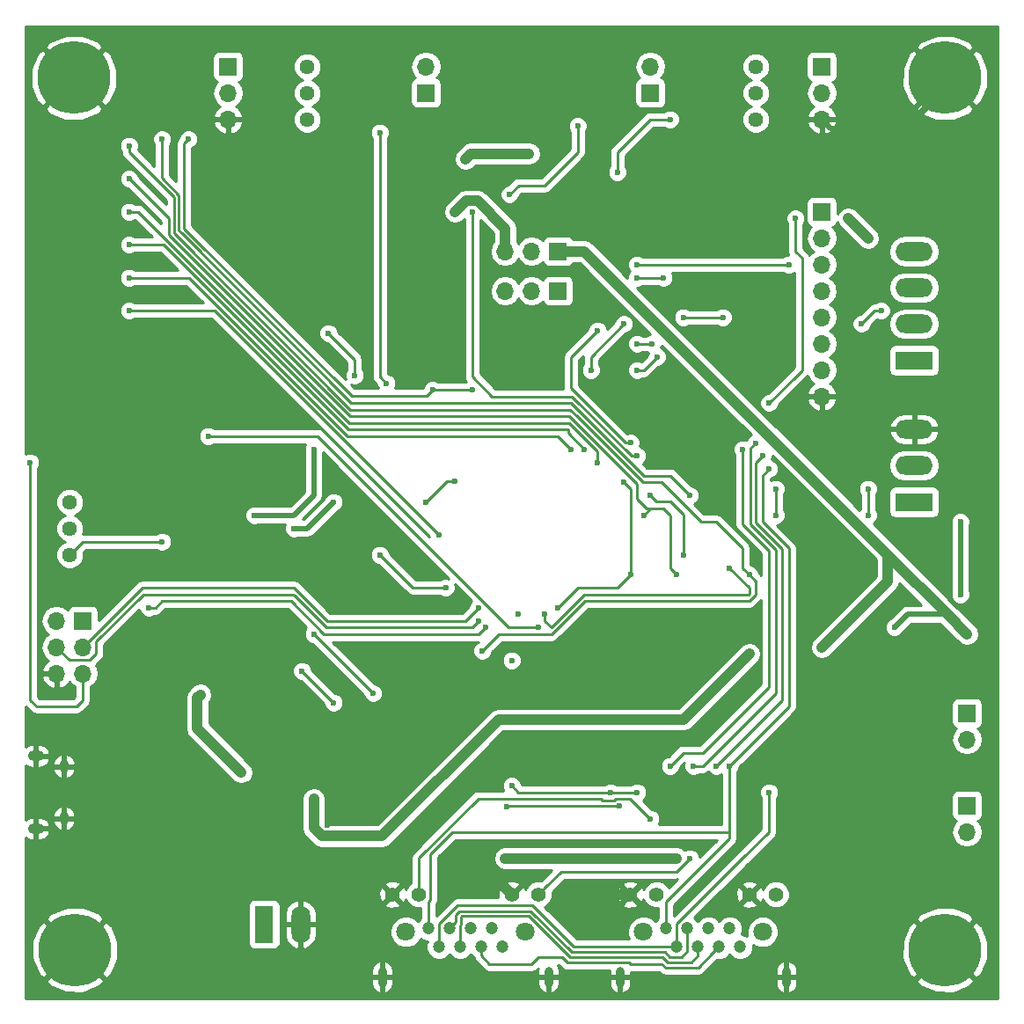
<source format=gbl>
G04 #@! TF.FileFunction,Copper,L2,Bot,Signal*
%FSLAX46Y46*%
G04 Gerber Fmt 4.6, Leading zero omitted, Abs format (unit mm)*
G04 Created by KiCad (PCBNEW 4.0.5) date Tuesday, July 04, 2017 'PMt' 04:58:29 PM*
%MOMM*%
%LPD*%
G01*
G04 APERTURE LIST*
%ADD10C,0.050000*%
%ADD11C,1.440000*%
%ADD12R,1.700000X1.700000*%
%ADD13O,1.700000X1.700000*%
%ADD14O,0.950000X1.250000*%
%ADD15O,1.550000X1.000000*%
%ADD16C,7.000000*%
%ADD17C,0.600000*%
%ADD18R,3.600000X1.800000*%
%ADD19O,3.600000X1.800000*%
%ADD20R,1.800000X3.600000*%
%ADD21O,1.800000X3.600000*%
%ADD22C,1.800000*%
%ADD23O,0.800000X2.000000*%
%ADD24C,1.200000*%
%ADD25C,1.400000*%
%ADD26C,0.250000*%
%ADD27C,1.000000*%
%ADD28C,0.500000*%
%ADD29C,0.254000*%
G04 APERTURE END LIST*
D10*
D11*
X93980000Y-104140000D03*
X93980000Y-101600000D03*
X93980000Y-99060000D03*
D12*
X180340000Y-119380000D03*
D13*
X180340000Y-121920000D03*
D12*
X180340000Y-128270000D03*
D13*
X180340000Y-130810000D03*
D12*
X140970000Y-74930000D03*
D13*
X138430000Y-74930000D03*
X135890000Y-74930000D03*
D12*
X140970000Y-78740000D03*
D13*
X138430000Y-78740000D03*
X135890000Y-78740000D03*
D12*
X166370000Y-57150000D03*
D13*
X166370000Y-59690000D03*
X166370000Y-62230000D03*
D12*
X109220000Y-57150000D03*
D13*
X109220000Y-59690000D03*
X109220000Y-62230000D03*
D12*
X166370000Y-71120000D03*
D13*
X166370000Y-73660000D03*
X166370000Y-76200000D03*
X166370000Y-78740000D03*
X166370000Y-81280000D03*
X166370000Y-83820000D03*
X166370000Y-86360000D03*
X166370000Y-88900000D03*
D12*
X149860000Y-59690000D03*
D13*
X149860000Y-57150000D03*
D12*
X128270000Y-59690000D03*
D13*
X128270000Y-57150000D03*
D14*
X93425000Y-124500000D03*
X93425000Y-129500000D03*
D15*
X90725000Y-123500000D03*
X90725000Y-130500000D03*
D12*
X95250000Y-110490000D03*
D13*
X92710000Y-110490000D03*
X95250000Y-113030000D03*
X92710000Y-113030000D03*
X95250000Y-115570000D03*
X92710000Y-115570000D03*
D11*
X116840000Y-57150000D03*
X116840000Y-59690000D03*
X116840000Y-62230000D03*
X160020000Y-57150000D03*
X160020000Y-59690000D03*
X160020000Y-62230000D03*
D16*
X178230000Y-58240000D03*
D17*
X180855000Y-58240000D03*
X180086155Y-60096155D03*
X178230000Y-60865000D03*
X176373845Y-60096155D03*
X175605000Y-58240000D03*
X176373845Y-56383845D03*
X178230000Y-55615000D03*
X180086155Y-56383845D03*
D16*
X178230000Y-142160000D03*
D17*
X180855000Y-142160000D03*
X180086155Y-144016155D03*
X178230000Y-144785000D03*
X176373845Y-144016155D03*
X175605000Y-142160000D03*
X176373845Y-140303845D03*
X178230000Y-139535000D03*
X180086155Y-140303845D03*
D16*
X94490000Y-142160000D03*
D17*
X97115000Y-142160000D03*
X96346155Y-144016155D03*
X94490000Y-144785000D03*
X92633845Y-144016155D03*
X91865000Y-142160000D03*
X92633845Y-140303845D03*
X94490000Y-139535000D03*
X96346155Y-140303845D03*
D16*
X94400000Y-58240000D03*
D17*
X97025000Y-58240000D03*
X96256155Y-60096155D03*
X94400000Y-60865000D03*
X92543845Y-60096155D03*
X91775000Y-58240000D03*
X92543845Y-56383845D03*
X94400000Y-55615000D03*
X96256155Y-56383845D03*
D18*
X175260000Y-99060000D03*
D19*
X175260000Y-95560000D03*
X175260000Y-92060000D03*
D20*
X112705000Y-139700000D03*
D21*
X116205000Y-139700000D03*
D18*
X175260000Y-85430000D03*
D19*
X175260000Y-81930000D03*
X175260000Y-78430000D03*
X175260000Y-74930000D03*
D22*
X137820000Y-140430000D03*
X126340000Y-140430000D03*
D23*
X140080000Y-144780000D03*
X124080000Y-144780000D03*
D24*
X128510000Y-140100000D03*
X129530000Y-141880000D03*
X130550000Y-140100000D03*
X131570000Y-141880000D03*
X132590000Y-140100000D03*
X133610000Y-141880000D03*
X134630000Y-140100000D03*
X135650000Y-141880000D03*
D25*
X127610000Y-136830000D03*
X125070000Y-136830000D03*
X136550000Y-136830000D03*
X139090000Y-136830000D03*
D22*
X160690000Y-140430000D03*
X149210000Y-140430000D03*
D23*
X162950000Y-144780000D03*
X146950000Y-144780000D03*
D24*
X151380000Y-140100000D03*
X152400000Y-141880000D03*
X153420000Y-140100000D03*
X154440000Y-141880000D03*
X155460000Y-140100000D03*
X156480000Y-141880000D03*
X157500000Y-140100000D03*
X158520000Y-141880000D03*
D25*
X150480000Y-136830000D03*
X147940000Y-136830000D03*
X159420000Y-136830000D03*
X161960000Y-136830000D03*
D17*
X137160000Y-109855000D03*
X136525000Y-114300000D03*
X142875000Y-62865000D03*
X136300000Y-69470000D03*
X173355000Y-111125000D03*
X166370000Y-113030000D03*
X159385000Y-113665000D03*
X117475000Y-127635000D03*
X180340000Y-111760000D03*
X133985000Y-132080000D03*
X142240000Y-124460000D03*
X143510000Y-137160000D03*
X157480000Y-100330000D03*
X140335000Y-113665000D03*
X146050000Y-110490000D03*
X126365000Y-109220000D03*
X181610000Y-137795000D03*
X140970000Y-87630000D03*
X121285000Y-99060000D03*
X120650000Y-106045000D03*
X92075000Y-85725000D03*
X98425000Y-125095000D03*
X99060000Y-130175000D03*
X95885000Y-128905000D03*
X182410000Y-106419424D03*
X182410000Y-103879424D03*
X156210000Y-67270000D03*
X121285000Y-67290000D03*
X116205000Y-106045000D03*
X112395000Y-117475000D03*
X113030000Y-114300000D03*
X112395000Y-111125000D03*
X173990000Y-129300000D03*
X146685000Y-87630000D03*
X103505000Y-105410000D03*
X153035000Y-112395000D03*
X152400000Y-117475000D03*
X164785000Y-116840000D03*
X171770000Y-120650000D03*
X164759746Y-120324738D03*
X118745000Y-130175000D03*
X110490000Y-125095000D03*
X106553000Y-117602000D03*
X131064000Y-71120000D03*
X119380000Y-118364000D03*
X116332000Y-115316000D03*
X121412000Y-86868000D03*
X118872000Y-82804000D03*
X179705000Y-107950000D03*
X179705000Y-100965000D03*
X119380000Y-99060000D03*
X115570000Y-101600000D03*
X168910000Y-71755000D03*
X170815000Y-73660000D03*
X147320000Y-81915000D03*
X144145000Y-86360000D03*
X130175000Y-107315000D03*
X123825000Y-104140000D03*
X128270000Y-99060000D03*
X131064000Y-97028000D03*
X140970000Y-109220000D03*
X147320000Y-97155000D03*
X147955000Y-106045000D03*
X90170000Y-95250000D03*
X139065000Y-111125000D03*
X107315000Y-92710000D03*
X102870000Y-102870000D03*
X161290000Y-95885000D03*
X157480000Y-124460000D03*
X160655000Y-94615000D03*
X156210000Y-124460000D03*
X161290000Y-127000000D03*
X117475000Y-111760000D03*
X123190000Y-117475000D03*
X136525000Y-126365000D03*
X146050000Y-127000000D03*
X160020000Y-93385000D03*
X154020000Y-124460000D03*
X148590000Y-127000000D03*
X136013738Y-128393738D03*
X158750000Y-93980000D03*
X170180000Y-81915000D03*
X172085000Y-80645000D03*
X151765000Y-124460000D03*
X146864999Y-128270000D03*
X135890000Y-133350000D03*
X152400000Y-133350000D03*
X117475000Y-93980000D03*
X111760000Y-100330000D03*
X170815000Y-97790000D03*
X170815000Y-100330000D03*
X148590000Y-77470000D03*
X151130000Y-77470000D03*
X132715000Y-88265000D03*
X128905000Y-88265000D03*
X105410000Y-64135000D03*
X163195000Y-76200000D03*
X148590000Y-76200000D03*
X150495000Y-85090000D03*
X148590000Y-86360000D03*
X148590000Y-83820000D03*
X153035000Y-81280000D03*
X150040000Y-83820000D03*
X156845000Y-81280000D03*
X101600000Y-109220000D03*
X133985000Y-111125000D03*
X133350000Y-109220000D03*
X133350000Y-110490000D03*
X132080000Y-66040000D03*
X138176000Y-65532000D03*
X132715000Y-71120000D03*
X148590000Y-94615000D03*
X144780000Y-82550000D03*
X147955000Y-93345000D03*
X157480000Y-105410000D03*
X139700000Y-109855000D03*
X99695000Y-67945000D03*
X152400000Y-106045000D03*
X149225000Y-100330000D03*
X133691000Y-113371000D03*
X99695000Y-64770000D03*
X159385000Y-106045000D03*
X149860000Y-98425000D03*
X153075000Y-104140000D03*
X102870000Y-64135000D03*
X153670000Y-98425000D03*
X161925000Y-100330000D03*
X161925000Y-97790000D03*
X161290000Y-89535000D03*
X163830000Y-71755000D03*
X151765000Y-62230000D03*
X146685000Y-67310000D03*
X99695000Y-80645000D03*
X129540000Y-102235000D03*
X99695000Y-71120000D03*
X144780000Y-95250000D03*
X99695000Y-74295000D03*
X143510000Y-93980000D03*
X99695000Y-77470000D03*
X142240000Y-93980000D03*
X124460000Y-87630000D03*
X123825000Y-63500000D03*
X153670000Y-133350000D03*
X149860000Y-129540000D03*
D26*
X150985760Y-143510000D02*
X151330781Y-143855021D01*
X151330781Y-143855021D02*
X154504979Y-143855021D01*
X155880001Y-142479999D02*
X156480000Y-141880000D01*
X154504979Y-143855021D02*
X155880001Y-142479999D01*
X147849990Y-143404990D02*
X147955000Y-143510000D01*
X147955000Y-143510000D02*
X150985760Y-143510000D01*
X141388640Y-142875000D02*
X141918630Y-143404990D01*
X141918630Y-143404990D02*
X147849990Y-143404990D01*
X138430000Y-143510000D02*
X139065000Y-142875000D01*
X139065000Y-142875000D02*
X141388640Y-142875000D01*
X134391472Y-143510000D02*
X138430000Y-143510000D01*
X133610000Y-141880000D02*
X133610000Y-142728528D01*
X133610000Y-142728528D02*
X134391472Y-143510000D01*
X142875000Y-62865000D02*
X142875000Y-65405000D01*
X142875000Y-65405000D02*
X139700000Y-68580000D01*
X139700000Y-68580000D02*
X137190000Y-68580000D01*
X137190000Y-68580000D02*
X136300000Y-69470000D01*
D27*
X180340000Y-111760000D02*
X178435000Y-109855000D01*
X178435000Y-109855000D02*
X172720000Y-104140000D01*
D28*
X173355000Y-111125000D02*
X174625000Y-109855000D01*
X174625000Y-109855000D02*
X178435000Y-109855000D01*
D27*
X172720000Y-106680000D02*
X172720000Y-104140000D01*
X172720000Y-104140000D02*
X143510000Y-74930000D01*
X166370000Y-113030000D02*
X172720000Y-106680000D01*
X135255000Y-120015000D02*
X153035000Y-120015000D01*
X153035000Y-120015000D02*
X159385000Y-113665000D01*
X124044999Y-131225001D02*
X135255000Y-120015000D01*
X117475000Y-127635000D02*
X117475000Y-130459002D01*
X117475000Y-130459002D02*
X118240999Y-131225001D01*
X118240999Y-131225001D02*
X124044999Y-131225001D01*
X143510000Y-74930000D02*
X140970000Y-74930000D01*
D28*
X166370000Y-62230000D02*
X175424002Y-62230000D01*
X175424002Y-62230000D02*
X178230000Y-59424002D01*
X178230000Y-59424002D02*
X178230000Y-58240000D01*
D27*
X133985000Y-134265000D02*
X133985000Y-132080000D01*
X136550000Y-136830000D02*
X133985000Y-134265000D01*
X147940000Y-136830000D02*
X143840000Y-136830000D01*
X143840000Y-136830000D02*
X143510000Y-137160000D01*
D28*
X166370000Y-62230000D02*
X167219999Y-63079999D01*
X177165000Y-60239002D02*
X177165000Y-59055000D01*
X167219999Y-63079999D02*
X174324003Y-63079999D01*
X174324003Y-63079999D02*
X177165000Y-60239002D01*
D27*
X106253001Y-120858001D02*
X110490000Y-125095000D01*
X106553000Y-117602000D02*
X106253001Y-117901999D01*
X106253001Y-117901999D02*
X106253001Y-120858001D01*
X132114001Y-70069999D02*
X131064000Y-71120000D01*
X133219001Y-70069999D02*
X132114001Y-70069999D01*
X135890000Y-74930000D02*
X135890000Y-72740998D01*
X135890000Y-72740998D02*
X133219001Y-70069999D01*
D26*
X116332000Y-115316000D02*
X119380000Y-118364000D01*
X118872000Y-82804000D02*
X121412000Y-85344000D01*
X121412000Y-85344000D02*
X121412000Y-86868000D01*
D28*
X179705000Y-100965000D02*
X179705000Y-107950000D01*
X115570000Y-101600000D02*
X116840000Y-101600000D01*
X116840000Y-101600000D02*
X119380000Y-99060000D01*
D27*
X170815000Y-73660000D02*
X168910000Y-71755000D01*
D26*
X144145000Y-86360000D02*
X144145000Y-85090000D01*
X144145000Y-85090000D02*
X147320000Y-81915000D01*
X127000000Y-107315000D02*
X130175000Y-107315000D01*
X125889010Y-106204010D02*
X127000000Y-107315000D01*
X125889010Y-106204010D02*
X123825000Y-104140000D01*
X131064000Y-97028000D02*
X130302000Y-97028000D01*
X130302000Y-97028000D02*
X129540000Y-97790000D01*
X129540000Y-97790000D02*
X128270000Y-99060000D01*
X142875000Y-107315000D02*
X146685000Y-107315000D01*
X146685000Y-107315000D02*
X147955000Y-106045000D01*
X140970000Y-109220000D02*
X142875000Y-107315000D01*
X147955000Y-97790000D02*
X147955000Y-106045000D01*
X147320000Y-97155000D02*
X147955000Y-97790000D01*
X90170000Y-118110000D02*
X90170000Y-95250000D01*
X90805000Y-118745000D02*
X90170000Y-118110000D01*
X94071998Y-118745000D02*
X90805000Y-118745000D01*
X94615000Y-118745000D02*
X94071998Y-118745000D01*
X95250000Y-118110000D02*
X94615000Y-118745000D01*
X95250000Y-115570000D02*
X95250000Y-118110000D01*
X107315000Y-92710000D02*
X117839002Y-92710000D01*
X117839002Y-92710000D02*
X136254002Y-111125000D01*
X136254002Y-111125000D02*
X139065000Y-111125000D01*
X102870000Y-102870000D02*
X95250000Y-102870000D01*
X95250000Y-102870000D02*
X93980000Y-104140000D01*
X160655000Y-96520000D02*
X161290000Y-95885000D01*
X160655000Y-100965000D02*
X160655000Y-96520000D01*
X161249999Y-101559999D02*
X160655000Y-100965000D01*
X163195000Y-103505000D02*
X161249999Y-101559999D01*
X163195000Y-118745000D02*
X163195000Y-103505000D01*
X162560000Y-119380000D02*
X163195000Y-118745000D01*
X160020000Y-121920000D02*
X162560000Y-119380000D01*
X157480000Y-124460000D02*
X160020000Y-121920000D01*
X157480000Y-131421002D02*
X157480000Y-130810000D01*
X157480000Y-130810000D02*
X157480000Y-124460000D01*
X128685001Y-132934999D02*
X130810000Y-130810000D01*
X130810000Y-130810000D02*
X157480000Y-130810000D01*
X128685001Y-137346001D02*
X128685001Y-132934999D01*
X128510000Y-140100000D02*
X128510000Y-137521002D01*
X128510000Y-137521002D02*
X128685001Y-137346001D01*
X151380000Y-140100000D02*
X151380000Y-137521002D01*
X151380000Y-137521002D02*
X157480000Y-131421002D01*
X142515000Y-141880000D02*
X138540001Y-137905001D01*
X138540001Y-137905001D02*
X131301997Y-137905001D01*
X131301997Y-137905001D02*
X129530000Y-139676998D01*
X129530000Y-139676998D02*
X129530000Y-141031472D01*
X129530000Y-141031472D02*
X129530000Y-141880000D01*
X152400000Y-141880000D02*
X142515000Y-141880000D01*
X160655000Y-94615000D02*
X160020000Y-95250000D01*
X160020000Y-95250000D02*
X160020000Y-101037120D01*
X160020000Y-101037120D02*
X162560000Y-103577120D01*
X162560000Y-118110000D02*
X156210000Y-124460000D01*
X162560000Y-103577120D02*
X162560000Y-118110000D01*
X152400000Y-139676998D02*
X158750000Y-133326998D01*
X158773002Y-133326998D02*
X161290000Y-130810000D01*
X161290000Y-130810000D02*
X161290000Y-127000000D01*
X158750000Y-133326998D02*
X158773002Y-133326998D01*
X152400000Y-141880000D02*
X152400000Y-139676998D01*
X130550000Y-140100000D02*
X131149999Y-139500001D01*
X131149999Y-139500001D02*
X131149999Y-138764119D01*
X131484118Y-138430000D02*
X138357880Y-138430000D01*
X151270010Y-142380010D02*
X151745001Y-142855001D01*
X152868001Y-142855001D02*
X153420000Y-142303002D01*
X131149999Y-138764119D02*
X131484118Y-138430000D01*
X138357880Y-138430000D02*
X142307890Y-142380010D01*
X142307890Y-142380010D02*
X151270010Y-142380010D01*
X151745001Y-142855001D02*
X152868001Y-142855001D01*
X153420000Y-142303002D02*
X153420000Y-140100000D01*
X123190000Y-117475000D02*
X117475000Y-111760000D01*
X154440000Y-141880000D02*
X154440000Y-142728528D01*
X154440000Y-142728528D02*
X153813517Y-143355011D01*
X131570000Y-139787120D02*
X131570000Y-141031472D01*
X153813517Y-143355011D02*
X151537891Y-143355011D01*
X131650009Y-139707111D02*
X131570000Y-139787120D01*
X151537891Y-143355011D02*
X151062900Y-142880020D01*
X151062900Y-142880020D02*
X142100780Y-142880020D01*
X131691228Y-138930010D02*
X131650009Y-138971229D01*
X142100780Y-142880020D02*
X138150770Y-138930010D01*
X138150770Y-138930010D02*
X131691228Y-138930010D01*
X131650009Y-138971229D02*
X131650009Y-139707111D01*
X131570000Y-141031472D02*
X131570000Y-141880000D01*
X146050000Y-127000000D02*
X137160000Y-127000000D01*
X137160000Y-127000000D02*
X136525000Y-126365000D01*
X146685000Y-127000000D02*
X148590000Y-127000000D01*
X146050000Y-127000000D02*
X146685000Y-127000000D01*
X161925000Y-103649240D02*
X159519990Y-101244230D01*
X159519990Y-101244230D02*
X159519990Y-93885010D01*
X159519990Y-93885010D02*
X160020000Y-93385000D01*
X161925000Y-117475000D02*
X161925000Y-103649240D01*
X154940000Y-124460000D02*
X161925000Y-117475000D01*
X154020000Y-124460000D02*
X154940000Y-124460000D01*
X146864999Y-128270000D02*
X136137476Y-128270000D01*
X136137476Y-128270000D02*
X136013738Y-128393738D01*
X158750000Y-93980000D02*
X158750000Y-101181360D01*
X158750000Y-101181360D02*
X161290000Y-103721360D01*
X161290000Y-103721360D02*
X161290000Y-116840000D01*
X161290000Y-116840000D02*
X154940000Y-123190000D01*
X154940000Y-123190000D02*
X153035000Y-123190000D01*
X153035000Y-123190000D02*
X151765000Y-124460000D01*
X172085000Y-80645000D02*
X171450000Y-80645000D01*
X171450000Y-80645000D02*
X170180000Y-81915000D01*
D27*
X144780000Y-133350000D02*
X135890000Y-133350000D01*
X144780000Y-133350000D02*
X152400000Y-133350000D01*
D28*
X117475000Y-98425000D02*
X117475000Y-93980000D01*
X115570000Y-100330000D02*
X117475000Y-98425000D01*
X111760000Y-100330000D02*
X115570000Y-100330000D01*
D26*
X170815000Y-100330000D02*
X170815000Y-97790000D01*
X151130000Y-77470000D02*
X148590000Y-77470000D01*
X132715000Y-88265000D02*
X128905000Y-88265000D01*
X128270000Y-88860000D02*
X128310000Y-88860000D01*
X128310000Y-88860000D02*
X128905000Y-88265000D01*
X105005030Y-72750190D02*
X121114840Y-88860000D01*
X121114840Y-88860000D02*
X128270000Y-88860000D01*
X105410000Y-64135000D02*
X105005030Y-64539970D01*
X105005030Y-64539970D02*
X105005030Y-72750190D01*
X151130000Y-76200000D02*
X163195000Y-76200000D01*
X148590000Y-76200000D02*
X151130000Y-76200000D01*
X148590000Y-86360000D02*
X149225000Y-86360000D01*
X149225000Y-86360000D02*
X150495000Y-85090000D01*
X150040000Y-83820000D02*
X148590000Y-83820000D01*
X156845000Y-81280000D02*
X153035000Y-81280000D01*
X101600000Y-109220000D02*
X102235000Y-109220000D01*
X102235000Y-109220000D02*
X102870000Y-108585000D01*
X102870000Y-108585000D02*
X115299002Y-108585000D01*
X115299002Y-108585000D02*
X118474002Y-111760000D01*
X118474002Y-111760000D02*
X133350000Y-111760000D01*
X133350000Y-111760000D02*
X133985000Y-111125000D01*
X115570000Y-107315000D02*
X100965000Y-107315000D01*
X100965000Y-107315000D02*
X95250000Y-113030000D01*
X118745000Y-110490000D02*
X115570000Y-107315000D01*
X132080000Y-110490000D02*
X118745000Y-110490000D01*
X133350000Y-109220000D02*
X132080000Y-110490000D01*
X118672879Y-111125000D02*
X132715000Y-111125000D01*
X132715000Y-111125000D02*
X133350000Y-110490000D01*
X115632689Y-108084810D02*
X118672879Y-111125000D01*
X109855000Y-107950000D02*
X115497880Y-107950000D01*
X115497880Y-107950000D02*
X115632689Y-108084810D01*
X106680000Y-107950000D02*
X109855000Y-107950000D01*
X107315000Y-107950000D02*
X106680000Y-107950000D01*
X101037120Y-107950000D02*
X107315000Y-107950000D01*
X96520000Y-112467120D02*
X101037120Y-107950000D01*
X92710000Y-113030000D02*
X93935001Y-114255001D01*
X93935001Y-114255001D02*
X95929999Y-114255001D01*
X95929999Y-114255001D02*
X96520000Y-113665000D01*
X96520000Y-113665000D02*
X96520000Y-112467120D01*
D27*
X138176000Y-65532000D02*
X132588000Y-65532000D01*
X132588000Y-65532000D02*
X132080000Y-66040000D01*
D26*
X142312120Y-88900000D02*
X134620000Y-88900000D01*
X134620000Y-88900000D02*
X132715000Y-86995000D01*
X132715000Y-86995000D02*
X132715000Y-71120000D01*
X142312120Y-88900000D02*
X148027120Y-94615000D01*
X148027120Y-94615000D02*
X148590000Y-94615000D01*
X144780000Y-82550000D02*
X142240000Y-85090000D01*
X142240000Y-85090000D02*
X142240000Y-88120760D01*
X142240000Y-88120760D02*
X147464240Y-93345000D01*
X147464240Y-93345000D02*
X147955000Y-93345000D01*
X159385000Y-107315000D02*
X157480000Y-105410000D01*
X159385000Y-107877880D02*
X159385000Y-107315000D01*
X159312880Y-107950000D02*
X159385000Y-107877880D01*
X140335000Y-111125000D02*
X143510000Y-107950000D01*
X143510000Y-107950000D02*
X159312880Y-107950000D01*
X139700000Y-110490000D02*
X140335000Y-111125000D01*
X139700000Y-109855000D02*
X139700000Y-110490000D01*
X99695000Y-67945000D02*
X103505002Y-71755002D01*
X103505002Y-71755002D02*
X103505002Y-73371518D01*
X103505002Y-73371518D02*
X103505000Y-73371520D01*
X149860000Y-99695000D02*
X149535998Y-99695000D01*
X142095760Y-90805000D02*
X120938480Y-90805000D01*
X149535998Y-99695000D02*
X148590000Y-98749002D01*
X148590000Y-98749002D02*
X148590000Y-97299240D01*
X148590000Y-97299240D02*
X142095760Y-90805000D01*
X120938480Y-90805000D02*
X103505000Y-73371520D01*
X149860000Y-99695000D02*
X151130000Y-99695000D01*
X151765000Y-100330000D02*
X151130000Y-99695000D01*
X151765000Y-105410000D02*
X151765000Y-100330000D01*
X152400000Y-106045000D02*
X151765000Y-105410000D01*
X149225000Y-100330000D02*
X149860000Y-99695000D01*
X133691000Y-113371000D02*
X134620000Y-112442000D01*
X99695000Y-64770000D02*
X99695000Y-65405000D01*
X99695000Y-65405000D02*
X104005010Y-69715010D01*
X104005010Y-69715010D02*
X104005010Y-73164410D01*
X134620000Y-112442000D02*
X134667000Y-112395000D01*
X135930001Y-111800001D02*
X135890000Y-111760000D01*
X135890000Y-111760000D02*
X135302000Y-111760000D01*
X159385000Y-106045000D02*
X160020000Y-106680000D01*
X160020000Y-106680000D02*
X160020000Y-107950000D01*
X160020000Y-107950000D02*
X159385000Y-108585000D01*
X159385000Y-108585000D02*
X143582120Y-108585000D01*
X143582120Y-108585000D02*
X140367119Y-111800001D01*
X140367119Y-111800001D02*
X135930001Y-111800001D01*
X135302000Y-111760000D02*
X134620000Y-112442000D01*
X159385000Y-106045000D02*
X158750000Y-105410000D01*
X158750000Y-105410000D02*
X158750000Y-103505000D01*
X158750000Y-103505000D02*
X156210000Y-100965000D01*
X156210000Y-100965000D02*
X154729264Y-100965000D01*
X154729264Y-100965000D02*
X150919264Y-97155000D01*
X150919264Y-97155000D02*
X149152880Y-97155000D01*
X149152880Y-97155000D02*
X142802880Y-90805000D01*
X142802880Y-90805000D02*
X142167880Y-90170000D01*
X142167880Y-90170000D02*
X121010600Y-90170000D01*
X121010600Y-90170000D02*
X104005010Y-73164410D01*
X142730760Y-90732880D02*
X142802880Y-90805000D01*
X151797120Y-99020000D02*
X150455000Y-99020000D01*
X150455000Y-99020000D02*
X149860000Y-98425000D01*
X153035000Y-100257880D02*
X153035000Y-104100000D01*
X153035000Y-104100000D02*
X153075000Y-104140000D01*
X151797120Y-99020000D02*
X153035000Y-100257880D01*
X104505020Y-69507900D02*
X102870000Y-67872880D01*
X102870000Y-67872880D02*
X102870000Y-64135000D01*
X104505020Y-72957300D02*
X104505020Y-69507900D01*
X104775000Y-73227280D02*
X104505020Y-72957300D01*
X104775000Y-73227280D02*
X121082720Y-89535000D01*
X121082720Y-89535000D02*
X142240000Y-89535000D01*
X142240000Y-89535000D02*
X149225000Y-96520000D01*
X149225000Y-96520000D02*
X151765000Y-96520000D01*
X151765000Y-96520000D02*
X153670000Y-98425000D01*
X161925000Y-100330000D02*
X161925000Y-99735000D01*
X161925000Y-99735000D02*
X161925000Y-97790000D01*
X164465000Y-75565000D02*
X164465000Y-86360000D01*
X164465000Y-86360000D02*
X163870001Y-86954999D01*
X163870001Y-86954999D02*
X161290000Y-89535000D01*
X163830000Y-74930000D02*
X164465000Y-75565000D01*
X163830000Y-71755000D02*
X163830000Y-74930000D01*
X146685000Y-65405000D02*
X149860000Y-62230000D01*
X149860000Y-62230000D02*
X151765000Y-62230000D01*
X146685000Y-67310000D02*
X146685000Y-65405000D01*
X99695000Y-80645000D02*
X107950000Y-80645000D01*
X116840000Y-89535000D02*
X129540000Y-102235000D01*
X107950000Y-80645000D02*
X116840000Y-89535000D01*
X99695000Y-71120000D02*
X100546360Y-71120000D01*
X100546360Y-71120000D02*
X120866360Y-91440000D01*
X125730000Y-91440000D02*
X142023640Y-91440000D01*
X142023640Y-91440000D02*
X144780000Y-94196360D01*
X144780000Y-94196360D02*
X144780000Y-95250000D01*
X125730000Y-91440000D02*
X120866360Y-91440000D01*
X124460000Y-91440000D02*
X125730000Y-91440000D01*
X99695000Y-74295000D02*
X103014240Y-74295000D01*
X103014240Y-74295000D02*
X120794240Y-92075000D01*
X141951520Y-92075000D02*
X141951520Y-92421520D01*
X141951520Y-92421520D02*
X143510000Y-93980000D01*
X124387880Y-92075000D02*
X141951520Y-92075000D01*
X124387880Y-92075000D02*
X120794240Y-92075000D01*
X124387880Y-92075000D02*
X123825000Y-92075000D01*
X99695000Y-77470000D02*
X105482120Y-77470000D01*
X105482120Y-77470000D02*
X120722120Y-92710000D01*
X120722120Y-92710000D02*
X140970000Y-92710000D01*
X140970000Y-92710000D02*
X142240000Y-93980000D01*
X123825000Y-86995000D02*
X124460000Y-87630000D01*
X123825000Y-86995000D02*
X123905000Y-86995000D01*
X123825000Y-63500000D02*
X123825000Y-86995000D01*
X153670000Y-133350000D02*
X152400000Y-134620000D01*
X152400000Y-134620000D02*
X141300000Y-134620000D01*
X141300000Y-134620000D02*
X139789999Y-136130001D01*
X139789999Y-136130001D02*
X139090000Y-136830000D01*
X127610000Y-136830000D02*
X127610000Y-133302880D01*
X127610000Y-133302880D02*
X133317881Y-127594999D01*
X133317881Y-127594999D02*
X145104001Y-127594999D01*
X147914999Y-127594999D02*
X149860000Y-129540000D01*
X145104001Y-127594999D02*
X145278992Y-127769990D01*
X145278992Y-127769990D02*
X146366007Y-127769990D01*
X146366007Y-127769990D02*
X146540998Y-127594999D01*
X146540998Y-127594999D02*
X147914999Y-127594999D01*
D29*
G36*
X183330000Y-146830000D02*
X89750000Y-146830000D01*
X89750000Y-142944666D01*
X90347654Y-142944666D01*
X90963250Y-144470145D01*
X91006076Y-144534238D01*
X91532688Y-144937707D01*
X91882976Y-144587419D01*
X92062424Y-144767181D01*
X91712293Y-145117312D01*
X92115762Y-145643924D01*
X93629730Y-146287307D01*
X95274666Y-146302346D01*
X96800145Y-145686750D01*
X96864238Y-145643924D01*
X97267707Y-145117312D01*
X96917419Y-144767024D01*
X97097181Y-144587576D01*
X97447312Y-144937707D01*
X97487391Y-144907000D01*
X123045000Y-144907000D01*
X123045000Y-145507000D01*
X123172385Y-145893410D01*
X123437947Y-146201658D01*
X123793877Y-146374666D01*
X123953000Y-146246998D01*
X123953000Y-144907000D01*
X124207000Y-144907000D01*
X124207000Y-146246998D01*
X124366123Y-146374666D01*
X124722053Y-146201658D01*
X124987615Y-145893410D01*
X125115000Y-145507000D01*
X125115000Y-144907000D01*
X139045000Y-144907000D01*
X139045000Y-145507000D01*
X139172385Y-145893410D01*
X139437947Y-146201658D01*
X139793877Y-146374666D01*
X139953000Y-146246998D01*
X139953000Y-144907000D01*
X140207000Y-144907000D01*
X140207000Y-146246998D01*
X140366123Y-146374666D01*
X140722053Y-146201658D01*
X140987615Y-145893410D01*
X141115000Y-145507000D01*
X141115000Y-144907000D01*
X145915000Y-144907000D01*
X145915000Y-145507000D01*
X146042385Y-145893410D01*
X146307947Y-146201658D01*
X146663877Y-146374666D01*
X146823000Y-146246998D01*
X146823000Y-144907000D01*
X147077000Y-144907000D01*
X147077000Y-146246998D01*
X147236123Y-146374666D01*
X147592053Y-146201658D01*
X147857615Y-145893410D01*
X147985000Y-145507000D01*
X147985000Y-144907000D01*
X161915000Y-144907000D01*
X161915000Y-145507000D01*
X162042385Y-145893410D01*
X162307947Y-146201658D01*
X162663877Y-146374666D01*
X162823000Y-146246998D01*
X162823000Y-144907000D01*
X163077000Y-144907000D01*
X163077000Y-146246998D01*
X163236123Y-146374666D01*
X163592053Y-146201658D01*
X163857615Y-145893410D01*
X163985000Y-145507000D01*
X163985000Y-144907000D01*
X163077000Y-144907000D01*
X162823000Y-144907000D01*
X161915000Y-144907000D01*
X147985000Y-144907000D01*
X147077000Y-144907000D01*
X146823000Y-144907000D01*
X145915000Y-144907000D01*
X141115000Y-144907000D01*
X140207000Y-144907000D01*
X139953000Y-144907000D01*
X139045000Y-144907000D01*
X125115000Y-144907000D01*
X124207000Y-144907000D01*
X123953000Y-144907000D01*
X123045000Y-144907000D01*
X97487391Y-144907000D01*
X97973924Y-144534238D01*
X98178433Y-144053000D01*
X123045000Y-144053000D01*
X123045000Y-144653000D01*
X123953000Y-144653000D01*
X123953000Y-143313002D01*
X124207000Y-143313002D01*
X124207000Y-144653000D01*
X125115000Y-144653000D01*
X125115000Y-144053000D01*
X124987615Y-143666590D01*
X124722053Y-143358342D01*
X124366123Y-143185334D01*
X124207000Y-143313002D01*
X123953000Y-143313002D01*
X123793877Y-143185334D01*
X123437947Y-143358342D01*
X123172385Y-143666590D01*
X123045000Y-144053000D01*
X98178433Y-144053000D01*
X98617307Y-143020270D01*
X98632346Y-141375334D01*
X98016750Y-139849855D01*
X97973924Y-139785762D01*
X97447312Y-139382293D01*
X97097024Y-139732581D01*
X96917576Y-139552819D01*
X97267707Y-139202688D01*
X96864238Y-138676076D01*
X95350270Y-138032693D01*
X93705334Y-138017654D01*
X92179855Y-138633250D01*
X92115762Y-138676076D01*
X91712293Y-139202688D01*
X92062581Y-139552976D01*
X91882819Y-139732424D01*
X91532688Y-139382293D01*
X91006076Y-139785762D01*
X90362693Y-141299730D01*
X90347654Y-142944666D01*
X89750000Y-142944666D01*
X89750000Y-137900000D01*
X111157560Y-137900000D01*
X111157560Y-141500000D01*
X111201838Y-141735317D01*
X111340910Y-141951441D01*
X111553110Y-142096431D01*
X111805000Y-142147440D01*
X113605000Y-142147440D01*
X113840317Y-142103162D01*
X114056441Y-141964090D01*
X114201431Y-141751890D01*
X114252440Y-141500000D01*
X114252440Y-139827000D01*
X114670000Y-139827000D01*
X114670000Y-140727000D01*
X114835446Y-141304752D01*
X115209394Y-141775212D01*
X115734914Y-142066756D01*
X115840260Y-142091036D01*
X116078000Y-141970378D01*
X116078000Y-139827000D01*
X116332000Y-139827000D01*
X116332000Y-141970378D01*
X116569740Y-142091036D01*
X116675086Y-142066756D01*
X117200606Y-141775212D01*
X117574554Y-141304752D01*
X117740000Y-140727000D01*
X117740000Y-139827000D01*
X116332000Y-139827000D01*
X116078000Y-139827000D01*
X114670000Y-139827000D01*
X114252440Y-139827000D01*
X114252440Y-138673000D01*
X114670000Y-138673000D01*
X114670000Y-139573000D01*
X116078000Y-139573000D01*
X116078000Y-137429622D01*
X116332000Y-137429622D01*
X116332000Y-139573000D01*
X117740000Y-139573000D01*
X117740000Y-138673000D01*
X117574554Y-138095248D01*
X117312273Y-137765275D01*
X124314331Y-137765275D01*
X124376169Y-138001042D01*
X124877122Y-138177419D01*
X125407440Y-138148664D01*
X125763831Y-138001042D01*
X125825669Y-137765275D01*
X125070000Y-137009605D01*
X124314331Y-137765275D01*
X117312273Y-137765275D01*
X117200606Y-137624788D01*
X116675086Y-137333244D01*
X116569740Y-137308964D01*
X116332000Y-137429622D01*
X116078000Y-137429622D01*
X115840260Y-137308964D01*
X115734914Y-137333244D01*
X115209394Y-137624788D01*
X114835446Y-138095248D01*
X114670000Y-138673000D01*
X114252440Y-138673000D01*
X114252440Y-137900000D01*
X114208162Y-137664683D01*
X114069090Y-137448559D01*
X113856890Y-137303569D01*
X113605000Y-137252560D01*
X111805000Y-137252560D01*
X111569683Y-137296838D01*
X111353559Y-137435910D01*
X111208569Y-137648110D01*
X111157560Y-137900000D01*
X89750000Y-137900000D01*
X89750000Y-136637122D01*
X123722581Y-136637122D01*
X123751336Y-137167440D01*
X123898958Y-137523831D01*
X124134725Y-137585669D01*
X124890395Y-136830000D01*
X124134725Y-136074331D01*
X123898958Y-136136169D01*
X123722581Y-136637122D01*
X89750000Y-136637122D01*
X89750000Y-135894725D01*
X124314331Y-135894725D01*
X125070000Y-136650395D01*
X125825669Y-135894725D01*
X125763831Y-135658958D01*
X125262878Y-135482581D01*
X124732560Y-135511336D01*
X124376169Y-135658958D01*
X124314331Y-135894725D01*
X89750000Y-135894725D01*
X89750000Y-131374950D01*
X89898322Y-131500002D01*
X90323000Y-131635000D01*
X90598000Y-131635000D01*
X90598000Y-130627000D01*
X90852000Y-130627000D01*
X90852000Y-131635000D01*
X91127000Y-131635000D01*
X91551678Y-131500002D01*
X91892368Y-131212763D01*
X92094119Y-130801874D01*
X91967954Y-130627000D01*
X90852000Y-130627000D01*
X90598000Y-130627000D01*
X90578000Y-130627000D01*
X90578000Y-130373000D01*
X90598000Y-130373000D01*
X90598000Y-129365000D01*
X90852000Y-129365000D01*
X90852000Y-130373000D01*
X91967954Y-130373000D01*
X92094119Y-130198126D01*
X91899191Y-129801131D01*
X92323771Y-129801131D01*
X92465432Y-130211049D01*
X92753179Y-130535552D01*
X93127062Y-130719268D01*
X93298000Y-130592734D01*
X93298000Y-129627000D01*
X93552000Y-129627000D01*
X93552000Y-130592734D01*
X93722938Y-130719268D01*
X94096821Y-130535552D01*
X94384568Y-130211049D01*
X94526229Y-129801131D01*
X94377563Y-129627000D01*
X93552000Y-129627000D01*
X93298000Y-129627000D01*
X92472437Y-129627000D01*
X92323771Y-129801131D01*
X91899191Y-129801131D01*
X91892368Y-129787237D01*
X91551678Y-129499998D01*
X91127000Y-129365000D01*
X90852000Y-129365000D01*
X90598000Y-129365000D01*
X90323000Y-129365000D01*
X89898322Y-129499998D01*
X89750000Y-129625050D01*
X89750000Y-129198869D01*
X92323771Y-129198869D01*
X92472437Y-129373000D01*
X93298000Y-129373000D01*
X93298000Y-128407266D01*
X93552000Y-128407266D01*
X93552000Y-129373000D01*
X94377563Y-129373000D01*
X94526229Y-129198869D01*
X94384568Y-128788951D01*
X94096821Y-128464448D01*
X93722938Y-128280732D01*
X93552000Y-128407266D01*
X93298000Y-128407266D01*
X93127062Y-128280732D01*
X92753179Y-128464448D01*
X92465432Y-128788951D01*
X92323771Y-129198869D01*
X89750000Y-129198869D01*
X89750000Y-127635000D01*
X116340000Y-127635000D01*
X116340000Y-130459002D01*
X116426397Y-130893348D01*
X116565038Y-131100839D01*
X116672434Y-131261568D01*
X117438433Y-132027567D01*
X117806653Y-132273604D01*
X118240999Y-132360001D01*
X124044999Y-132360001D01*
X124479345Y-132273604D01*
X124847565Y-132027567D01*
X135725133Y-121150000D01*
X153035000Y-121150000D01*
X153469346Y-121063603D01*
X153837566Y-120817566D01*
X160187566Y-114467566D01*
X160433603Y-114099345D01*
X160520000Y-113665000D01*
X160433603Y-113230655D01*
X160187566Y-112862434D01*
X159819345Y-112616397D01*
X159385000Y-112530000D01*
X158950655Y-112616397D01*
X158582434Y-112862434D01*
X152564868Y-118880000D01*
X135255000Y-118880000D01*
X134820654Y-118966397D01*
X134452433Y-119212434D01*
X123574867Y-130090001D01*
X118711131Y-130090001D01*
X118610000Y-129988870D01*
X118610000Y-127635000D01*
X118523603Y-127200654D01*
X118277566Y-126832434D01*
X117909346Y-126586397D01*
X117475000Y-126500000D01*
X117040654Y-126586397D01*
X116672434Y-126832434D01*
X116426397Y-127200654D01*
X116340000Y-127635000D01*
X89750000Y-127635000D01*
X89750000Y-124801131D01*
X92323771Y-124801131D01*
X92465432Y-125211049D01*
X92753179Y-125535552D01*
X93127062Y-125719268D01*
X93298000Y-125592734D01*
X93298000Y-124627000D01*
X93552000Y-124627000D01*
X93552000Y-125592734D01*
X93722938Y-125719268D01*
X94096821Y-125535552D01*
X94384568Y-125211049D01*
X94526229Y-124801131D01*
X94377563Y-124627000D01*
X93552000Y-124627000D01*
X93298000Y-124627000D01*
X92472437Y-124627000D01*
X92323771Y-124801131D01*
X89750000Y-124801131D01*
X89750000Y-124374950D01*
X89898322Y-124500002D01*
X90323000Y-124635000D01*
X90598000Y-124635000D01*
X90598000Y-123627000D01*
X90852000Y-123627000D01*
X90852000Y-124635000D01*
X91127000Y-124635000D01*
X91551678Y-124500002D01*
X91892368Y-124212763D01*
X91899190Y-124198869D01*
X92323771Y-124198869D01*
X92472437Y-124373000D01*
X93298000Y-124373000D01*
X93298000Y-123407266D01*
X93552000Y-123407266D01*
X93552000Y-124373000D01*
X94377563Y-124373000D01*
X94526229Y-124198869D01*
X94384568Y-123788951D01*
X94096821Y-123464448D01*
X93722938Y-123280732D01*
X93552000Y-123407266D01*
X93298000Y-123407266D01*
X93127062Y-123280732D01*
X92753179Y-123464448D01*
X92465432Y-123788951D01*
X92323771Y-124198869D01*
X91899190Y-124198869D01*
X92094119Y-123801874D01*
X91967954Y-123627000D01*
X90852000Y-123627000D01*
X90598000Y-123627000D01*
X90578000Y-123627000D01*
X90578000Y-123373000D01*
X90598000Y-123373000D01*
X90598000Y-122365000D01*
X90852000Y-122365000D01*
X90852000Y-123373000D01*
X91967954Y-123373000D01*
X92094119Y-123198126D01*
X91892368Y-122787237D01*
X91551678Y-122499998D01*
X91127000Y-122365000D01*
X90852000Y-122365000D01*
X90598000Y-122365000D01*
X90323000Y-122365000D01*
X89898322Y-122499998D01*
X89750000Y-122625050D01*
X89750000Y-118764802D01*
X90267599Y-119282401D01*
X90514161Y-119447148D01*
X90805000Y-119505000D01*
X94615000Y-119505000D01*
X94905839Y-119447148D01*
X95152401Y-119282401D01*
X95787401Y-118647401D01*
X95952148Y-118400839D01*
X96010000Y-118110000D01*
X96010000Y-117901999D01*
X105118001Y-117901999D01*
X105118001Y-120858001D01*
X105204398Y-121292347D01*
X105264703Y-121382599D01*
X105450435Y-121660567D01*
X109687433Y-125897566D01*
X110055654Y-126143603D01*
X110490000Y-126229999D01*
X110924345Y-126143603D01*
X111292566Y-125897566D01*
X111538603Y-125529345D01*
X111624999Y-125095000D01*
X111538603Y-124660654D01*
X111292566Y-124292433D01*
X107388001Y-120387869D01*
X107388001Y-118356024D01*
X107601604Y-118036345D01*
X107688000Y-117602000D01*
X107601604Y-117167654D01*
X107355566Y-116799434D01*
X106987346Y-116553396D01*
X106553000Y-116467000D01*
X106118655Y-116553396D01*
X105750434Y-116799434D01*
X105450435Y-117099433D01*
X105204398Y-117467653D01*
X105118001Y-117901999D01*
X96010000Y-117901999D01*
X96010000Y-116833301D01*
X96329147Y-116620054D01*
X96651054Y-116138285D01*
X96764093Y-115570000D01*
X96750402Y-115501167D01*
X115396838Y-115501167D01*
X115538883Y-115844943D01*
X115801673Y-116108192D01*
X116145201Y-116250838D01*
X116192077Y-116250879D01*
X118444878Y-118503680D01*
X118444838Y-118549167D01*
X118586883Y-118892943D01*
X118849673Y-119156192D01*
X119193201Y-119298838D01*
X119565167Y-119299162D01*
X119908943Y-119157117D01*
X120172192Y-118894327D01*
X120314838Y-118550799D01*
X120315162Y-118178833D01*
X120173117Y-117835057D01*
X119910327Y-117571808D01*
X119566799Y-117429162D01*
X119519923Y-117429121D01*
X117267122Y-115176320D01*
X117267162Y-115130833D01*
X117125117Y-114787057D01*
X116862327Y-114523808D01*
X116518799Y-114381162D01*
X116146833Y-114380838D01*
X115803057Y-114522883D01*
X115539808Y-114785673D01*
X115397162Y-115129201D01*
X115396838Y-115501167D01*
X96750402Y-115501167D01*
X96651054Y-115001715D01*
X96493654Y-114766148D01*
X97057401Y-114202401D01*
X97222148Y-113955840D01*
X97232991Y-113901327D01*
X97280000Y-113665000D01*
X97280000Y-112781922D01*
X100664845Y-109397077D01*
X100664838Y-109405167D01*
X100806883Y-109748943D01*
X101069673Y-110012192D01*
X101413201Y-110154838D01*
X101785167Y-110155162D01*
X102128943Y-110013117D01*
X102162118Y-109980000D01*
X102235000Y-109980000D01*
X102525839Y-109922148D01*
X102772401Y-109757401D01*
X103184802Y-109345000D01*
X114984200Y-109345000D01*
X116775922Y-111136722D01*
X116682808Y-111229673D01*
X116540162Y-111573201D01*
X116539838Y-111945167D01*
X116681883Y-112288943D01*
X116944673Y-112552192D01*
X117288201Y-112694838D01*
X117335077Y-112694879D01*
X122254878Y-117614681D01*
X122254838Y-117660167D01*
X122396883Y-118003943D01*
X122659673Y-118267192D01*
X123003201Y-118409838D01*
X123375167Y-118410162D01*
X123718943Y-118268117D01*
X123982192Y-118005327D01*
X124124838Y-117661799D01*
X124125162Y-117289833D01*
X123983117Y-116946057D01*
X123720327Y-116682808D01*
X123376799Y-116540162D01*
X123329924Y-116540121D01*
X121274970Y-114485167D01*
X135589838Y-114485167D01*
X135731883Y-114828943D01*
X135994673Y-115092192D01*
X136338201Y-115234838D01*
X136710167Y-115235162D01*
X137053943Y-115093117D01*
X137317192Y-114830327D01*
X137459838Y-114486799D01*
X137460162Y-114114833D01*
X137318117Y-113771057D01*
X137055327Y-113507808D01*
X136711799Y-113365162D01*
X136339833Y-113364838D01*
X135996057Y-113506883D01*
X135732808Y-113769673D01*
X135590162Y-114113201D01*
X135589838Y-114485167D01*
X121274970Y-114485167D01*
X119309802Y-112520000D01*
X133302145Y-112520000D01*
X133162057Y-112577883D01*
X132898808Y-112840673D01*
X132756162Y-113184201D01*
X132755838Y-113556167D01*
X132897883Y-113899943D01*
X133160673Y-114163192D01*
X133504201Y-114305838D01*
X133876167Y-114306162D01*
X134219943Y-114164117D01*
X134483192Y-113901327D01*
X134625838Y-113557799D01*
X134625879Y-113510923D01*
X135616802Y-112520000D01*
X135728904Y-112520000D01*
X135930001Y-112560001D01*
X140367119Y-112560001D01*
X140657958Y-112502149D01*
X140904520Y-112337402D01*
X143896922Y-109345000D01*
X159385000Y-109345000D01*
X159675839Y-109287148D01*
X159922401Y-109122401D01*
X160530000Y-108514802D01*
X160530000Y-116525198D01*
X154625198Y-122430000D01*
X153035000Y-122430000D01*
X152744160Y-122487852D01*
X152497599Y-122652599D01*
X151625320Y-123524878D01*
X151579833Y-123524838D01*
X151236057Y-123666883D01*
X150972808Y-123929673D01*
X150830162Y-124273201D01*
X150829838Y-124645167D01*
X150971883Y-124988943D01*
X151234673Y-125252192D01*
X151578201Y-125394838D01*
X151950167Y-125395162D01*
X152293943Y-125253117D01*
X152557192Y-124990327D01*
X152699838Y-124646799D01*
X152699879Y-124599923D01*
X153126746Y-124173056D01*
X153085162Y-124273201D01*
X153084838Y-124645167D01*
X153226883Y-124988943D01*
X153489673Y-125252192D01*
X153833201Y-125394838D01*
X154205167Y-125395162D01*
X154548943Y-125253117D01*
X154582118Y-125220000D01*
X154940000Y-125220000D01*
X155230839Y-125162148D01*
X155446163Y-125018274D01*
X155679673Y-125252192D01*
X156023201Y-125394838D01*
X156395167Y-125395162D01*
X156720000Y-125260944D01*
X156720000Y-130050000D01*
X150660633Y-130050000D01*
X150794838Y-129726799D01*
X150795162Y-129354833D01*
X150653117Y-129011057D01*
X150390327Y-128747808D01*
X150046799Y-128605162D01*
X149999923Y-128605121D01*
X149153461Y-127758659D01*
X149382192Y-127530327D01*
X149524838Y-127186799D01*
X149525162Y-126814833D01*
X149383117Y-126471057D01*
X149120327Y-126207808D01*
X148776799Y-126065162D01*
X148404833Y-126064838D01*
X148061057Y-126206883D01*
X148027882Y-126240000D01*
X146612463Y-126240000D01*
X146580327Y-126207808D01*
X146236799Y-126065162D01*
X145864833Y-126064838D01*
X145521057Y-126206883D01*
X145487882Y-126240000D01*
X137474802Y-126240000D01*
X137460122Y-126225320D01*
X137460162Y-126179833D01*
X137318117Y-125836057D01*
X137055327Y-125572808D01*
X136711799Y-125430162D01*
X136339833Y-125429838D01*
X135996057Y-125571883D01*
X135732808Y-125834673D01*
X135590162Y-126178201D01*
X135589838Y-126550167D01*
X135707528Y-126834999D01*
X133317881Y-126834999D01*
X133027042Y-126892851D01*
X132780480Y-127057598D01*
X127072599Y-132765479D01*
X126907852Y-133012041D01*
X126850000Y-133302880D01*
X126850000Y-135702345D01*
X126478902Y-136072796D01*
X126346684Y-136391212D01*
X126241042Y-136136169D01*
X126005275Y-136074331D01*
X125249605Y-136830000D01*
X126005275Y-137585669D01*
X126241042Y-137523831D01*
X126338196Y-137247889D01*
X126477582Y-137585229D01*
X126852796Y-137961098D01*
X127343287Y-138164768D01*
X127750000Y-138165123D01*
X127750000Y-139113644D01*
X127471948Y-139391211D01*
X127210643Y-139129449D01*
X126646670Y-138895267D01*
X126036009Y-138894735D01*
X125471629Y-139127932D01*
X125039449Y-139559357D01*
X124805267Y-140123330D01*
X124804735Y-140733991D01*
X125037932Y-141298371D01*
X125469357Y-141730551D01*
X126033330Y-141964733D01*
X126643991Y-141965265D01*
X127208371Y-141732068D01*
X127640551Y-141300643D01*
X127735428Y-141072154D01*
X127809515Y-141146371D01*
X128263266Y-141334785D01*
X128419099Y-141334921D01*
X128295215Y-141633266D01*
X128294786Y-142124579D01*
X128482408Y-142578657D01*
X128829515Y-142926371D01*
X129283266Y-143114785D01*
X129774579Y-143115214D01*
X130228657Y-142927592D01*
X130550256Y-142606554D01*
X130869515Y-142926371D01*
X131323266Y-143114785D01*
X131814579Y-143115214D01*
X132268657Y-142927592D01*
X132590256Y-142606554D01*
X132884337Y-142901149D01*
X132907852Y-143019367D01*
X133072599Y-143265929D01*
X133854071Y-144047401D01*
X134100632Y-144212148D01*
X134391472Y-144270000D01*
X138430000Y-144270000D01*
X138720839Y-144212148D01*
X138967401Y-144047401D01*
X139085916Y-143928886D01*
X139045000Y-144053000D01*
X139045000Y-144653000D01*
X139953000Y-144653000D01*
X139953000Y-144633000D01*
X140207000Y-144633000D01*
X140207000Y-144653000D01*
X141115000Y-144653000D01*
X141115000Y-144053000D01*
X140987615Y-143666590D01*
X140960400Y-143635000D01*
X141073838Y-143635000D01*
X141381229Y-143942391D01*
X141627791Y-144107138D01*
X141918630Y-144164990D01*
X145915000Y-144164990D01*
X145915000Y-144653000D01*
X146823000Y-144653000D01*
X146823000Y-144633000D01*
X147077000Y-144633000D01*
X147077000Y-144653000D01*
X147985000Y-144653000D01*
X147985000Y-144270000D01*
X150670958Y-144270000D01*
X150793380Y-144392422D01*
X151039941Y-144557169D01*
X151330781Y-144615021D01*
X154504979Y-144615021D01*
X154795818Y-144557169D01*
X155042380Y-144392422D01*
X155381802Y-144053000D01*
X161915000Y-144053000D01*
X161915000Y-144653000D01*
X162823000Y-144653000D01*
X162823000Y-143313002D01*
X163077000Y-143313002D01*
X163077000Y-144653000D01*
X163985000Y-144653000D01*
X163985000Y-144053000D01*
X163857615Y-143666590D01*
X163592053Y-143358342D01*
X163236123Y-143185334D01*
X163077000Y-143313002D01*
X162823000Y-143313002D01*
X162663877Y-143185334D01*
X162307947Y-143358342D01*
X162042385Y-143666590D01*
X161915000Y-144053000D01*
X155381802Y-144053000D01*
X156319941Y-143114861D01*
X156724579Y-143115214D01*
X157178657Y-142927592D01*
X157500256Y-142606554D01*
X157819515Y-142926371D01*
X158273266Y-143114785D01*
X158764579Y-143115214D01*
X159177334Y-142944666D01*
X174087654Y-142944666D01*
X174703250Y-144470145D01*
X174746076Y-144534238D01*
X175272688Y-144937707D01*
X175622976Y-144587419D01*
X175802424Y-144767181D01*
X175452293Y-145117312D01*
X175855762Y-145643924D01*
X177369730Y-146287307D01*
X179014666Y-146302346D01*
X180540145Y-145686750D01*
X180604238Y-145643924D01*
X181007707Y-145117312D01*
X180657419Y-144767024D01*
X180837181Y-144587576D01*
X181187312Y-144937707D01*
X181713924Y-144534238D01*
X182357307Y-143020270D01*
X182372346Y-141375334D01*
X181756750Y-139849855D01*
X181713924Y-139785762D01*
X181187312Y-139382293D01*
X180837024Y-139732581D01*
X180657576Y-139552819D01*
X181007707Y-139202688D01*
X180604238Y-138676076D01*
X179090270Y-138032693D01*
X177445334Y-138017654D01*
X175919855Y-138633250D01*
X175855762Y-138676076D01*
X175452293Y-139202688D01*
X175802581Y-139552976D01*
X175622819Y-139732424D01*
X175272688Y-139382293D01*
X174746076Y-139785762D01*
X174102693Y-141299730D01*
X174087654Y-142944666D01*
X159177334Y-142944666D01*
X159218657Y-142927592D01*
X159566371Y-142580485D01*
X159754785Y-142126734D01*
X159755187Y-141666269D01*
X159819357Y-141730551D01*
X160383330Y-141964733D01*
X160993991Y-141965265D01*
X161558371Y-141732068D01*
X161990551Y-141300643D01*
X162224733Y-140736670D01*
X162225265Y-140126009D01*
X161992068Y-139561629D01*
X161560643Y-139129449D01*
X160996670Y-138895267D01*
X160386009Y-138894735D01*
X159821629Y-139127932D01*
X159389449Y-139559357D01*
X159155267Y-140123330D01*
X159154735Y-140733991D01*
X159190814Y-140821308D01*
X158766734Y-140645215D01*
X158610901Y-140645079D01*
X158734785Y-140346734D01*
X158735214Y-139855421D01*
X158547592Y-139401343D01*
X158200485Y-139053629D01*
X157746734Y-138865215D01*
X157255421Y-138864786D01*
X156801343Y-139052408D01*
X156479744Y-139373446D01*
X156160485Y-139053629D01*
X155706734Y-138865215D01*
X155215421Y-138864786D01*
X154761343Y-139052408D01*
X154439744Y-139373446D01*
X154120485Y-139053629D01*
X154104718Y-139047082D01*
X155386525Y-137765275D01*
X158664331Y-137765275D01*
X158726169Y-138001042D01*
X159227122Y-138177419D01*
X159757440Y-138148664D01*
X160113831Y-138001042D01*
X160175669Y-137765275D01*
X159420000Y-137009605D01*
X158664331Y-137765275D01*
X155386525Y-137765275D01*
X156514678Y-136637122D01*
X158072581Y-136637122D01*
X158101336Y-137167440D01*
X158248958Y-137523831D01*
X158484725Y-137585669D01*
X159240395Y-136830000D01*
X159599605Y-136830000D01*
X160355275Y-137585669D01*
X160591042Y-137523831D01*
X160688196Y-137247889D01*
X160827582Y-137585229D01*
X161202796Y-137961098D01*
X161693287Y-138164768D01*
X162224383Y-138165231D01*
X162715229Y-137962418D01*
X163091098Y-137587204D01*
X163294768Y-137096713D01*
X163295231Y-136565617D01*
X163092418Y-136074771D01*
X162717204Y-135698902D01*
X162226713Y-135495232D01*
X161695617Y-135494769D01*
X161204771Y-135697582D01*
X160828902Y-136072796D01*
X160696684Y-136391212D01*
X160591042Y-136136169D01*
X160355275Y-136074331D01*
X159599605Y-136830000D01*
X159240395Y-136830000D01*
X158484725Y-136074331D01*
X158248958Y-136136169D01*
X158072581Y-136637122D01*
X156514678Y-136637122D01*
X157257075Y-135894725D01*
X158664331Y-135894725D01*
X159420000Y-136650395D01*
X160175669Y-135894725D01*
X160113831Y-135658958D01*
X159612878Y-135482581D01*
X159082560Y-135511336D01*
X158726169Y-135658958D01*
X158664331Y-135894725D01*
X157257075Y-135894725D01*
X159241083Y-133910717D01*
X159310403Y-133864399D01*
X161827401Y-131347401D01*
X161992148Y-131100839D01*
X162050000Y-130810000D01*
X178825907Y-130810000D01*
X178938946Y-131378285D01*
X179260853Y-131860054D01*
X179742622Y-132181961D01*
X180310907Y-132295000D01*
X180369093Y-132295000D01*
X180937378Y-132181961D01*
X181419147Y-131860054D01*
X181741054Y-131378285D01*
X181854093Y-130810000D01*
X181741054Y-130241715D01*
X181419147Y-129759946D01*
X181377548Y-129732150D01*
X181425317Y-129723162D01*
X181641441Y-129584090D01*
X181786431Y-129371890D01*
X181837440Y-129120000D01*
X181837440Y-127420000D01*
X181793162Y-127184683D01*
X181654090Y-126968559D01*
X181441890Y-126823569D01*
X181190000Y-126772560D01*
X179490000Y-126772560D01*
X179254683Y-126816838D01*
X179038559Y-126955910D01*
X178893569Y-127168110D01*
X178842560Y-127420000D01*
X178842560Y-129120000D01*
X178886838Y-129355317D01*
X179025910Y-129571441D01*
X179238110Y-129716431D01*
X179305541Y-129730086D01*
X179260853Y-129759946D01*
X178938946Y-130241715D01*
X178825907Y-130810000D01*
X162050000Y-130810000D01*
X162050000Y-127562463D01*
X162082192Y-127530327D01*
X162224838Y-127186799D01*
X162225162Y-126814833D01*
X162083117Y-126471057D01*
X161820327Y-126207808D01*
X161476799Y-126065162D01*
X161104833Y-126064838D01*
X160761057Y-126206883D01*
X160497808Y-126469673D01*
X160355162Y-126813201D01*
X160354838Y-127185167D01*
X160496883Y-127528943D01*
X160530000Y-127562118D01*
X160530000Y-130495198D01*
X158281919Y-132743279D01*
X158212599Y-132789597D01*
X152140000Y-138862196D01*
X152140000Y-137835804D01*
X158017401Y-131958403D01*
X158182148Y-131711841D01*
X158240000Y-131421002D01*
X158240000Y-125022463D01*
X158272192Y-124990327D01*
X158414838Y-124646799D01*
X158414879Y-124599923D01*
X161094802Y-121920000D01*
X178825907Y-121920000D01*
X178938946Y-122488285D01*
X179260853Y-122970054D01*
X179742622Y-123291961D01*
X180310907Y-123405000D01*
X180369093Y-123405000D01*
X180937378Y-123291961D01*
X181419147Y-122970054D01*
X181741054Y-122488285D01*
X181854093Y-121920000D01*
X181741054Y-121351715D01*
X181419147Y-120869946D01*
X181377548Y-120842150D01*
X181425317Y-120833162D01*
X181641441Y-120694090D01*
X181786431Y-120481890D01*
X181837440Y-120230000D01*
X181837440Y-118530000D01*
X181793162Y-118294683D01*
X181654090Y-118078559D01*
X181441890Y-117933569D01*
X181190000Y-117882560D01*
X179490000Y-117882560D01*
X179254683Y-117926838D01*
X179038559Y-118065910D01*
X178893569Y-118278110D01*
X178842560Y-118530000D01*
X178842560Y-120230000D01*
X178886838Y-120465317D01*
X179025910Y-120681441D01*
X179238110Y-120826431D01*
X179305541Y-120840086D01*
X179260853Y-120869946D01*
X178938946Y-121351715D01*
X178825907Y-121920000D01*
X161094802Y-121920000D01*
X163732401Y-119282401D01*
X163897148Y-119035839D01*
X163955000Y-118745000D01*
X163955000Y-103505000D01*
X163897148Y-103214161D01*
X163732401Y-102967599D01*
X162029894Y-101265092D01*
X162110167Y-101265162D01*
X162453943Y-101123117D01*
X162717192Y-100860327D01*
X162859838Y-100516799D01*
X162860162Y-100144833D01*
X162718117Y-99801057D01*
X162685000Y-99767882D01*
X162685000Y-98352463D01*
X162717192Y-98320327D01*
X162859838Y-97976799D01*
X162860162Y-97604833D01*
X162718117Y-97261057D01*
X162455327Y-96997808D01*
X162111799Y-96855162D01*
X161739833Y-96854838D01*
X161415000Y-96989056D01*
X161415000Y-96834802D01*
X161429680Y-96820122D01*
X161475167Y-96820162D01*
X161818943Y-96678117D01*
X162082192Y-96415327D01*
X162224838Y-96071799D01*
X162225162Y-95699833D01*
X162083117Y-95356057D01*
X161820327Y-95092808D01*
X161520668Y-94968378D01*
X161589838Y-94801799D01*
X161590001Y-94615133D01*
X171585000Y-104610132D01*
X171585000Y-106209868D01*
X165567434Y-112227434D01*
X165321397Y-112595655D01*
X165235000Y-113030000D01*
X165321397Y-113464345D01*
X165567434Y-113832566D01*
X165935655Y-114078603D01*
X166370000Y-114165000D01*
X166804345Y-114078603D01*
X167172566Y-113832566D01*
X173522566Y-107482566D01*
X173569315Y-107412601D01*
X173768603Y-107114346D01*
X173821796Y-106846928D01*
X175944867Y-108970000D01*
X174625005Y-108970000D01*
X174625000Y-108969999D01*
X174299064Y-109034833D01*
X174286325Y-109037367D01*
X173999210Y-109229210D01*
X173999208Y-109229213D01*
X172946164Y-110282256D01*
X172826057Y-110331883D01*
X172562808Y-110594673D01*
X172420162Y-110938201D01*
X172419838Y-111310167D01*
X172561883Y-111653943D01*
X172824673Y-111917192D01*
X173168201Y-112059838D01*
X173540167Y-112060162D01*
X173883943Y-111918117D01*
X174147192Y-111655327D01*
X174197566Y-111534014D01*
X174991579Y-110740000D01*
X177714868Y-110740000D01*
X179537434Y-112562566D01*
X179905655Y-112808603D01*
X180340000Y-112895000D01*
X180774345Y-112808603D01*
X181142566Y-112562566D01*
X181388603Y-112194345D01*
X181475000Y-111760000D01*
X181388603Y-111325655D01*
X181142566Y-110957434D01*
X179237569Y-109052437D01*
X179237567Y-109052434D01*
X173522566Y-103337434D01*
X171335299Y-101150167D01*
X178769838Y-101150167D01*
X178820000Y-101271569D01*
X178820000Y-107643178D01*
X178770162Y-107763201D01*
X178769838Y-108135167D01*
X178911883Y-108478943D01*
X179174673Y-108742192D01*
X179518201Y-108884838D01*
X179890167Y-108885162D01*
X180233943Y-108743117D01*
X180497192Y-108480327D01*
X180639838Y-108136799D01*
X180640162Y-107764833D01*
X180590000Y-107643431D01*
X180590000Y-101271822D01*
X180639838Y-101151799D01*
X180640162Y-100779833D01*
X180498117Y-100436057D01*
X180235327Y-100172808D01*
X179891799Y-100030162D01*
X179519833Y-100029838D01*
X179176057Y-100171883D01*
X178912808Y-100434673D01*
X178770162Y-100778201D01*
X178769838Y-101150167D01*
X171335299Y-101150167D01*
X171318685Y-101133553D01*
X171343943Y-101123117D01*
X171607192Y-100860327D01*
X171749838Y-100516799D01*
X171750162Y-100144833D01*
X171608117Y-99801057D01*
X171575000Y-99767882D01*
X171575000Y-98352463D01*
X171607192Y-98320327D01*
X171673765Y-98160000D01*
X172812560Y-98160000D01*
X172812560Y-99960000D01*
X172856838Y-100195317D01*
X172995910Y-100411441D01*
X173208110Y-100556431D01*
X173460000Y-100607440D01*
X177060000Y-100607440D01*
X177295317Y-100563162D01*
X177511441Y-100424090D01*
X177656431Y-100211890D01*
X177707440Y-99960000D01*
X177707440Y-98160000D01*
X177663162Y-97924683D01*
X177524090Y-97708559D01*
X177311890Y-97563569D01*
X177060000Y-97512560D01*
X173460000Y-97512560D01*
X173224683Y-97556838D01*
X173008559Y-97695910D01*
X172863569Y-97908110D01*
X172812560Y-98160000D01*
X171673765Y-98160000D01*
X171749838Y-97976799D01*
X171750162Y-97604833D01*
X171608117Y-97261057D01*
X171345327Y-96997808D01*
X171001799Y-96855162D01*
X170629833Y-96854838D01*
X170286057Y-96996883D01*
X170022808Y-97259673D01*
X169880162Y-97603201D01*
X169879838Y-97975167D01*
X170021883Y-98318943D01*
X170055000Y-98352118D01*
X170055000Y-99767537D01*
X170022808Y-99799673D01*
X170011658Y-99826526D01*
X165745132Y-95560000D01*
X172777296Y-95560000D01*
X172894141Y-96147419D01*
X173226887Y-96645409D01*
X173724877Y-96978155D01*
X174312296Y-97095000D01*
X176207704Y-97095000D01*
X176795123Y-96978155D01*
X177293113Y-96645409D01*
X177625859Y-96147419D01*
X177742704Y-95560000D01*
X177625859Y-94972581D01*
X177293113Y-94474591D01*
X176795123Y-94141845D01*
X176207704Y-94025000D01*
X174312296Y-94025000D01*
X173724877Y-94141845D01*
X173226887Y-94474591D01*
X172894141Y-94972581D01*
X172777296Y-95560000D01*
X165745132Y-95560000D01*
X162609872Y-92424740D01*
X172868964Y-92424740D01*
X172893244Y-92530086D01*
X173184788Y-93055606D01*
X173655248Y-93429554D01*
X174233000Y-93595000D01*
X175133000Y-93595000D01*
X175133000Y-92187000D01*
X175387000Y-92187000D01*
X175387000Y-93595000D01*
X176287000Y-93595000D01*
X176864752Y-93429554D01*
X177335212Y-93055606D01*
X177626756Y-92530086D01*
X177651036Y-92424740D01*
X177530378Y-92187000D01*
X175387000Y-92187000D01*
X175133000Y-92187000D01*
X172989622Y-92187000D01*
X172868964Y-92424740D01*
X162609872Y-92424740D01*
X161880392Y-91695260D01*
X172868964Y-91695260D01*
X172989622Y-91933000D01*
X175133000Y-91933000D01*
X175133000Y-90525000D01*
X175387000Y-90525000D01*
X175387000Y-91933000D01*
X177530378Y-91933000D01*
X177651036Y-91695260D01*
X177626756Y-91589914D01*
X177335212Y-91064394D01*
X176864752Y-90690446D01*
X176287000Y-90525000D01*
X175387000Y-90525000D01*
X175133000Y-90525000D01*
X174233000Y-90525000D01*
X173655248Y-90690446D01*
X173184788Y-91064394D01*
X172893244Y-91589914D01*
X172868964Y-91695260D01*
X161880392Y-91695260D01*
X151650299Y-81465167D01*
X152099838Y-81465167D01*
X152241883Y-81808943D01*
X152504673Y-82072192D01*
X152848201Y-82214838D01*
X153220167Y-82215162D01*
X153563943Y-82073117D01*
X153597118Y-82040000D01*
X156282537Y-82040000D01*
X156314673Y-82072192D01*
X156658201Y-82214838D01*
X157030167Y-82215162D01*
X157373943Y-82073117D01*
X157637192Y-81810327D01*
X157779838Y-81466799D01*
X157780162Y-81094833D01*
X157638117Y-80751057D01*
X157375327Y-80487808D01*
X157031799Y-80345162D01*
X156659833Y-80344838D01*
X156316057Y-80486883D01*
X156282882Y-80520000D01*
X153597463Y-80520000D01*
X153565327Y-80487808D01*
X153221799Y-80345162D01*
X152849833Y-80344838D01*
X152506057Y-80486883D01*
X152242808Y-80749673D01*
X152100162Y-81093201D01*
X152099838Y-81465167D01*
X151650299Y-81465167D01*
X148590133Y-78405001D01*
X148775167Y-78405162D01*
X149118943Y-78263117D01*
X149152118Y-78230000D01*
X150567537Y-78230000D01*
X150599673Y-78262192D01*
X150943201Y-78404838D01*
X151315167Y-78405162D01*
X151658943Y-78263117D01*
X151922192Y-78000327D01*
X152064838Y-77656799D01*
X152065162Y-77284833D01*
X151930944Y-76960000D01*
X162632537Y-76960000D01*
X162664673Y-76992192D01*
X163008201Y-77134838D01*
X163380167Y-77135162D01*
X163705000Y-77000944D01*
X163705000Y-86045198D01*
X161150320Y-88599878D01*
X161104833Y-88599838D01*
X160761057Y-88741883D01*
X160497808Y-89004673D01*
X160355162Y-89348201D01*
X160354838Y-89720167D01*
X160496883Y-90063943D01*
X160759673Y-90327192D01*
X161103201Y-90469838D01*
X161475167Y-90470162D01*
X161818943Y-90328117D01*
X162082192Y-90065327D01*
X162224838Y-89721799D01*
X162224879Y-89674923D01*
X162642912Y-89256890D01*
X164928524Y-89256890D01*
X165098355Y-89666924D01*
X165488642Y-90095183D01*
X166013108Y-90341486D01*
X166243000Y-90220819D01*
X166243000Y-89027000D01*
X166497000Y-89027000D01*
X166497000Y-90220819D01*
X166726892Y-90341486D01*
X167251358Y-90095183D01*
X167641645Y-89666924D01*
X167811476Y-89256890D01*
X167690155Y-89027000D01*
X166497000Y-89027000D01*
X166243000Y-89027000D01*
X165049845Y-89027000D01*
X164928524Y-89256890D01*
X162642912Y-89256890D01*
X164969976Y-86929826D01*
X165290853Y-87410054D01*
X165631553Y-87637702D01*
X165488642Y-87704817D01*
X165098355Y-88133076D01*
X164928524Y-88543110D01*
X165049845Y-88773000D01*
X166243000Y-88773000D01*
X166243000Y-88753000D01*
X166497000Y-88753000D01*
X166497000Y-88773000D01*
X167690155Y-88773000D01*
X167811476Y-88543110D01*
X167641645Y-88133076D01*
X167251358Y-87704817D01*
X167108447Y-87637702D01*
X167449147Y-87410054D01*
X167771054Y-86928285D01*
X167884093Y-86360000D01*
X167771054Y-85791715D01*
X167449147Y-85309946D01*
X167119974Y-85090000D01*
X167449147Y-84870054D01*
X167676363Y-84530000D01*
X172812560Y-84530000D01*
X172812560Y-86330000D01*
X172856838Y-86565317D01*
X172995910Y-86781441D01*
X173208110Y-86926431D01*
X173460000Y-86977440D01*
X177060000Y-86977440D01*
X177295317Y-86933162D01*
X177511441Y-86794090D01*
X177656431Y-86581890D01*
X177707440Y-86330000D01*
X177707440Y-84530000D01*
X177663162Y-84294683D01*
X177524090Y-84078559D01*
X177311890Y-83933569D01*
X177060000Y-83882560D01*
X173460000Y-83882560D01*
X173224683Y-83926838D01*
X173008559Y-84065910D01*
X172863569Y-84278110D01*
X172812560Y-84530000D01*
X167676363Y-84530000D01*
X167771054Y-84388285D01*
X167884093Y-83820000D01*
X167771054Y-83251715D01*
X167449147Y-82769946D01*
X167119974Y-82550000D01*
X167449147Y-82330054D01*
X167602752Y-82100167D01*
X169244838Y-82100167D01*
X169386883Y-82443943D01*
X169649673Y-82707192D01*
X169993201Y-82849838D01*
X170365167Y-82850162D01*
X170708943Y-82708117D01*
X170972192Y-82445327D01*
X171114838Y-82101799D01*
X171114879Y-82054923D01*
X171239802Y-81930000D01*
X172777296Y-81930000D01*
X172894141Y-82517419D01*
X173226887Y-83015409D01*
X173724877Y-83348155D01*
X174312296Y-83465000D01*
X176207704Y-83465000D01*
X176795123Y-83348155D01*
X177293113Y-83015409D01*
X177625859Y-82517419D01*
X177742704Y-81930000D01*
X177625859Y-81342581D01*
X177293113Y-80844591D01*
X176795123Y-80511845D01*
X176207704Y-80395000D01*
X174312296Y-80395000D01*
X173724877Y-80511845D01*
X173226887Y-80844591D01*
X172894141Y-81342581D01*
X172777296Y-81930000D01*
X171239802Y-81930000D01*
X171680402Y-81489400D01*
X171898201Y-81579838D01*
X172270167Y-81580162D01*
X172613943Y-81438117D01*
X172877192Y-81175327D01*
X173019838Y-80831799D01*
X173020162Y-80459833D01*
X172878117Y-80116057D01*
X172615327Y-79852808D01*
X172271799Y-79710162D01*
X171899833Y-79709838D01*
X171556057Y-79851883D01*
X171522882Y-79885000D01*
X171450000Y-79885000D01*
X171159160Y-79942852D01*
X170912599Y-80107599D01*
X170040320Y-80979878D01*
X169994833Y-80979838D01*
X169651057Y-81121883D01*
X169387808Y-81384673D01*
X169245162Y-81728201D01*
X169244838Y-82100167D01*
X167602752Y-82100167D01*
X167771054Y-81848285D01*
X167884093Y-81280000D01*
X167771054Y-80711715D01*
X167449147Y-80229946D01*
X167119974Y-80010000D01*
X167449147Y-79790054D01*
X167771054Y-79308285D01*
X167884093Y-78740000D01*
X167822431Y-78430000D01*
X172777296Y-78430000D01*
X172894141Y-79017419D01*
X173226887Y-79515409D01*
X173724877Y-79848155D01*
X174312296Y-79965000D01*
X176207704Y-79965000D01*
X176795123Y-79848155D01*
X177293113Y-79515409D01*
X177625859Y-79017419D01*
X177742704Y-78430000D01*
X177625859Y-77842581D01*
X177293113Y-77344591D01*
X176795123Y-77011845D01*
X176207704Y-76895000D01*
X174312296Y-76895000D01*
X173724877Y-77011845D01*
X173226887Y-77344591D01*
X172894141Y-77842581D01*
X172777296Y-78430000D01*
X167822431Y-78430000D01*
X167771054Y-78171715D01*
X167449147Y-77689946D01*
X167119974Y-77470000D01*
X167449147Y-77250054D01*
X167771054Y-76768285D01*
X167884093Y-76200000D01*
X167771054Y-75631715D01*
X167449147Y-75149946D01*
X167119974Y-74930000D01*
X172777296Y-74930000D01*
X172894141Y-75517419D01*
X173226887Y-76015409D01*
X173724877Y-76348155D01*
X174312296Y-76465000D01*
X176207704Y-76465000D01*
X176795123Y-76348155D01*
X177293113Y-76015409D01*
X177625859Y-75517419D01*
X177742704Y-74930000D01*
X177625859Y-74342581D01*
X177293113Y-73844591D01*
X176795123Y-73511845D01*
X176207704Y-73395000D01*
X174312296Y-73395000D01*
X173724877Y-73511845D01*
X173226887Y-73844591D01*
X172894141Y-74342581D01*
X172777296Y-74930000D01*
X167119974Y-74930000D01*
X167449147Y-74710054D01*
X167771054Y-74228285D01*
X167884093Y-73660000D01*
X167771054Y-73091715D01*
X167449147Y-72609946D01*
X167407548Y-72582150D01*
X167455317Y-72573162D01*
X167671441Y-72434090D01*
X167816431Y-72221890D01*
X167842381Y-72093745D01*
X167861397Y-72189345D01*
X168107434Y-72557566D01*
X170012434Y-74462566D01*
X170380655Y-74708603D01*
X170815000Y-74795000D01*
X171249345Y-74708603D01*
X171617566Y-74462566D01*
X171863603Y-74094345D01*
X171950000Y-73660000D01*
X171863603Y-73225655D01*
X171617566Y-72857434D01*
X169712566Y-70952434D01*
X169344345Y-70706397D01*
X168910000Y-70620000D01*
X168475655Y-70706397D01*
X168107434Y-70952434D01*
X167867440Y-71311611D01*
X167867440Y-70270000D01*
X167823162Y-70034683D01*
X167684090Y-69818559D01*
X167471890Y-69673569D01*
X167220000Y-69622560D01*
X165520000Y-69622560D01*
X165284683Y-69666838D01*
X165068559Y-69805910D01*
X164923569Y-70018110D01*
X164872560Y-70270000D01*
X164872560Y-71970000D01*
X164916838Y-72205317D01*
X165055910Y-72421441D01*
X165268110Y-72566431D01*
X165335541Y-72580086D01*
X165290853Y-72609946D01*
X164968946Y-73091715D01*
X164855907Y-73660000D01*
X164968946Y-74228285D01*
X165290853Y-74710054D01*
X165620026Y-74930000D01*
X165290853Y-75149946D01*
X165176486Y-75321108D01*
X165167148Y-75274161D01*
X165002401Y-75027599D01*
X164590000Y-74615198D01*
X164590000Y-72317463D01*
X164622192Y-72285327D01*
X164764838Y-71941799D01*
X164765162Y-71569833D01*
X164623117Y-71226057D01*
X164360327Y-70962808D01*
X164016799Y-70820162D01*
X163644833Y-70819838D01*
X163301057Y-70961883D01*
X163037808Y-71224673D01*
X162895162Y-71568201D01*
X162894838Y-71940167D01*
X163036883Y-72283943D01*
X163070000Y-72317118D01*
X163070000Y-74930000D01*
X163127852Y-75220839D01*
X163157337Y-75264966D01*
X163009833Y-75264838D01*
X162666057Y-75406883D01*
X162632882Y-75440000D01*
X149152463Y-75440000D01*
X149120327Y-75407808D01*
X148776799Y-75265162D01*
X148404833Y-75264838D01*
X148061057Y-75406883D01*
X147797808Y-75669673D01*
X147655162Y-76013201D01*
X147654838Y-76385167D01*
X147796883Y-76728943D01*
X147902710Y-76834954D01*
X147797808Y-76939673D01*
X147655162Y-77283201D01*
X147654999Y-77469867D01*
X144312566Y-74127434D01*
X144241576Y-74080000D01*
X143944346Y-73881397D01*
X143510000Y-73795000D01*
X142391192Y-73795000D01*
X142284090Y-73628559D01*
X142071890Y-73483569D01*
X141820000Y-73432560D01*
X140120000Y-73432560D01*
X139884683Y-73476838D01*
X139668559Y-73615910D01*
X139523569Y-73828110D01*
X139509914Y-73895541D01*
X139480054Y-73850853D01*
X138998285Y-73528946D01*
X138430000Y-73415907D01*
X137861715Y-73528946D01*
X137379946Y-73850853D01*
X137160000Y-74180026D01*
X137025000Y-73977984D01*
X137025000Y-72740998D01*
X136938603Y-72306652D01*
X136692566Y-71938432D01*
X134409301Y-69655167D01*
X135364838Y-69655167D01*
X135506883Y-69998943D01*
X135769673Y-70262192D01*
X136113201Y-70404838D01*
X136485167Y-70405162D01*
X136828943Y-70263117D01*
X137092192Y-70000327D01*
X137234838Y-69656799D01*
X137234879Y-69609923D01*
X137504802Y-69340000D01*
X139700000Y-69340000D01*
X139990839Y-69282148D01*
X140237401Y-69117401D01*
X141859635Y-67495167D01*
X145749838Y-67495167D01*
X145891883Y-67838943D01*
X146154673Y-68102192D01*
X146498201Y-68244838D01*
X146870167Y-68245162D01*
X147213943Y-68103117D01*
X147477192Y-67840327D01*
X147619838Y-67496799D01*
X147620162Y-67124833D01*
X147478117Y-66781057D01*
X147445000Y-66747882D01*
X147445000Y-65719802D01*
X150174802Y-62990000D01*
X151202537Y-62990000D01*
X151234673Y-63022192D01*
X151578201Y-63164838D01*
X151950167Y-63165162D01*
X152293943Y-63023117D01*
X152557192Y-62760327D01*
X152699838Y-62416799D01*
X152700162Y-62044833D01*
X152558117Y-61701057D01*
X152295327Y-61437808D01*
X151951799Y-61295162D01*
X151579833Y-61294838D01*
X151236057Y-61436883D01*
X151202882Y-61470000D01*
X149860000Y-61470000D01*
X149569161Y-61527852D01*
X149322599Y-61692599D01*
X146147599Y-64867599D01*
X145982852Y-65114161D01*
X145925000Y-65405000D01*
X145925000Y-66747537D01*
X145892808Y-66779673D01*
X145750162Y-67123201D01*
X145749838Y-67495167D01*
X141859635Y-67495167D01*
X143412401Y-65942401D01*
X143577148Y-65695839D01*
X143635000Y-65405000D01*
X143635000Y-63427463D01*
X143667192Y-63395327D01*
X143809838Y-63051799D01*
X143810162Y-62679833D01*
X143668117Y-62336057D01*
X143405327Y-62072808D01*
X143061799Y-61930162D01*
X142689833Y-61929838D01*
X142346057Y-62071883D01*
X142082808Y-62334673D01*
X141940162Y-62678201D01*
X141939838Y-63050167D01*
X142081883Y-63393943D01*
X142115000Y-63427118D01*
X142115000Y-65090198D01*
X139385198Y-67820000D01*
X137190000Y-67820000D01*
X136899161Y-67877852D01*
X136652599Y-68042599D01*
X136160320Y-68534878D01*
X136114833Y-68534838D01*
X135771057Y-68676883D01*
X135507808Y-68939673D01*
X135365162Y-69283201D01*
X135364838Y-69655167D01*
X134409301Y-69655167D01*
X134021567Y-69267433D01*
X133946180Y-69217061D01*
X133653347Y-69021396D01*
X133219001Y-68934999D01*
X132114001Y-68934999D01*
X131679656Y-69021395D01*
X131311435Y-69267433D01*
X130261434Y-70317434D01*
X130015397Y-70685655D01*
X129929000Y-71120000D01*
X130015397Y-71554345D01*
X130261434Y-71922566D01*
X130629655Y-72168603D01*
X131064000Y-72255000D01*
X131498345Y-72168603D01*
X131866566Y-71922566D01*
X131955000Y-71834132D01*
X131955000Y-86995000D01*
X132012852Y-87285839D01*
X132156726Y-87501163D01*
X132152882Y-87505000D01*
X129467463Y-87505000D01*
X129435327Y-87472808D01*
X129091799Y-87330162D01*
X128719833Y-87329838D01*
X128376057Y-87471883D01*
X128112808Y-87734673D01*
X127970162Y-88078201D01*
X127970143Y-88100000D01*
X125277242Y-88100000D01*
X125394838Y-87816799D01*
X125395162Y-87444833D01*
X125253117Y-87101057D01*
X124990327Y-86837808D01*
X124646799Y-86695162D01*
X124601108Y-86695122D01*
X124585000Y-86671014D01*
X124585000Y-66040000D01*
X130945000Y-66040000D01*
X131031397Y-66474345D01*
X131277434Y-66842566D01*
X131645655Y-67088603D01*
X132080000Y-67175000D01*
X132514345Y-67088603D01*
X132882566Y-66842566D01*
X133058132Y-66667000D01*
X138176000Y-66667000D01*
X138610346Y-66580603D01*
X138978566Y-66334566D01*
X139224603Y-65966346D01*
X139311000Y-65532000D01*
X139224603Y-65097654D01*
X138978566Y-64729434D01*
X138610346Y-64483397D01*
X138176000Y-64397000D01*
X132588000Y-64397000D01*
X132174950Y-64479161D01*
X132153654Y-64483397D01*
X131785433Y-64729434D01*
X131277434Y-65237434D01*
X131031397Y-65605655D01*
X130945000Y-66040000D01*
X124585000Y-66040000D01*
X124585000Y-64062463D01*
X124617192Y-64030327D01*
X124759838Y-63686799D01*
X124760162Y-63314833D01*
X124618117Y-62971057D01*
X124355327Y-62707808D01*
X124011799Y-62565162D01*
X123639833Y-62564838D01*
X123296057Y-62706883D01*
X123032808Y-62969673D01*
X122890162Y-63313201D01*
X122889838Y-63685167D01*
X123031883Y-64028943D01*
X123065000Y-64062118D01*
X123065000Y-86995000D01*
X123122852Y-87285839D01*
X123287599Y-87532401D01*
X123524878Y-87769680D01*
X123524838Y-87815167D01*
X123642528Y-88100000D01*
X121429642Y-88100000D01*
X121066639Y-87736997D01*
X121225201Y-87802838D01*
X121597167Y-87803162D01*
X121940943Y-87661117D01*
X122204192Y-87398327D01*
X122346838Y-87054799D01*
X122347162Y-86682833D01*
X122205117Y-86339057D01*
X122172000Y-86305882D01*
X122172000Y-85344000D01*
X122114148Y-85053161D01*
X122114148Y-85053160D01*
X121949401Y-84806599D01*
X119807122Y-82664320D01*
X119807162Y-82618833D01*
X119665117Y-82275057D01*
X119402327Y-82011808D01*
X119058799Y-81869162D01*
X118686833Y-81868838D01*
X118343057Y-82010883D01*
X118079808Y-82273673D01*
X117937162Y-82617201D01*
X117936838Y-82989167D01*
X118078883Y-83332943D01*
X118341673Y-83596192D01*
X118685201Y-83738838D01*
X118732077Y-83738879D01*
X120652000Y-85658802D01*
X120652000Y-86305537D01*
X120619808Y-86337673D01*
X120477162Y-86681201D01*
X120476838Y-87053167D01*
X120543047Y-87213405D01*
X105765030Y-72435388D01*
X105765030Y-64999976D01*
X105938943Y-64928117D01*
X106202192Y-64665327D01*
X106344838Y-64321799D01*
X106345162Y-63949833D01*
X106203117Y-63606057D01*
X105940327Y-63342808D01*
X105596799Y-63200162D01*
X105224833Y-63199838D01*
X104881057Y-63341883D01*
X104617808Y-63604673D01*
X104475162Y-63948201D01*
X104475121Y-63995077D01*
X104467629Y-64002569D01*
X104302882Y-64249131D01*
X104245030Y-64539970D01*
X104245030Y-68173108D01*
X103630000Y-67558078D01*
X103630000Y-64697463D01*
X103662192Y-64665327D01*
X103804838Y-64321799D01*
X103805162Y-63949833D01*
X103663117Y-63606057D01*
X103400327Y-63342808D01*
X103056799Y-63200162D01*
X102684833Y-63199838D01*
X102341057Y-63341883D01*
X102077808Y-63604673D01*
X101935162Y-63948201D01*
X101934838Y-64320167D01*
X102076883Y-64663943D01*
X102110000Y-64697118D01*
X102110000Y-66745198D01*
X100539400Y-65174598D01*
X100629838Y-64956799D01*
X100630162Y-64584833D01*
X100488117Y-64241057D01*
X100225327Y-63977808D01*
X99881799Y-63835162D01*
X99509833Y-63834838D01*
X99166057Y-63976883D01*
X98902808Y-64239673D01*
X98760162Y-64583201D01*
X98759838Y-64955167D01*
X98901883Y-65298943D01*
X98935000Y-65332118D01*
X98935000Y-65405000D01*
X98992852Y-65695839D01*
X99157599Y-65942401D01*
X103245010Y-70029812D01*
X103245010Y-70420207D01*
X100630122Y-67805320D01*
X100630162Y-67759833D01*
X100488117Y-67416057D01*
X100225327Y-67152808D01*
X99881799Y-67010162D01*
X99509833Y-67009838D01*
X99166057Y-67151883D01*
X98902808Y-67414673D01*
X98760162Y-67758201D01*
X98759838Y-68130167D01*
X98901883Y-68473943D01*
X99164673Y-68737192D01*
X99508201Y-68879838D01*
X99555077Y-68879879D01*
X102745002Y-72069805D01*
X102745002Y-72243840D01*
X101083761Y-70582599D01*
X100837199Y-70417852D01*
X100546360Y-70360000D01*
X100257463Y-70360000D01*
X100225327Y-70327808D01*
X99881799Y-70185162D01*
X99509833Y-70184838D01*
X99166057Y-70326883D01*
X98902808Y-70589673D01*
X98760162Y-70933201D01*
X98759838Y-71305167D01*
X98901883Y-71648943D01*
X99164673Y-71912192D01*
X99508201Y-72054838D01*
X99880167Y-72055162D01*
X100223943Y-71913117D01*
X100244327Y-71892769D01*
X101886558Y-73535000D01*
X100257463Y-73535000D01*
X100225327Y-73502808D01*
X99881799Y-73360162D01*
X99509833Y-73359838D01*
X99166057Y-73501883D01*
X98902808Y-73764673D01*
X98760162Y-74108201D01*
X98759838Y-74480167D01*
X98901883Y-74823943D01*
X99164673Y-75087192D01*
X99508201Y-75229838D01*
X99880167Y-75230162D01*
X100223943Y-75088117D01*
X100257118Y-75055000D01*
X102699438Y-75055000D01*
X104354438Y-76710000D01*
X100257463Y-76710000D01*
X100225327Y-76677808D01*
X99881799Y-76535162D01*
X99509833Y-76534838D01*
X99166057Y-76676883D01*
X98902808Y-76939673D01*
X98760162Y-77283201D01*
X98759838Y-77655167D01*
X98901883Y-77998943D01*
X99164673Y-78262192D01*
X99508201Y-78404838D01*
X99880167Y-78405162D01*
X100223943Y-78263117D01*
X100257118Y-78230000D01*
X105167318Y-78230000D01*
X106822318Y-79885000D01*
X100257463Y-79885000D01*
X100225327Y-79852808D01*
X99881799Y-79710162D01*
X99509833Y-79709838D01*
X99166057Y-79851883D01*
X98902808Y-80114673D01*
X98760162Y-80458201D01*
X98759838Y-80830167D01*
X98901883Y-81173943D01*
X99164673Y-81437192D01*
X99508201Y-81579838D01*
X99880167Y-81580162D01*
X100223943Y-81438117D01*
X100257118Y-81405000D01*
X107635198Y-81405000D01*
X128604878Y-102374680D01*
X128604855Y-102401051D01*
X118376403Y-92172599D01*
X118129841Y-92007852D01*
X117839002Y-91950000D01*
X107877463Y-91950000D01*
X107845327Y-91917808D01*
X107501799Y-91775162D01*
X107129833Y-91774838D01*
X106786057Y-91916883D01*
X106522808Y-92179673D01*
X106380162Y-92523201D01*
X106379838Y-92895167D01*
X106521883Y-93238943D01*
X106784673Y-93502192D01*
X107128201Y-93644838D01*
X107500167Y-93645162D01*
X107843943Y-93503117D01*
X107877118Y-93470000D01*
X116674367Y-93470000D01*
X116540162Y-93793201D01*
X116539838Y-94165167D01*
X116590000Y-94286569D01*
X116590000Y-98058421D01*
X115203420Y-99445000D01*
X112066822Y-99445000D01*
X111946799Y-99395162D01*
X111574833Y-99394838D01*
X111231057Y-99536883D01*
X110967808Y-99799673D01*
X110825162Y-100143201D01*
X110824838Y-100515167D01*
X110966883Y-100858943D01*
X111229673Y-101122192D01*
X111573201Y-101264838D01*
X111945167Y-101265162D01*
X112066569Y-101215000D01*
X114717463Y-101215000D01*
X114635162Y-101413201D01*
X114634838Y-101785167D01*
X114776883Y-102128943D01*
X115039673Y-102392192D01*
X115383201Y-102534838D01*
X115755167Y-102535162D01*
X115876569Y-102485000D01*
X116839995Y-102485000D01*
X116840000Y-102485001D01*
X117157731Y-102421799D01*
X117178675Y-102417633D01*
X117465790Y-102225790D01*
X119788834Y-99902745D01*
X119908943Y-99853117D01*
X120172192Y-99590327D01*
X120314838Y-99246799D01*
X120315162Y-98874833D01*
X120173117Y-98531057D01*
X119910327Y-98267808D01*
X119566799Y-98125162D01*
X119194833Y-98124838D01*
X118851057Y-98266883D01*
X118587808Y-98529673D01*
X118537434Y-98650987D01*
X116473420Y-100715000D01*
X116436580Y-100715000D01*
X118100787Y-99050792D01*
X118100790Y-99050790D01*
X118292633Y-98763675D01*
X118303810Y-98707484D01*
X118360001Y-98425000D01*
X118360000Y-98424995D01*
X118360000Y-94305800D01*
X130485889Y-106431689D01*
X130361799Y-106380162D01*
X129989833Y-106379838D01*
X129646057Y-106521883D01*
X129612882Y-106555000D01*
X127314802Y-106555000D01*
X124760122Y-104000320D01*
X124760162Y-103954833D01*
X124618117Y-103611057D01*
X124355327Y-103347808D01*
X124011799Y-103205162D01*
X123639833Y-103204838D01*
X123296057Y-103346883D01*
X123032808Y-103609673D01*
X122890162Y-103953201D01*
X122889838Y-104325167D01*
X123031883Y-104668943D01*
X123294673Y-104932192D01*
X123638201Y-105074838D01*
X123685077Y-105074879D01*
X126462599Y-107852401D01*
X126709161Y-108017148D01*
X127000000Y-108075000D01*
X129612537Y-108075000D01*
X129644673Y-108107192D01*
X129988201Y-108249838D01*
X130360167Y-108250162D01*
X130703943Y-108108117D01*
X130967192Y-107845327D01*
X131109838Y-107501799D01*
X131110162Y-107129833D01*
X131058147Y-107003947D01*
X132650922Y-108596722D01*
X132557808Y-108689673D01*
X132415162Y-109033201D01*
X132415121Y-109080077D01*
X131765198Y-109730000D01*
X119059802Y-109730000D01*
X116107401Y-106777599D01*
X115860839Y-106612852D01*
X115570000Y-106555000D01*
X100965000Y-106555000D01*
X100674161Y-106612852D01*
X100427599Y-106777598D01*
X96747440Y-110457758D01*
X96747440Y-109640000D01*
X96703162Y-109404683D01*
X96564090Y-109188559D01*
X96351890Y-109043569D01*
X96100000Y-108992560D01*
X94400000Y-108992560D01*
X94164683Y-109036838D01*
X93948559Y-109175910D01*
X93803569Y-109388110D01*
X93792159Y-109444454D01*
X93789147Y-109439946D01*
X93307378Y-109118039D01*
X92739093Y-109005000D01*
X92680907Y-109005000D01*
X92112622Y-109118039D01*
X91630853Y-109439946D01*
X91308946Y-109921715D01*
X91195907Y-110490000D01*
X91308946Y-111058285D01*
X91630853Y-111540054D01*
X91960026Y-111760000D01*
X91630853Y-111979946D01*
X91308946Y-112461715D01*
X91195907Y-113030000D01*
X91308946Y-113598285D01*
X91630853Y-114080054D01*
X91971553Y-114307702D01*
X91828642Y-114374817D01*
X91438355Y-114803076D01*
X91268524Y-115213110D01*
X91389845Y-115443000D01*
X92583000Y-115443000D01*
X92583000Y-115423000D01*
X92837000Y-115423000D01*
X92837000Y-115443000D01*
X92857000Y-115443000D01*
X92857000Y-115697000D01*
X92837000Y-115697000D01*
X92837000Y-116890819D01*
X93066892Y-117011486D01*
X93591358Y-116765183D01*
X93981645Y-116336924D01*
X93981655Y-116336899D01*
X94170853Y-116620054D01*
X94490000Y-116833301D01*
X94490000Y-117795198D01*
X94300198Y-117985000D01*
X91119802Y-117985000D01*
X90930000Y-117795198D01*
X90930000Y-115926890D01*
X91268524Y-115926890D01*
X91438355Y-116336924D01*
X91828642Y-116765183D01*
X92353108Y-117011486D01*
X92583000Y-116890819D01*
X92583000Y-115697000D01*
X91389845Y-115697000D01*
X91268524Y-115926890D01*
X90930000Y-115926890D01*
X90930000Y-99328344D01*
X92624765Y-99328344D01*
X92830617Y-99826543D01*
X93211452Y-100208043D01*
X93505264Y-100330045D01*
X93213457Y-100450617D01*
X92831957Y-100831452D01*
X92625236Y-101329291D01*
X92624765Y-101868344D01*
X92830617Y-102366543D01*
X93211452Y-102748043D01*
X93505264Y-102870045D01*
X93213457Y-102990617D01*
X92831957Y-103371452D01*
X92625236Y-103869291D01*
X92624765Y-104408344D01*
X92830617Y-104906543D01*
X93211452Y-105288043D01*
X93709291Y-105494764D01*
X94248344Y-105495235D01*
X94746543Y-105289383D01*
X95128043Y-104908548D01*
X95334764Y-104410709D01*
X95335235Y-103871656D01*
X95331700Y-103863102D01*
X95564802Y-103630000D01*
X102307537Y-103630000D01*
X102339673Y-103662192D01*
X102683201Y-103804838D01*
X103055167Y-103805162D01*
X103398943Y-103663117D01*
X103662192Y-103400327D01*
X103804838Y-103056799D01*
X103805162Y-102684833D01*
X103663117Y-102341057D01*
X103400327Y-102077808D01*
X103056799Y-101935162D01*
X102684833Y-101934838D01*
X102341057Y-102076883D01*
X102307882Y-102110000D01*
X95250000Y-102110000D01*
X95234087Y-102113165D01*
X95334764Y-101870709D01*
X95335235Y-101331656D01*
X95129383Y-100833457D01*
X94748548Y-100451957D01*
X94454736Y-100329955D01*
X94746543Y-100209383D01*
X95128043Y-99828548D01*
X95334764Y-99330709D01*
X95335235Y-98791656D01*
X95129383Y-98293457D01*
X94748548Y-97911957D01*
X94250709Y-97705236D01*
X93711656Y-97704765D01*
X93213457Y-97910617D01*
X92831957Y-98291452D01*
X92625236Y-98789291D01*
X92624765Y-99328344D01*
X90930000Y-99328344D01*
X90930000Y-95812463D01*
X90962192Y-95780327D01*
X91104838Y-95436799D01*
X91105162Y-95064833D01*
X90963117Y-94721057D01*
X90700327Y-94457808D01*
X90356799Y-94315162D01*
X89984833Y-94314838D01*
X89750000Y-94411869D01*
X89750000Y-62586890D01*
X107778524Y-62586890D01*
X107948355Y-62996924D01*
X108338642Y-63425183D01*
X108863108Y-63671486D01*
X109093000Y-63550819D01*
X109093000Y-62357000D01*
X109347000Y-62357000D01*
X109347000Y-63550819D01*
X109576892Y-63671486D01*
X110101358Y-63425183D01*
X110491645Y-62996924D01*
X110661476Y-62586890D01*
X110540155Y-62357000D01*
X109347000Y-62357000D01*
X109093000Y-62357000D01*
X107899845Y-62357000D01*
X107778524Y-62586890D01*
X89750000Y-62586890D01*
X89750000Y-59024666D01*
X90257654Y-59024666D01*
X90873250Y-60550145D01*
X90916076Y-60614238D01*
X91442688Y-61017707D01*
X91792976Y-60667419D01*
X91972424Y-60847181D01*
X91622293Y-61197312D01*
X92025762Y-61723924D01*
X93539730Y-62367307D01*
X95184666Y-62382346D01*
X96710145Y-61766750D01*
X96774238Y-61723924D01*
X97177707Y-61197312D01*
X96827419Y-60847024D01*
X97007181Y-60667576D01*
X97357312Y-61017707D01*
X97883924Y-60614238D01*
X98276692Y-59690000D01*
X107705907Y-59690000D01*
X107818946Y-60258285D01*
X108140853Y-60740054D01*
X108481553Y-60967702D01*
X108338642Y-61034817D01*
X107948355Y-61463076D01*
X107778524Y-61873110D01*
X107899845Y-62103000D01*
X109093000Y-62103000D01*
X109093000Y-62083000D01*
X109347000Y-62083000D01*
X109347000Y-62103000D01*
X110540155Y-62103000D01*
X110661476Y-61873110D01*
X110491645Y-61463076D01*
X110101358Y-61034817D01*
X109958447Y-60967702D01*
X110299147Y-60740054D01*
X110621054Y-60258285D01*
X110734093Y-59690000D01*
X110621054Y-59121715D01*
X110299147Y-58639946D01*
X110257548Y-58612150D01*
X110305317Y-58603162D01*
X110521441Y-58464090D01*
X110666431Y-58251890D01*
X110717440Y-58000000D01*
X110717440Y-57418344D01*
X115484765Y-57418344D01*
X115690617Y-57916543D01*
X116071452Y-58298043D01*
X116365264Y-58420045D01*
X116073457Y-58540617D01*
X115691957Y-58921452D01*
X115485236Y-59419291D01*
X115484765Y-59958344D01*
X115690617Y-60456543D01*
X116071452Y-60838043D01*
X116365264Y-60960045D01*
X116073457Y-61080617D01*
X115691957Y-61461452D01*
X115485236Y-61959291D01*
X115484765Y-62498344D01*
X115690617Y-62996543D01*
X116071452Y-63378043D01*
X116569291Y-63584764D01*
X117108344Y-63585235D01*
X117606543Y-63379383D01*
X117988043Y-62998548D01*
X118194764Y-62500709D01*
X118195235Y-61961656D01*
X117989383Y-61463457D01*
X117608548Y-61081957D01*
X117314736Y-60959955D01*
X117606543Y-60839383D01*
X117988043Y-60458548D01*
X118194764Y-59960709D01*
X118195235Y-59421656D01*
X117989383Y-58923457D01*
X117608548Y-58541957D01*
X117314736Y-58419955D01*
X117606543Y-58299383D01*
X117988043Y-57918548D01*
X118194764Y-57420709D01*
X118195000Y-57150000D01*
X126755907Y-57150000D01*
X126868946Y-57718285D01*
X127190853Y-58200054D01*
X127232452Y-58227850D01*
X127184683Y-58236838D01*
X126968559Y-58375910D01*
X126823569Y-58588110D01*
X126772560Y-58840000D01*
X126772560Y-60540000D01*
X126816838Y-60775317D01*
X126955910Y-60991441D01*
X127168110Y-61136431D01*
X127420000Y-61187440D01*
X129120000Y-61187440D01*
X129355317Y-61143162D01*
X129571441Y-61004090D01*
X129716431Y-60791890D01*
X129767440Y-60540000D01*
X129767440Y-58840000D01*
X129723162Y-58604683D01*
X129584090Y-58388559D01*
X129371890Y-58243569D01*
X129304459Y-58229914D01*
X129349147Y-58200054D01*
X129671054Y-57718285D01*
X129784093Y-57150000D01*
X148345907Y-57150000D01*
X148458946Y-57718285D01*
X148780853Y-58200054D01*
X148822452Y-58227850D01*
X148774683Y-58236838D01*
X148558559Y-58375910D01*
X148413569Y-58588110D01*
X148362560Y-58840000D01*
X148362560Y-60540000D01*
X148406838Y-60775317D01*
X148545910Y-60991441D01*
X148758110Y-61136431D01*
X149010000Y-61187440D01*
X150710000Y-61187440D01*
X150945317Y-61143162D01*
X151161441Y-61004090D01*
X151306431Y-60791890D01*
X151357440Y-60540000D01*
X151357440Y-58840000D01*
X151313162Y-58604683D01*
X151174090Y-58388559D01*
X150961890Y-58243569D01*
X150894459Y-58229914D01*
X150939147Y-58200054D01*
X151261054Y-57718285D01*
X151320716Y-57418344D01*
X158664765Y-57418344D01*
X158870617Y-57916543D01*
X159251452Y-58298043D01*
X159545264Y-58420045D01*
X159253457Y-58540617D01*
X158871957Y-58921452D01*
X158665236Y-59419291D01*
X158664765Y-59958344D01*
X158870617Y-60456543D01*
X159251452Y-60838043D01*
X159545264Y-60960045D01*
X159253457Y-61080617D01*
X158871957Y-61461452D01*
X158665236Y-61959291D01*
X158664765Y-62498344D01*
X158870617Y-62996543D01*
X159251452Y-63378043D01*
X159749291Y-63584764D01*
X160288344Y-63585235D01*
X160786543Y-63379383D01*
X161168043Y-62998548D01*
X161338978Y-62586890D01*
X164928524Y-62586890D01*
X165098355Y-62996924D01*
X165488642Y-63425183D01*
X166013108Y-63671486D01*
X166243000Y-63550819D01*
X166243000Y-62357000D01*
X166497000Y-62357000D01*
X166497000Y-63550819D01*
X166726892Y-63671486D01*
X167251358Y-63425183D01*
X167641645Y-62996924D01*
X167811476Y-62586890D01*
X167690155Y-62357000D01*
X166497000Y-62357000D01*
X166243000Y-62357000D01*
X165049845Y-62357000D01*
X164928524Y-62586890D01*
X161338978Y-62586890D01*
X161374764Y-62500709D01*
X161375235Y-61961656D01*
X161169383Y-61463457D01*
X160788548Y-61081957D01*
X160494736Y-60959955D01*
X160786543Y-60839383D01*
X161168043Y-60458548D01*
X161374764Y-59960709D01*
X161375000Y-59690000D01*
X164855907Y-59690000D01*
X164968946Y-60258285D01*
X165290853Y-60740054D01*
X165631553Y-60967702D01*
X165488642Y-61034817D01*
X165098355Y-61463076D01*
X164928524Y-61873110D01*
X165049845Y-62103000D01*
X166243000Y-62103000D01*
X166243000Y-62083000D01*
X166497000Y-62083000D01*
X166497000Y-62103000D01*
X167690155Y-62103000D01*
X167811476Y-61873110D01*
X167641645Y-61463076D01*
X167251358Y-61034817D01*
X167108447Y-60967702D01*
X167449147Y-60740054D01*
X167771054Y-60258285D01*
X167884093Y-59690000D01*
X167771054Y-59121715D01*
X167706209Y-59024666D01*
X174087654Y-59024666D01*
X174703250Y-60550145D01*
X174746076Y-60614238D01*
X175272688Y-61017707D01*
X175622976Y-60667419D01*
X175802424Y-60847181D01*
X175452293Y-61197312D01*
X175855762Y-61723924D01*
X177369730Y-62367307D01*
X179014666Y-62382346D01*
X180540145Y-61766750D01*
X180604238Y-61723924D01*
X181007707Y-61197312D01*
X180657419Y-60847024D01*
X180837181Y-60667576D01*
X181187312Y-61017707D01*
X181713924Y-60614238D01*
X182357307Y-59100270D01*
X182372346Y-57455334D01*
X181756750Y-55929855D01*
X181713924Y-55865762D01*
X181187312Y-55462293D01*
X180837024Y-55812581D01*
X180657576Y-55632819D01*
X181007707Y-55282688D01*
X180604238Y-54756076D01*
X179090270Y-54112693D01*
X177445334Y-54097654D01*
X175919855Y-54713250D01*
X175855762Y-54756076D01*
X175452293Y-55282688D01*
X175802581Y-55632976D01*
X175622819Y-55812424D01*
X175272688Y-55462293D01*
X174746076Y-55865762D01*
X174102693Y-57379730D01*
X174087654Y-59024666D01*
X167706209Y-59024666D01*
X167449147Y-58639946D01*
X167407548Y-58612150D01*
X167455317Y-58603162D01*
X167671441Y-58464090D01*
X167816431Y-58251890D01*
X167867440Y-58000000D01*
X167867440Y-56300000D01*
X167823162Y-56064683D01*
X167684090Y-55848559D01*
X167471890Y-55703569D01*
X167220000Y-55652560D01*
X165520000Y-55652560D01*
X165284683Y-55696838D01*
X165068559Y-55835910D01*
X164923569Y-56048110D01*
X164872560Y-56300000D01*
X164872560Y-58000000D01*
X164916838Y-58235317D01*
X165055910Y-58451441D01*
X165268110Y-58596431D01*
X165335541Y-58610086D01*
X165290853Y-58639946D01*
X164968946Y-59121715D01*
X164855907Y-59690000D01*
X161375000Y-59690000D01*
X161375235Y-59421656D01*
X161169383Y-58923457D01*
X160788548Y-58541957D01*
X160494736Y-58419955D01*
X160786543Y-58299383D01*
X161168043Y-57918548D01*
X161374764Y-57420709D01*
X161375235Y-56881656D01*
X161169383Y-56383457D01*
X160788548Y-56001957D01*
X160290709Y-55795236D01*
X159751656Y-55794765D01*
X159253457Y-56000617D01*
X158871957Y-56381452D01*
X158665236Y-56879291D01*
X158664765Y-57418344D01*
X151320716Y-57418344D01*
X151374093Y-57150000D01*
X151261054Y-56581715D01*
X150939147Y-56099946D01*
X150457378Y-55778039D01*
X149889093Y-55665000D01*
X149830907Y-55665000D01*
X149262622Y-55778039D01*
X148780853Y-56099946D01*
X148458946Y-56581715D01*
X148345907Y-57150000D01*
X129784093Y-57150000D01*
X129671054Y-56581715D01*
X129349147Y-56099946D01*
X128867378Y-55778039D01*
X128299093Y-55665000D01*
X128240907Y-55665000D01*
X127672622Y-55778039D01*
X127190853Y-56099946D01*
X126868946Y-56581715D01*
X126755907Y-57150000D01*
X118195000Y-57150000D01*
X118195235Y-56881656D01*
X117989383Y-56383457D01*
X117608548Y-56001957D01*
X117110709Y-55795236D01*
X116571656Y-55794765D01*
X116073457Y-56000617D01*
X115691957Y-56381452D01*
X115485236Y-56879291D01*
X115484765Y-57418344D01*
X110717440Y-57418344D01*
X110717440Y-56300000D01*
X110673162Y-56064683D01*
X110534090Y-55848559D01*
X110321890Y-55703569D01*
X110070000Y-55652560D01*
X108370000Y-55652560D01*
X108134683Y-55696838D01*
X107918559Y-55835910D01*
X107773569Y-56048110D01*
X107722560Y-56300000D01*
X107722560Y-58000000D01*
X107766838Y-58235317D01*
X107905910Y-58451441D01*
X108118110Y-58596431D01*
X108185541Y-58610086D01*
X108140853Y-58639946D01*
X107818946Y-59121715D01*
X107705907Y-59690000D01*
X98276692Y-59690000D01*
X98527307Y-59100270D01*
X98542346Y-57455334D01*
X97926750Y-55929855D01*
X97883924Y-55865762D01*
X97357312Y-55462293D01*
X97007024Y-55812581D01*
X96827576Y-55632819D01*
X97177707Y-55282688D01*
X96774238Y-54756076D01*
X95260270Y-54112693D01*
X93615334Y-54097654D01*
X92089855Y-54713250D01*
X92025762Y-54756076D01*
X91622293Y-55282688D01*
X91972581Y-55632976D01*
X91792819Y-55812424D01*
X91442688Y-55462293D01*
X90916076Y-55865762D01*
X90272693Y-57379730D01*
X90257654Y-59024666D01*
X89750000Y-59024666D01*
X89750000Y-53250000D01*
X183330000Y-53250000D01*
X183330000Y-146830000D01*
X183330000Y-146830000D01*
G37*
X183330000Y-146830000D02*
X89750000Y-146830000D01*
X89750000Y-142944666D01*
X90347654Y-142944666D01*
X90963250Y-144470145D01*
X91006076Y-144534238D01*
X91532688Y-144937707D01*
X91882976Y-144587419D01*
X92062424Y-144767181D01*
X91712293Y-145117312D01*
X92115762Y-145643924D01*
X93629730Y-146287307D01*
X95274666Y-146302346D01*
X96800145Y-145686750D01*
X96864238Y-145643924D01*
X97267707Y-145117312D01*
X96917419Y-144767024D01*
X97097181Y-144587576D01*
X97447312Y-144937707D01*
X97487391Y-144907000D01*
X123045000Y-144907000D01*
X123045000Y-145507000D01*
X123172385Y-145893410D01*
X123437947Y-146201658D01*
X123793877Y-146374666D01*
X123953000Y-146246998D01*
X123953000Y-144907000D01*
X124207000Y-144907000D01*
X124207000Y-146246998D01*
X124366123Y-146374666D01*
X124722053Y-146201658D01*
X124987615Y-145893410D01*
X125115000Y-145507000D01*
X125115000Y-144907000D01*
X139045000Y-144907000D01*
X139045000Y-145507000D01*
X139172385Y-145893410D01*
X139437947Y-146201658D01*
X139793877Y-146374666D01*
X139953000Y-146246998D01*
X139953000Y-144907000D01*
X140207000Y-144907000D01*
X140207000Y-146246998D01*
X140366123Y-146374666D01*
X140722053Y-146201658D01*
X140987615Y-145893410D01*
X141115000Y-145507000D01*
X141115000Y-144907000D01*
X145915000Y-144907000D01*
X145915000Y-145507000D01*
X146042385Y-145893410D01*
X146307947Y-146201658D01*
X146663877Y-146374666D01*
X146823000Y-146246998D01*
X146823000Y-144907000D01*
X147077000Y-144907000D01*
X147077000Y-146246998D01*
X147236123Y-146374666D01*
X147592053Y-146201658D01*
X147857615Y-145893410D01*
X147985000Y-145507000D01*
X147985000Y-144907000D01*
X161915000Y-144907000D01*
X161915000Y-145507000D01*
X162042385Y-145893410D01*
X162307947Y-146201658D01*
X162663877Y-146374666D01*
X162823000Y-146246998D01*
X162823000Y-144907000D01*
X163077000Y-144907000D01*
X163077000Y-146246998D01*
X163236123Y-146374666D01*
X163592053Y-146201658D01*
X163857615Y-145893410D01*
X163985000Y-145507000D01*
X163985000Y-144907000D01*
X163077000Y-144907000D01*
X162823000Y-144907000D01*
X161915000Y-144907000D01*
X147985000Y-144907000D01*
X147077000Y-144907000D01*
X146823000Y-144907000D01*
X145915000Y-144907000D01*
X141115000Y-144907000D01*
X140207000Y-144907000D01*
X139953000Y-144907000D01*
X139045000Y-144907000D01*
X125115000Y-144907000D01*
X124207000Y-144907000D01*
X123953000Y-144907000D01*
X123045000Y-144907000D01*
X97487391Y-144907000D01*
X97973924Y-144534238D01*
X98178433Y-144053000D01*
X123045000Y-144053000D01*
X123045000Y-144653000D01*
X123953000Y-144653000D01*
X123953000Y-143313002D01*
X124207000Y-143313002D01*
X124207000Y-144653000D01*
X125115000Y-144653000D01*
X125115000Y-144053000D01*
X124987615Y-143666590D01*
X124722053Y-143358342D01*
X124366123Y-143185334D01*
X124207000Y-143313002D01*
X123953000Y-143313002D01*
X123793877Y-143185334D01*
X123437947Y-143358342D01*
X123172385Y-143666590D01*
X123045000Y-144053000D01*
X98178433Y-144053000D01*
X98617307Y-143020270D01*
X98632346Y-141375334D01*
X98016750Y-139849855D01*
X97973924Y-139785762D01*
X97447312Y-139382293D01*
X97097024Y-139732581D01*
X96917576Y-139552819D01*
X97267707Y-139202688D01*
X96864238Y-138676076D01*
X95350270Y-138032693D01*
X93705334Y-138017654D01*
X92179855Y-138633250D01*
X92115762Y-138676076D01*
X91712293Y-139202688D01*
X92062581Y-139552976D01*
X91882819Y-139732424D01*
X91532688Y-139382293D01*
X91006076Y-139785762D01*
X90362693Y-141299730D01*
X90347654Y-142944666D01*
X89750000Y-142944666D01*
X89750000Y-137900000D01*
X111157560Y-137900000D01*
X111157560Y-141500000D01*
X111201838Y-141735317D01*
X111340910Y-141951441D01*
X111553110Y-142096431D01*
X111805000Y-142147440D01*
X113605000Y-142147440D01*
X113840317Y-142103162D01*
X114056441Y-141964090D01*
X114201431Y-141751890D01*
X114252440Y-141500000D01*
X114252440Y-139827000D01*
X114670000Y-139827000D01*
X114670000Y-140727000D01*
X114835446Y-141304752D01*
X115209394Y-141775212D01*
X115734914Y-142066756D01*
X115840260Y-142091036D01*
X116078000Y-141970378D01*
X116078000Y-139827000D01*
X116332000Y-139827000D01*
X116332000Y-141970378D01*
X116569740Y-142091036D01*
X116675086Y-142066756D01*
X117200606Y-141775212D01*
X117574554Y-141304752D01*
X117740000Y-140727000D01*
X117740000Y-139827000D01*
X116332000Y-139827000D01*
X116078000Y-139827000D01*
X114670000Y-139827000D01*
X114252440Y-139827000D01*
X114252440Y-138673000D01*
X114670000Y-138673000D01*
X114670000Y-139573000D01*
X116078000Y-139573000D01*
X116078000Y-137429622D01*
X116332000Y-137429622D01*
X116332000Y-139573000D01*
X117740000Y-139573000D01*
X117740000Y-138673000D01*
X117574554Y-138095248D01*
X117312273Y-137765275D01*
X124314331Y-137765275D01*
X124376169Y-138001042D01*
X124877122Y-138177419D01*
X125407440Y-138148664D01*
X125763831Y-138001042D01*
X125825669Y-137765275D01*
X125070000Y-137009605D01*
X124314331Y-137765275D01*
X117312273Y-137765275D01*
X117200606Y-137624788D01*
X116675086Y-137333244D01*
X116569740Y-137308964D01*
X116332000Y-137429622D01*
X116078000Y-137429622D01*
X115840260Y-137308964D01*
X115734914Y-137333244D01*
X115209394Y-137624788D01*
X114835446Y-138095248D01*
X114670000Y-138673000D01*
X114252440Y-138673000D01*
X114252440Y-137900000D01*
X114208162Y-137664683D01*
X114069090Y-137448559D01*
X113856890Y-137303569D01*
X113605000Y-137252560D01*
X111805000Y-137252560D01*
X111569683Y-137296838D01*
X111353559Y-137435910D01*
X111208569Y-137648110D01*
X111157560Y-137900000D01*
X89750000Y-137900000D01*
X89750000Y-136637122D01*
X123722581Y-136637122D01*
X123751336Y-137167440D01*
X123898958Y-137523831D01*
X124134725Y-137585669D01*
X124890395Y-136830000D01*
X124134725Y-136074331D01*
X123898958Y-136136169D01*
X123722581Y-136637122D01*
X89750000Y-136637122D01*
X89750000Y-135894725D01*
X124314331Y-135894725D01*
X125070000Y-136650395D01*
X125825669Y-135894725D01*
X125763831Y-135658958D01*
X125262878Y-135482581D01*
X124732560Y-135511336D01*
X124376169Y-135658958D01*
X124314331Y-135894725D01*
X89750000Y-135894725D01*
X89750000Y-131374950D01*
X89898322Y-131500002D01*
X90323000Y-131635000D01*
X90598000Y-131635000D01*
X90598000Y-130627000D01*
X90852000Y-130627000D01*
X90852000Y-131635000D01*
X91127000Y-131635000D01*
X91551678Y-131500002D01*
X91892368Y-131212763D01*
X92094119Y-130801874D01*
X91967954Y-130627000D01*
X90852000Y-130627000D01*
X90598000Y-130627000D01*
X90578000Y-130627000D01*
X90578000Y-130373000D01*
X90598000Y-130373000D01*
X90598000Y-129365000D01*
X90852000Y-129365000D01*
X90852000Y-130373000D01*
X91967954Y-130373000D01*
X92094119Y-130198126D01*
X91899191Y-129801131D01*
X92323771Y-129801131D01*
X92465432Y-130211049D01*
X92753179Y-130535552D01*
X93127062Y-130719268D01*
X93298000Y-130592734D01*
X93298000Y-129627000D01*
X93552000Y-129627000D01*
X93552000Y-130592734D01*
X93722938Y-130719268D01*
X94096821Y-130535552D01*
X94384568Y-130211049D01*
X94526229Y-129801131D01*
X94377563Y-129627000D01*
X93552000Y-129627000D01*
X93298000Y-129627000D01*
X92472437Y-129627000D01*
X92323771Y-129801131D01*
X91899191Y-129801131D01*
X91892368Y-129787237D01*
X91551678Y-129499998D01*
X91127000Y-129365000D01*
X90852000Y-129365000D01*
X90598000Y-129365000D01*
X90323000Y-129365000D01*
X89898322Y-129499998D01*
X89750000Y-129625050D01*
X89750000Y-129198869D01*
X92323771Y-129198869D01*
X92472437Y-129373000D01*
X93298000Y-129373000D01*
X93298000Y-128407266D01*
X93552000Y-128407266D01*
X93552000Y-129373000D01*
X94377563Y-129373000D01*
X94526229Y-129198869D01*
X94384568Y-128788951D01*
X94096821Y-128464448D01*
X93722938Y-128280732D01*
X93552000Y-128407266D01*
X93298000Y-128407266D01*
X93127062Y-128280732D01*
X92753179Y-128464448D01*
X92465432Y-128788951D01*
X92323771Y-129198869D01*
X89750000Y-129198869D01*
X89750000Y-127635000D01*
X116340000Y-127635000D01*
X116340000Y-130459002D01*
X116426397Y-130893348D01*
X116565038Y-131100839D01*
X116672434Y-131261568D01*
X117438433Y-132027567D01*
X117806653Y-132273604D01*
X118240999Y-132360001D01*
X124044999Y-132360001D01*
X124479345Y-132273604D01*
X124847565Y-132027567D01*
X135725133Y-121150000D01*
X153035000Y-121150000D01*
X153469346Y-121063603D01*
X153837566Y-120817566D01*
X160187566Y-114467566D01*
X160433603Y-114099345D01*
X160520000Y-113665000D01*
X160433603Y-113230655D01*
X160187566Y-112862434D01*
X159819345Y-112616397D01*
X159385000Y-112530000D01*
X158950655Y-112616397D01*
X158582434Y-112862434D01*
X152564868Y-118880000D01*
X135255000Y-118880000D01*
X134820654Y-118966397D01*
X134452433Y-119212434D01*
X123574867Y-130090001D01*
X118711131Y-130090001D01*
X118610000Y-129988870D01*
X118610000Y-127635000D01*
X118523603Y-127200654D01*
X118277566Y-126832434D01*
X117909346Y-126586397D01*
X117475000Y-126500000D01*
X117040654Y-126586397D01*
X116672434Y-126832434D01*
X116426397Y-127200654D01*
X116340000Y-127635000D01*
X89750000Y-127635000D01*
X89750000Y-124801131D01*
X92323771Y-124801131D01*
X92465432Y-125211049D01*
X92753179Y-125535552D01*
X93127062Y-125719268D01*
X93298000Y-125592734D01*
X93298000Y-124627000D01*
X93552000Y-124627000D01*
X93552000Y-125592734D01*
X93722938Y-125719268D01*
X94096821Y-125535552D01*
X94384568Y-125211049D01*
X94526229Y-124801131D01*
X94377563Y-124627000D01*
X93552000Y-124627000D01*
X93298000Y-124627000D01*
X92472437Y-124627000D01*
X92323771Y-124801131D01*
X89750000Y-124801131D01*
X89750000Y-124374950D01*
X89898322Y-124500002D01*
X90323000Y-124635000D01*
X90598000Y-124635000D01*
X90598000Y-123627000D01*
X90852000Y-123627000D01*
X90852000Y-124635000D01*
X91127000Y-124635000D01*
X91551678Y-124500002D01*
X91892368Y-124212763D01*
X91899190Y-124198869D01*
X92323771Y-124198869D01*
X92472437Y-124373000D01*
X93298000Y-124373000D01*
X93298000Y-123407266D01*
X93552000Y-123407266D01*
X93552000Y-124373000D01*
X94377563Y-124373000D01*
X94526229Y-124198869D01*
X94384568Y-123788951D01*
X94096821Y-123464448D01*
X93722938Y-123280732D01*
X93552000Y-123407266D01*
X93298000Y-123407266D01*
X93127062Y-123280732D01*
X92753179Y-123464448D01*
X92465432Y-123788951D01*
X92323771Y-124198869D01*
X91899190Y-124198869D01*
X92094119Y-123801874D01*
X91967954Y-123627000D01*
X90852000Y-123627000D01*
X90598000Y-123627000D01*
X90578000Y-123627000D01*
X90578000Y-123373000D01*
X90598000Y-123373000D01*
X90598000Y-122365000D01*
X90852000Y-122365000D01*
X90852000Y-123373000D01*
X91967954Y-123373000D01*
X92094119Y-123198126D01*
X91892368Y-122787237D01*
X91551678Y-122499998D01*
X91127000Y-122365000D01*
X90852000Y-122365000D01*
X90598000Y-122365000D01*
X90323000Y-122365000D01*
X89898322Y-122499998D01*
X89750000Y-122625050D01*
X89750000Y-118764802D01*
X90267599Y-119282401D01*
X90514161Y-119447148D01*
X90805000Y-119505000D01*
X94615000Y-119505000D01*
X94905839Y-119447148D01*
X95152401Y-119282401D01*
X95787401Y-118647401D01*
X95952148Y-118400839D01*
X96010000Y-118110000D01*
X96010000Y-117901999D01*
X105118001Y-117901999D01*
X105118001Y-120858001D01*
X105204398Y-121292347D01*
X105264703Y-121382599D01*
X105450435Y-121660567D01*
X109687433Y-125897566D01*
X110055654Y-126143603D01*
X110490000Y-126229999D01*
X110924345Y-126143603D01*
X111292566Y-125897566D01*
X111538603Y-125529345D01*
X111624999Y-125095000D01*
X111538603Y-124660654D01*
X111292566Y-124292433D01*
X107388001Y-120387869D01*
X107388001Y-118356024D01*
X107601604Y-118036345D01*
X107688000Y-117602000D01*
X107601604Y-117167654D01*
X107355566Y-116799434D01*
X106987346Y-116553396D01*
X106553000Y-116467000D01*
X106118655Y-116553396D01*
X105750434Y-116799434D01*
X105450435Y-117099433D01*
X105204398Y-117467653D01*
X105118001Y-117901999D01*
X96010000Y-117901999D01*
X96010000Y-116833301D01*
X96329147Y-116620054D01*
X96651054Y-116138285D01*
X96764093Y-115570000D01*
X96750402Y-115501167D01*
X115396838Y-115501167D01*
X115538883Y-115844943D01*
X115801673Y-116108192D01*
X116145201Y-116250838D01*
X116192077Y-116250879D01*
X118444878Y-118503680D01*
X118444838Y-118549167D01*
X118586883Y-118892943D01*
X118849673Y-119156192D01*
X119193201Y-119298838D01*
X119565167Y-119299162D01*
X119908943Y-119157117D01*
X120172192Y-118894327D01*
X120314838Y-118550799D01*
X120315162Y-118178833D01*
X120173117Y-117835057D01*
X119910327Y-117571808D01*
X119566799Y-117429162D01*
X119519923Y-117429121D01*
X117267122Y-115176320D01*
X117267162Y-115130833D01*
X117125117Y-114787057D01*
X116862327Y-114523808D01*
X116518799Y-114381162D01*
X116146833Y-114380838D01*
X115803057Y-114522883D01*
X115539808Y-114785673D01*
X115397162Y-115129201D01*
X115396838Y-115501167D01*
X96750402Y-115501167D01*
X96651054Y-115001715D01*
X96493654Y-114766148D01*
X97057401Y-114202401D01*
X97222148Y-113955840D01*
X97232991Y-113901327D01*
X97280000Y-113665000D01*
X97280000Y-112781922D01*
X100664845Y-109397077D01*
X100664838Y-109405167D01*
X100806883Y-109748943D01*
X101069673Y-110012192D01*
X101413201Y-110154838D01*
X101785167Y-110155162D01*
X102128943Y-110013117D01*
X102162118Y-109980000D01*
X102235000Y-109980000D01*
X102525839Y-109922148D01*
X102772401Y-109757401D01*
X103184802Y-109345000D01*
X114984200Y-109345000D01*
X116775922Y-111136722D01*
X116682808Y-111229673D01*
X116540162Y-111573201D01*
X116539838Y-111945167D01*
X116681883Y-112288943D01*
X116944673Y-112552192D01*
X117288201Y-112694838D01*
X117335077Y-112694879D01*
X122254878Y-117614681D01*
X122254838Y-117660167D01*
X122396883Y-118003943D01*
X122659673Y-118267192D01*
X123003201Y-118409838D01*
X123375167Y-118410162D01*
X123718943Y-118268117D01*
X123982192Y-118005327D01*
X124124838Y-117661799D01*
X124125162Y-117289833D01*
X123983117Y-116946057D01*
X123720327Y-116682808D01*
X123376799Y-116540162D01*
X123329924Y-116540121D01*
X121274970Y-114485167D01*
X135589838Y-114485167D01*
X135731883Y-114828943D01*
X135994673Y-115092192D01*
X136338201Y-115234838D01*
X136710167Y-115235162D01*
X137053943Y-115093117D01*
X137317192Y-114830327D01*
X137459838Y-114486799D01*
X137460162Y-114114833D01*
X137318117Y-113771057D01*
X137055327Y-113507808D01*
X136711799Y-113365162D01*
X136339833Y-113364838D01*
X135996057Y-113506883D01*
X135732808Y-113769673D01*
X135590162Y-114113201D01*
X135589838Y-114485167D01*
X121274970Y-114485167D01*
X119309802Y-112520000D01*
X133302145Y-112520000D01*
X133162057Y-112577883D01*
X132898808Y-112840673D01*
X132756162Y-113184201D01*
X132755838Y-113556167D01*
X132897883Y-113899943D01*
X133160673Y-114163192D01*
X133504201Y-114305838D01*
X133876167Y-114306162D01*
X134219943Y-114164117D01*
X134483192Y-113901327D01*
X134625838Y-113557799D01*
X134625879Y-113510923D01*
X135616802Y-112520000D01*
X135728904Y-112520000D01*
X135930001Y-112560001D01*
X140367119Y-112560001D01*
X140657958Y-112502149D01*
X140904520Y-112337402D01*
X143896922Y-109345000D01*
X159385000Y-109345000D01*
X159675839Y-109287148D01*
X159922401Y-109122401D01*
X160530000Y-108514802D01*
X160530000Y-116525198D01*
X154625198Y-122430000D01*
X153035000Y-122430000D01*
X152744160Y-122487852D01*
X152497599Y-122652599D01*
X151625320Y-123524878D01*
X151579833Y-123524838D01*
X151236057Y-123666883D01*
X150972808Y-123929673D01*
X150830162Y-124273201D01*
X150829838Y-124645167D01*
X150971883Y-124988943D01*
X151234673Y-125252192D01*
X151578201Y-125394838D01*
X151950167Y-125395162D01*
X152293943Y-125253117D01*
X152557192Y-124990327D01*
X152699838Y-124646799D01*
X152699879Y-124599923D01*
X153126746Y-124173056D01*
X153085162Y-124273201D01*
X153084838Y-124645167D01*
X153226883Y-124988943D01*
X153489673Y-125252192D01*
X153833201Y-125394838D01*
X154205167Y-125395162D01*
X154548943Y-125253117D01*
X154582118Y-125220000D01*
X154940000Y-125220000D01*
X155230839Y-125162148D01*
X155446163Y-125018274D01*
X155679673Y-125252192D01*
X156023201Y-125394838D01*
X156395167Y-125395162D01*
X156720000Y-125260944D01*
X156720000Y-130050000D01*
X150660633Y-130050000D01*
X150794838Y-129726799D01*
X150795162Y-129354833D01*
X150653117Y-129011057D01*
X150390327Y-128747808D01*
X150046799Y-128605162D01*
X149999923Y-128605121D01*
X149153461Y-127758659D01*
X149382192Y-127530327D01*
X149524838Y-127186799D01*
X149525162Y-126814833D01*
X149383117Y-126471057D01*
X149120327Y-126207808D01*
X148776799Y-126065162D01*
X148404833Y-126064838D01*
X148061057Y-126206883D01*
X148027882Y-126240000D01*
X146612463Y-126240000D01*
X146580327Y-126207808D01*
X146236799Y-126065162D01*
X145864833Y-126064838D01*
X145521057Y-126206883D01*
X145487882Y-126240000D01*
X137474802Y-126240000D01*
X137460122Y-126225320D01*
X137460162Y-126179833D01*
X137318117Y-125836057D01*
X137055327Y-125572808D01*
X136711799Y-125430162D01*
X136339833Y-125429838D01*
X135996057Y-125571883D01*
X135732808Y-125834673D01*
X135590162Y-126178201D01*
X135589838Y-126550167D01*
X135707528Y-126834999D01*
X133317881Y-126834999D01*
X133027042Y-126892851D01*
X132780480Y-127057598D01*
X127072599Y-132765479D01*
X126907852Y-133012041D01*
X126850000Y-133302880D01*
X126850000Y-135702345D01*
X126478902Y-136072796D01*
X126346684Y-136391212D01*
X126241042Y-136136169D01*
X126005275Y-136074331D01*
X125249605Y-136830000D01*
X126005275Y-137585669D01*
X126241042Y-137523831D01*
X126338196Y-137247889D01*
X126477582Y-137585229D01*
X126852796Y-137961098D01*
X127343287Y-138164768D01*
X127750000Y-138165123D01*
X127750000Y-139113644D01*
X127471948Y-139391211D01*
X127210643Y-139129449D01*
X126646670Y-138895267D01*
X126036009Y-138894735D01*
X125471629Y-139127932D01*
X125039449Y-139559357D01*
X124805267Y-140123330D01*
X124804735Y-140733991D01*
X125037932Y-141298371D01*
X125469357Y-141730551D01*
X126033330Y-141964733D01*
X126643991Y-141965265D01*
X127208371Y-141732068D01*
X127640551Y-141300643D01*
X127735428Y-141072154D01*
X127809515Y-141146371D01*
X128263266Y-141334785D01*
X128419099Y-141334921D01*
X128295215Y-141633266D01*
X128294786Y-142124579D01*
X128482408Y-142578657D01*
X128829515Y-142926371D01*
X129283266Y-143114785D01*
X129774579Y-143115214D01*
X130228657Y-142927592D01*
X130550256Y-142606554D01*
X130869515Y-142926371D01*
X131323266Y-143114785D01*
X131814579Y-143115214D01*
X132268657Y-142927592D01*
X132590256Y-142606554D01*
X132884337Y-142901149D01*
X132907852Y-143019367D01*
X133072599Y-143265929D01*
X133854071Y-144047401D01*
X134100632Y-144212148D01*
X134391472Y-144270000D01*
X138430000Y-144270000D01*
X138720839Y-144212148D01*
X138967401Y-144047401D01*
X139085916Y-143928886D01*
X139045000Y-144053000D01*
X139045000Y-144653000D01*
X139953000Y-144653000D01*
X139953000Y-144633000D01*
X140207000Y-144633000D01*
X140207000Y-144653000D01*
X141115000Y-144653000D01*
X141115000Y-144053000D01*
X140987615Y-143666590D01*
X140960400Y-143635000D01*
X141073838Y-143635000D01*
X141381229Y-143942391D01*
X141627791Y-144107138D01*
X141918630Y-144164990D01*
X145915000Y-144164990D01*
X145915000Y-144653000D01*
X146823000Y-144653000D01*
X146823000Y-144633000D01*
X147077000Y-144633000D01*
X147077000Y-144653000D01*
X147985000Y-144653000D01*
X147985000Y-144270000D01*
X150670958Y-144270000D01*
X150793380Y-144392422D01*
X151039941Y-144557169D01*
X151330781Y-144615021D01*
X154504979Y-144615021D01*
X154795818Y-144557169D01*
X155042380Y-144392422D01*
X155381802Y-144053000D01*
X161915000Y-144053000D01*
X161915000Y-144653000D01*
X162823000Y-144653000D01*
X162823000Y-143313002D01*
X163077000Y-143313002D01*
X163077000Y-144653000D01*
X163985000Y-144653000D01*
X163985000Y-144053000D01*
X163857615Y-143666590D01*
X163592053Y-143358342D01*
X163236123Y-143185334D01*
X163077000Y-143313002D01*
X162823000Y-143313002D01*
X162663877Y-143185334D01*
X162307947Y-143358342D01*
X162042385Y-143666590D01*
X161915000Y-144053000D01*
X155381802Y-144053000D01*
X156319941Y-143114861D01*
X156724579Y-143115214D01*
X157178657Y-142927592D01*
X157500256Y-142606554D01*
X157819515Y-142926371D01*
X158273266Y-143114785D01*
X158764579Y-143115214D01*
X159177334Y-142944666D01*
X174087654Y-142944666D01*
X174703250Y-144470145D01*
X174746076Y-144534238D01*
X175272688Y-144937707D01*
X175622976Y-144587419D01*
X175802424Y-144767181D01*
X175452293Y-145117312D01*
X175855762Y-145643924D01*
X177369730Y-146287307D01*
X179014666Y-146302346D01*
X180540145Y-145686750D01*
X180604238Y-145643924D01*
X181007707Y-145117312D01*
X180657419Y-144767024D01*
X180837181Y-144587576D01*
X181187312Y-144937707D01*
X181713924Y-144534238D01*
X182357307Y-143020270D01*
X182372346Y-141375334D01*
X181756750Y-139849855D01*
X181713924Y-139785762D01*
X181187312Y-139382293D01*
X180837024Y-139732581D01*
X180657576Y-139552819D01*
X181007707Y-139202688D01*
X180604238Y-138676076D01*
X179090270Y-138032693D01*
X177445334Y-138017654D01*
X175919855Y-138633250D01*
X175855762Y-138676076D01*
X175452293Y-139202688D01*
X175802581Y-139552976D01*
X175622819Y-139732424D01*
X175272688Y-139382293D01*
X174746076Y-139785762D01*
X174102693Y-141299730D01*
X174087654Y-142944666D01*
X159177334Y-142944666D01*
X159218657Y-142927592D01*
X159566371Y-142580485D01*
X159754785Y-142126734D01*
X159755187Y-141666269D01*
X159819357Y-141730551D01*
X160383330Y-141964733D01*
X160993991Y-141965265D01*
X161558371Y-141732068D01*
X161990551Y-141300643D01*
X162224733Y-140736670D01*
X162225265Y-140126009D01*
X161992068Y-139561629D01*
X161560643Y-139129449D01*
X160996670Y-138895267D01*
X160386009Y-138894735D01*
X159821629Y-139127932D01*
X159389449Y-139559357D01*
X159155267Y-140123330D01*
X159154735Y-140733991D01*
X159190814Y-140821308D01*
X158766734Y-140645215D01*
X158610901Y-140645079D01*
X158734785Y-140346734D01*
X158735214Y-139855421D01*
X158547592Y-139401343D01*
X158200485Y-139053629D01*
X157746734Y-138865215D01*
X157255421Y-138864786D01*
X156801343Y-139052408D01*
X156479744Y-139373446D01*
X156160485Y-139053629D01*
X155706734Y-138865215D01*
X155215421Y-138864786D01*
X154761343Y-139052408D01*
X154439744Y-139373446D01*
X154120485Y-139053629D01*
X154104718Y-139047082D01*
X155386525Y-137765275D01*
X158664331Y-137765275D01*
X158726169Y-138001042D01*
X159227122Y-138177419D01*
X159757440Y-138148664D01*
X160113831Y-138001042D01*
X160175669Y-137765275D01*
X159420000Y-137009605D01*
X158664331Y-137765275D01*
X155386525Y-137765275D01*
X156514678Y-136637122D01*
X158072581Y-136637122D01*
X158101336Y-137167440D01*
X158248958Y-137523831D01*
X158484725Y-137585669D01*
X159240395Y-136830000D01*
X159599605Y-136830000D01*
X160355275Y-137585669D01*
X160591042Y-137523831D01*
X160688196Y-137247889D01*
X160827582Y-137585229D01*
X161202796Y-137961098D01*
X161693287Y-138164768D01*
X162224383Y-138165231D01*
X162715229Y-137962418D01*
X163091098Y-137587204D01*
X163294768Y-137096713D01*
X163295231Y-136565617D01*
X163092418Y-136074771D01*
X162717204Y-135698902D01*
X162226713Y-135495232D01*
X161695617Y-135494769D01*
X161204771Y-135697582D01*
X160828902Y-136072796D01*
X160696684Y-136391212D01*
X160591042Y-136136169D01*
X160355275Y-136074331D01*
X159599605Y-136830000D01*
X159240395Y-136830000D01*
X158484725Y-136074331D01*
X158248958Y-136136169D01*
X158072581Y-136637122D01*
X156514678Y-136637122D01*
X157257075Y-135894725D01*
X158664331Y-135894725D01*
X159420000Y-136650395D01*
X160175669Y-135894725D01*
X160113831Y-135658958D01*
X159612878Y-135482581D01*
X159082560Y-135511336D01*
X158726169Y-135658958D01*
X158664331Y-135894725D01*
X157257075Y-135894725D01*
X159241083Y-133910717D01*
X159310403Y-133864399D01*
X161827401Y-131347401D01*
X161992148Y-131100839D01*
X162050000Y-130810000D01*
X178825907Y-130810000D01*
X178938946Y-131378285D01*
X179260853Y-131860054D01*
X179742622Y-132181961D01*
X180310907Y-132295000D01*
X180369093Y-132295000D01*
X180937378Y-132181961D01*
X181419147Y-131860054D01*
X181741054Y-131378285D01*
X181854093Y-130810000D01*
X181741054Y-130241715D01*
X181419147Y-129759946D01*
X181377548Y-129732150D01*
X181425317Y-129723162D01*
X181641441Y-129584090D01*
X181786431Y-129371890D01*
X181837440Y-129120000D01*
X181837440Y-127420000D01*
X181793162Y-127184683D01*
X181654090Y-126968559D01*
X181441890Y-126823569D01*
X181190000Y-126772560D01*
X179490000Y-126772560D01*
X179254683Y-126816838D01*
X179038559Y-126955910D01*
X178893569Y-127168110D01*
X178842560Y-127420000D01*
X178842560Y-129120000D01*
X178886838Y-129355317D01*
X179025910Y-129571441D01*
X179238110Y-129716431D01*
X179305541Y-129730086D01*
X179260853Y-129759946D01*
X178938946Y-130241715D01*
X178825907Y-130810000D01*
X162050000Y-130810000D01*
X162050000Y-127562463D01*
X162082192Y-127530327D01*
X162224838Y-127186799D01*
X162225162Y-126814833D01*
X162083117Y-126471057D01*
X161820327Y-126207808D01*
X161476799Y-126065162D01*
X161104833Y-126064838D01*
X160761057Y-126206883D01*
X160497808Y-126469673D01*
X160355162Y-126813201D01*
X160354838Y-127185167D01*
X160496883Y-127528943D01*
X160530000Y-127562118D01*
X160530000Y-130495198D01*
X158281919Y-132743279D01*
X158212599Y-132789597D01*
X152140000Y-138862196D01*
X152140000Y-137835804D01*
X158017401Y-131958403D01*
X158182148Y-131711841D01*
X158240000Y-131421002D01*
X158240000Y-125022463D01*
X158272192Y-124990327D01*
X158414838Y-124646799D01*
X158414879Y-124599923D01*
X161094802Y-121920000D01*
X178825907Y-121920000D01*
X178938946Y-122488285D01*
X179260853Y-122970054D01*
X179742622Y-123291961D01*
X180310907Y-123405000D01*
X180369093Y-123405000D01*
X180937378Y-123291961D01*
X181419147Y-122970054D01*
X181741054Y-122488285D01*
X181854093Y-121920000D01*
X181741054Y-121351715D01*
X181419147Y-120869946D01*
X181377548Y-120842150D01*
X181425317Y-120833162D01*
X181641441Y-120694090D01*
X181786431Y-120481890D01*
X181837440Y-120230000D01*
X181837440Y-118530000D01*
X181793162Y-118294683D01*
X181654090Y-118078559D01*
X181441890Y-117933569D01*
X181190000Y-117882560D01*
X179490000Y-117882560D01*
X179254683Y-117926838D01*
X179038559Y-118065910D01*
X178893569Y-118278110D01*
X178842560Y-118530000D01*
X178842560Y-120230000D01*
X178886838Y-120465317D01*
X179025910Y-120681441D01*
X179238110Y-120826431D01*
X179305541Y-120840086D01*
X179260853Y-120869946D01*
X178938946Y-121351715D01*
X178825907Y-121920000D01*
X161094802Y-121920000D01*
X163732401Y-119282401D01*
X163897148Y-119035839D01*
X163955000Y-118745000D01*
X163955000Y-103505000D01*
X163897148Y-103214161D01*
X163732401Y-102967599D01*
X162029894Y-101265092D01*
X162110167Y-101265162D01*
X162453943Y-101123117D01*
X162717192Y-100860327D01*
X162859838Y-100516799D01*
X162860162Y-100144833D01*
X162718117Y-99801057D01*
X162685000Y-99767882D01*
X162685000Y-98352463D01*
X162717192Y-98320327D01*
X162859838Y-97976799D01*
X162860162Y-97604833D01*
X162718117Y-97261057D01*
X162455327Y-96997808D01*
X162111799Y-96855162D01*
X161739833Y-96854838D01*
X161415000Y-96989056D01*
X161415000Y-96834802D01*
X161429680Y-96820122D01*
X161475167Y-96820162D01*
X161818943Y-96678117D01*
X162082192Y-96415327D01*
X162224838Y-96071799D01*
X162225162Y-95699833D01*
X162083117Y-95356057D01*
X161820327Y-95092808D01*
X161520668Y-94968378D01*
X161589838Y-94801799D01*
X161590001Y-94615133D01*
X171585000Y-104610132D01*
X171585000Y-106209868D01*
X165567434Y-112227434D01*
X165321397Y-112595655D01*
X165235000Y-113030000D01*
X165321397Y-113464345D01*
X165567434Y-113832566D01*
X165935655Y-114078603D01*
X166370000Y-114165000D01*
X166804345Y-114078603D01*
X167172566Y-113832566D01*
X173522566Y-107482566D01*
X173569315Y-107412601D01*
X173768603Y-107114346D01*
X173821796Y-106846928D01*
X175944867Y-108970000D01*
X174625005Y-108970000D01*
X174625000Y-108969999D01*
X174299064Y-109034833D01*
X174286325Y-109037367D01*
X173999210Y-109229210D01*
X173999208Y-109229213D01*
X172946164Y-110282256D01*
X172826057Y-110331883D01*
X172562808Y-110594673D01*
X172420162Y-110938201D01*
X172419838Y-111310167D01*
X172561883Y-111653943D01*
X172824673Y-111917192D01*
X173168201Y-112059838D01*
X173540167Y-112060162D01*
X173883943Y-111918117D01*
X174147192Y-111655327D01*
X174197566Y-111534014D01*
X174991579Y-110740000D01*
X177714868Y-110740000D01*
X179537434Y-112562566D01*
X179905655Y-112808603D01*
X180340000Y-112895000D01*
X180774345Y-112808603D01*
X181142566Y-112562566D01*
X181388603Y-112194345D01*
X181475000Y-111760000D01*
X181388603Y-111325655D01*
X181142566Y-110957434D01*
X179237569Y-109052437D01*
X179237567Y-109052434D01*
X173522566Y-103337434D01*
X171335299Y-101150167D01*
X178769838Y-101150167D01*
X178820000Y-101271569D01*
X178820000Y-107643178D01*
X178770162Y-107763201D01*
X178769838Y-108135167D01*
X178911883Y-108478943D01*
X179174673Y-108742192D01*
X179518201Y-108884838D01*
X179890167Y-108885162D01*
X180233943Y-108743117D01*
X180497192Y-108480327D01*
X180639838Y-108136799D01*
X180640162Y-107764833D01*
X180590000Y-107643431D01*
X180590000Y-101271822D01*
X180639838Y-101151799D01*
X180640162Y-100779833D01*
X180498117Y-100436057D01*
X180235327Y-100172808D01*
X179891799Y-100030162D01*
X179519833Y-100029838D01*
X179176057Y-100171883D01*
X178912808Y-100434673D01*
X178770162Y-100778201D01*
X178769838Y-101150167D01*
X171335299Y-101150167D01*
X171318685Y-101133553D01*
X171343943Y-101123117D01*
X171607192Y-100860327D01*
X171749838Y-100516799D01*
X171750162Y-100144833D01*
X171608117Y-99801057D01*
X171575000Y-99767882D01*
X171575000Y-98352463D01*
X171607192Y-98320327D01*
X171673765Y-98160000D01*
X172812560Y-98160000D01*
X172812560Y-99960000D01*
X172856838Y-100195317D01*
X172995910Y-100411441D01*
X173208110Y-100556431D01*
X173460000Y-100607440D01*
X177060000Y-100607440D01*
X177295317Y-100563162D01*
X177511441Y-100424090D01*
X177656431Y-100211890D01*
X177707440Y-99960000D01*
X177707440Y-98160000D01*
X177663162Y-97924683D01*
X177524090Y-97708559D01*
X177311890Y-97563569D01*
X177060000Y-97512560D01*
X173460000Y-97512560D01*
X173224683Y-97556838D01*
X173008559Y-97695910D01*
X172863569Y-97908110D01*
X172812560Y-98160000D01*
X171673765Y-98160000D01*
X171749838Y-97976799D01*
X171750162Y-97604833D01*
X171608117Y-97261057D01*
X171345327Y-96997808D01*
X171001799Y-96855162D01*
X170629833Y-96854838D01*
X170286057Y-96996883D01*
X170022808Y-97259673D01*
X169880162Y-97603201D01*
X169879838Y-97975167D01*
X170021883Y-98318943D01*
X170055000Y-98352118D01*
X170055000Y-99767537D01*
X170022808Y-99799673D01*
X170011658Y-99826526D01*
X165745132Y-95560000D01*
X172777296Y-95560000D01*
X172894141Y-96147419D01*
X173226887Y-96645409D01*
X173724877Y-96978155D01*
X174312296Y-97095000D01*
X176207704Y-97095000D01*
X176795123Y-96978155D01*
X177293113Y-96645409D01*
X177625859Y-96147419D01*
X177742704Y-95560000D01*
X177625859Y-94972581D01*
X177293113Y-94474591D01*
X176795123Y-94141845D01*
X176207704Y-94025000D01*
X174312296Y-94025000D01*
X173724877Y-94141845D01*
X173226887Y-94474591D01*
X172894141Y-94972581D01*
X172777296Y-95560000D01*
X165745132Y-95560000D01*
X162609872Y-92424740D01*
X172868964Y-92424740D01*
X172893244Y-92530086D01*
X173184788Y-93055606D01*
X173655248Y-93429554D01*
X174233000Y-93595000D01*
X175133000Y-93595000D01*
X175133000Y-92187000D01*
X175387000Y-92187000D01*
X175387000Y-93595000D01*
X176287000Y-93595000D01*
X176864752Y-93429554D01*
X177335212Y-93055606D01*
X177626756Y-92530086D01*
X177651036Y-92424740D01*
X177530378Y-92187000D01*
X175387000Y-92187000D01*
X175133000Y-92187000D01*
X172989622Y-92187000D01*
X172868964Y-92424740D01*
X162609872Y-92424740D01*
X161880392Y-91695260D01*
X172868964Y-91695260D01*
X172989622Y-91933000D01*
X175133000Y-91933000D01*
X175133000Y-90525000D01*
X175387000Y-90525000D01*
X175387000Y-91933000D01*
X177530378Y-91933000D01*
X177651036Y-91695260D01*
X177626756Y-91589914D01*
X177335212Y-91064394D01*
X176864752Y-90690446D01*
X176287000Y-90525000D01*
X175387000Y-90525000D01*
X175133000Y-90525000D01*
X174233000Y-90525000D01*
X173655248Y-90690446D01*
X173184788Y-91064394D01*
X172893244Y-91589914D01*
X172868964Y-91695260D01*
X161880392Y-91695260D01*
X151650299Y-81465167D01*
X152099838Y-81465167D01*
X152241883Y-81808943D01*
X152504673Y-82072192D01*
X152848201Y-82214838D01*
X153220167Y-82215162D01*
X153563943Y-82073117D01*
X153597118Y-82040000D01*
X156282537Y-82040000D01*
X156314673Y-82072192D01*
X156658201Y-82214838D01*
X157030167Y-82215162D01*
X157373943Y-82073117D01*
X157637192Y-81810327D01*
X157779838Y-81466799D01*
X157780162Y-81094833D01*
X157638117Y-80751057D01*
X157375327Y-80487808D01*
X157031799Y-80345162D01*
X156659833Y-80344838D01*
X156316057Y-80486883D01*
X156282882Y-80520000D01*
X153597463Y-80520000D01*
X153565327Y-80487808D01*
X153221799Y-80345162D01*
X152849833Y-80344838D01*
X152506057Y-80486883D01*
X152242808Y-80749673D01*
X152100162Y-81093201D01*
X152099838Y-81465167D01*
X151650299Y-81465167D01*
X148590133Y-78405001D01*
X148775167Y-78405162D01*
X149118943Y-78263117D01*
X149152118Y-78230000D01*
X150567537Y-78230000D01*
X150599673Y-78262192D01*
X150943201Y-78404838D01*
X151315167Y-78405162D01*
X151658943Y-78263117D01*
X151922192Y-78000327D01*
X152064838Y-77656799D01*
X152065162Y-77284833D01*
X151930944Y-76960000D01*
X162632537Y-76960000D01*
X162664673Y-76992192D01*
X163008201Y-77134838D01*
X163380167Y-77135162D01*
X163705000Y-77000944D01*
X163705000Y-86045198D01*
X161150320Y-88599878D01*
X161104833Y-88599838D01*
X160761057Y-88741883D01*
X160497808Y-89004673D01*
X160355162Y-89348201D01*
X160354838Y-89720167D01*
X160496883Y-90063943D01*
X160759673Y-90327192D01*
X161103201Y-90469838D01*
X161475167Y-90470162D01*
X161818943Y-90328117D01*
X162082192Y-90065327D01*
X162224838Y-89721799D01*
X162224879Y-89674923D01*
X162642912Y-89256890D01*
X164928524Y-89256890D01*
X165098355Y-89666924D01*
X165488642Y-90095183D01*
X166013108Y-90341486D01*
X166243000Y-90220819D01*
X166243000Y-89027000D01*
X166497000Y-89027000D01*
X166497000Y-90220819D01*
X166726892Y-90341486D01*
X167251358Y-90095183D01*
X167641645Y-89666924D01*
X167811476Y-89256890D01*
X167690155Y-89027000D01*
X166497000Y-89027000D01*
X166243000Y-89027000D01*
X165049845Y-89027000D01*
X164928524Y-89256890D01*
X162642912Y-89256890D01*
X164969976Y-86929826D01*
X165290853Y-87410054D01*
X165631553Y-87637702D01*
X165488642Y-87704817D01*
X165098355Y-88133076D01*
X164928524Y-88543110D01*
X165049845Y-88773000D01*
X166243000Y-88773000D01*
X166243000Y-88753000D01*
X166497000Y-88753000D01*
X166497000Y-88773000D01*
X167690155Y-88773000D01*
X167811476Y-88543110D01*
X167641645Y-88133076D01*
X167251358Y-87704817D01*
X167108447Y-87637702D01*
X167449147Y-87410054D01*
X167771054Y-86928285D01*
X167884093Y-86360000D01*
X167771054Y-85791715D01*
X167449147Y-85309946D01*
X167119974Y-85090000D01*
X167449147Y-84870054D01*
X167676363Y-84530000D01*
X172812560Y-84530000D01*
X172812560Y-86330000D01*
X172856838Y-86565317D01*
X172995910Y-86781441D01*
X173208110Y-86926431D01*
X173460000Y-86977440D01*
X177060000Y-86977440D01*
X177295317Y-86933162D01*
X177511441Y-86794090D01*
X177656431Y-86581890D01*
X177707440Y-86330000D01*
X177707440Y-84530000D01*
X177663162Y-84294683D01*
X177524090Y-84078559D01*
X177311890Y-83933569D01*
X177060000Y-83882560D01*
X173460000Y-83882560D01*
X173224683Y-83926838D01*
X173008559Y-84065910D01*
X172863569Y-84278110D01*
X172812560Y-84530000D01*
X167676363Y-84530000D01*
X167771054Y-84388285D01*
X167884093Y-83820000D01*
X167771054Y-83251715D01*
X167449147Y-82769946D01*
X167119974Y-82550000D01*
X167449147Y-82330054D01*
X167602752Y-82100167D01*
X169244838Y-82100167D01*
X169386883Y-82443943D01*
X169649673Y-82707192D01*
X169993201Y-82849838D01*
X170365167Y-82850162D01*
X170708943Y-82708117D01*
X170972192Y-82445327D01*
X171114838Y-82101799D01*
X171114879Y-82054923D01*
X171239802Y-81930000D01*
X172777296Y-81930000D01*
X172894141Y-82517419D01*
X173226887Y-83015409D01*
X173724877Y-83348155D01*
X174312296Y-83465000D01*
X176207704Y-83465000D01*
X176795123Y-83348155D01*
X177293113Y-83015409D01*
X177625859Y-82517419D01*
X177742704Y-81930000D01*
X177625859Y-81342581D01*
X177293113Y-80844591D01*
X176795123Y-80511845D01*
X176207704Y-80395000D01*
X174312296Y-80395000D01*
X173724877Y-80511845D01*
X173226887Y-80844591D01*
X172894141Y-81342581D01*
X172777296Y-81930000D01*
X171239802Y-81930000D01*
X171680402Y-81489400D01*
X171898201Y-81579838D01*
X172270167Y-81580162D01*
X172613943Y-81438117D01*
X172877192Y-81175327D01*
X173019838Y-80831799D01*
X173020162Y-80459833D01*
X172878117Y-80116057D01*
X172615327Y-79852808D01*
X172271799Y-79710162D01*
X171899833Y-79709838D01*
X171556057Y-79851883D01*
X171522882Y-79885000D01*
X171450000Y-79885000D01*
X171159160Y-79942852D01*
X170912599Y-80107599D01*
X170040320Y-80979878D01*
X169994833Y-80979838D01*
X169651057Y-81121883D01*
X169387808Y-81384673D01*
X169245162Y-81728201D01*
X169244838Y-82100167D01*
X167602752Y-82100167D01*
X167771054Y-81848285D01*
X167884093Y-81280000D01*
X167771054Y-80711715D01*
X167449147Y-80229946D01*
X167119974Y-80010000D01*
X167449147Y-79790054D01*
X167771054Y-79308285D01*
X167884093Y-78740000D01*
X167822431Y-78430000D01*
X172777296Y-78430000D01*
X172894141Y-79017419D01*
X173226887Y-79515409D01*
X173724877Y-79848155D01*
X174312296Y-79965000D01*
X176207704Y-79965000D01*
X176795123Y-79848155D01*
X177293113Y-79515409D01*
X177625859Y-79017419D01*
X177742704Y-78430000D01*
X177625859Y-77842581D01*
X177293113Y-77344591D01*
X176795123Y-77011845D01*
X176207704Y-76895000D01*
X174312296Y-76895000D01*
X173724877Y-77011845D01*
X173226887Y-77344591D01*
X172894141Y-77842581D01*
X172777296Y-78430000D01*
X167822431Y-78430000D01*
X167771054Y-78171715D01*
X167449147Y-77689946D01*
X167119974Y-77470000D01*
X167449147Y-77250054D01*
X167771054Y-76768285D01*
X167884093Y-76200000D01*
X167771054Y-75631715D01*
X167449147Y-75149946D01*
X167119974Y-74930000D01*
X172777296Y-74930000D01*
X172894141Y-75517419D01*
X173226887Y-76015409D01*
X173724877Y-76348155D01*
X174312296Y-76465000D01*
X176207704Y-76465000D01*
X176795123Y-76348155D01*
X177293113Y-76015409D01*
X177625859Y-75517419D01*
X177742704Y-74930000D01*
X177625859Y-74342581D01*
X177293113Y-73844591D01*
X176795123Y-73511845D01*
X176207704Y-73395000D01*
X174312296Y-73395000D01*
X173724877Y-73511845D01*
X173226887Y-73844591D01*
X172894141Y-74342581D01*
X172777296Y-74930000D01*
X167119974Y-74930000D01*
X167449147Y-74710054D01*
X167771054Y-74228285D01*
X167884093Y-73660000D01*
X167771054Y-73091715D01*
X167449147Y-72609946D01*
X167407548Y-72582150D01*
X167455317Y-72573162D01*
X167671441Y-72434090D01*
X167816431Y-72221890D01*
X167842381Y-72093745D01*
X167861397Y-72189345D01*
X168107434Y-72557566D01*
X170012434Y-74462566D01*
X170380655Y-74708603D01*
X170815000Y-74795000D01*
X171249345Y-74708603D01*
X171617566Y-74462566D01*
X171863603Y-74094345D01*
X171950000Y-73660000D01*
X171863603Y-73225655D01*
X171617566Y-72857434D01*
X169712566Y-70952434D01*
X169344345Y-70706397D01*
X168910000Y-70620000D01*
X168475655Y-70706397D01*
X168107434Y-70952434D01*
X167867440Y-71311611D01*
X167867440Y-70270000D01*
X167823162Y-70034683D01*
X167684090Y-69818559D01*
X167471890Y-69673569D01*
X167220000Y-69622560D01*
X165520000Y-69622560D01*
X165284683Y-69666838D01*
X165068559Y-69805910D01*
X164923569Y-70018110D01*
X164872560Y-70270000D01*
X164872560Y-71970000D01*
X164916838Y-72205317D01*
X165055910Y-72421441D01*
X165268110Y-72566431D01*
X165335541Y-72580086D01*
X165290853Y-72609946D01*
X164968946Y-73091715D01*
X164855907Y-73660000D01*
X164968946Y-74228285D01*
X165290853Y-74710054D01*
X165620026Y-74930000D01*
X165290853Y-75149946D01*
X165176486Y-75321108D01*
X165167148Y-75274161D01*
X165002401Y-75027599D01*
X164590000Y-74615198D01*
X164590000Y-72317463D01*
X164622192Y-72285327D01*
X164764838Y-71941799D01*
X164765162Y-71569833D01*
X164623117Y-71226057D01*
X164360327Y-70962808D01*
X164016799Y-70820162D01*
X163644833Y-70819838D01*
X163301057Y-70961883D01*
X163037808Y-71224673D01*
X162895162Y-71568201D01*
X162894838Y-71940167D01*
X163036883Y-72283943D01*
X163070000Y-72317118D01*
X163070000Y-74930000D01*
X163127852Y-75220839D01*
X163157337Y-75264966D01*
X163009833Y-75264838D01*
X162666057Y-75406883D01*
X162632882Y-75440000D01*
X149152463Y-75440000D01*
X149120327Y-75407808D01*
X148776799Y-75265162D01*
X148404833Y-75264838D01*
X148061057Y-75406883D01*
X147797808Y-75669673D01*
X147655162Y-76013201D01*
X147654838Y-76385167D01*
X147796883Y-76728943D01*
X147902710Y-76834954D01*
X147797808Y-76939673D01*
X147655162Y-77283201D01*
X147654999Y-77469867D01*
X144312566Y-74127434D01*
X144241576Y-74080000D01*
X143944346Y-73881397D01*
X143510000Y-73795000D01*
X142391192Y-73795000D01*
X142284090Y-73628559D01*
X142071890Y-73483569D01*
X141820000Y-73432560D01*
X140120000Y-73432560D01*
X139884683Y-73476838D01*
X139668559Y-73615910D01*
X139523569Y-73828110D01*
X139509914Y-73895541D01*
X139480054Y-73850853D01*
X138998285Y-73528946D01*
X138430000Y-73415907D01*
X137861715Y-73528946D01*
X137379946Y-73850853D01*
X137160000Y-74180026D01*
X137025000Y-73977984D01*
X137025000Y-72740998D01*
X136938603Y-72306652D01*
X136692566Y-71938432D01*
X134409301Y-69655167D01*
X135364838Y-69655167D01*
X135506883Y-69998943D01*
X135769673Y-70262192D01*
X136113201Y-70404838D01*
X136485167Y-70405162D01*
X136828943Y-70263117D01*
X137092192Y-70000327D01*
X137234838Y-69656799D01*
X137234879Y-69609923D01*
X137504802Y-69340000D01*
X139700000Y-69340000D01*
X139990839Y-69282148D01*
X140237401Y-69117401D01*
X141859635Y-67495167D01*
X145749838Y-67495167D01*
X145891883Y-67838943D01*
X146154673Y-68102192D01*
X146498201Y-68244838D01*
X146870167Y-68245162D01*
X147213943Y-68103117D01*
X147477192Y-67840327D01*
X147619838Y-67496799D01*
X147620162Y-67124833D01*
X147478117Y-66781057D01*
X147445000Y-66747882D01*
X147445000Y-65719802D01*
X150174802Y-62990000D01*
X151202537Y-62990000D01*
X151234673Y-63022192D01*
X151578201Y-63164838D01*
X151950167Y-63165162D01*
X152293943Y-63023117D01*
X152557192Y-62760327D01*
X152699838Y-62416799D01*
X152700162Y-62044833D01*
X152558117Y-61701057D01*
X152295327Y-61437808D01*
X151951799Y-61295162D01*
X151579833Y-61294838D01*
X151236057Y-61436883D01*
X151202882Y-61470000D01*
X149860000Y-61470000D01*
X149569161Y-61527852D01*
X149322599Y-61692599D01*
X146147599Y-64867599D01*
X145982852Y-65114161D01*
X145925000Y-65405000D01*
X145925000Y-66747537D01*
X145892808Y-66779673D01*
X145750162Y-67123201D01*
X145749838Y-67495167D01*
X141859635Y-67495167D01*
X143412401Y-65942401D01*
X143577148Y-65695839D01*
X143635000Y-65405000D01*
X143635000Y-63427463D01*
X143667192Y-63395327D01*
X143809838Y-63051799D01*
X143810162Y-62679833D01*
X143668117Y-62336057D01*
X143405327Y-62072808D01*
X143061799Y-61930162D01*
X142689833Y-61929838D01*
X142346057Y-62071883D01*
X142082808Y-62334673D01*
X141940162Y-62678201D01*
X141939838Y-63050167D01*
X142081883Y-63393943D01*
X142115000Y-63427118D01*
X142115000Y-65090198D01*
X139385198Y-67820000D01*
X137190000Y-67820000D01*
X136899161Y-67877852D01*
X136652599Y-68042599D01*
X136160320Y-68534878D01*
X136114833Y-68534838D01*
X135771057Y-68676883D01*
X135507808Y-68939673D01*
X135365162Y-69283201D01*
X135364838Y-69655167D01*
X134409301Y-69655167D01*
X134021567Y-69267433D01*
X133946180Y-69217061D01*
X133653347Y-69021396D01*
X133219001Y-68934999D01*
X132114001Y-68934999D01*
X131679656Y-69021395D01*
X131311435Y-69267433D01*
X130261434Y-70317434D01*
X130015397Y-70685655D01*
X129929000Y-71120000D01*
X130015397Y-71554345D01*
X130261434Y-71922566D01*
X130629655Y-72168603D01*
X131064000Y-72255000D01*
X131498345Y-72168603D01*
X131866566Y-71922566D01*
X131955000Y-71834132D01*
X131955000Y-86995000D01*
X132012852Y-87285839D01*
X132156726Y-87501163D01*
X132152882Y-87505000D01*
X129467463Y-87505000D01*
X129435327Y-87472808D01*
X129091799Y-87330162D01*
X128719833Y-87329838D01*
X128376057Y-87471883D01*
X128112808Y-87734673D01*
X127970162Y-88078201D01*
X127970143Y-88100000D01*
X125277242Y-88100000D01*
X125394838Y-87816799D01*
X125395162Y-87444833D01*
X125253117Y-87101057D01*
X124990327Y-86837808D01*
X124646799Y-86695162D01*
X124601108Y-86695122D01*
X124585000Y-86671014D01*
X124585000Y-66040000D01*
X130945000Y-66040000D01*
X131031397Y-66474345D01*
X131277434Y-66842566D01*
X131645655Y-67088603D01*
X132080000Y-67175000D01*
X132514345Y-67088603D01*
X132882566Y-66842566D01*
X133058132Y-66667000D01*
X138176000Y-66667000D01*
X138610346Y-66580603D01*
X138978566Y-66334566D01*
X139224603Y-65966346D01*
X139311000Y-65532000D01*
X139224603Y-65097654D01*
X138978566Y-64729434D01*
X138610346Y-64483397D01*
X138176000Y-64397000D01*
X132588000Y-64397000D01*
X132174950Y-64479161D01*
X132153654Y-64483397D01*
X131785433Y-64729434D01*
X131277434Y-65237434D01*
X131031397Y-65605655D01*
X130945000Y-66040000D01*
X124585000Y-66040000D01*
X124585000Y-64062463D01*
X124617192Y-64030327D01*
X124759838Y-63686799D01*
X124760162Y-63314833D01*
X124618117Y-62971057D01*
X124355327Y-62707808D01*
X124011799Y-62565162D01*
X123639833Y-62564838D01*
X123296057Y-62706883D01*
X123032808Y-62969673D01*
X122890162Y-63313201D01*
X122889838Y-63685167D01*
X123031883Y-64028943D01*
X123065000Y-64062118D01*
X123065000Y-86995000D01*
X123122852Y-87285839D01*
X123287599Y-87532401D01*
X123524878Y-87769680D01*
X123524838Y-87815167D01*
X123642528Y-88100000D01*
X121429642Y-88100000D01*
X121066639Y-87736997D01*
X121225201Y-87802838D01*
X121597167Y-87803162D01*
X121940943Y-87661117D01*
X122204192Y-87398327D01*
X122346838Y-87054799D01*
X122347162Y-86682833D01*
X122205117Y-86339057D01*
X122172000Y-86305882D01*
X122172000Y-85344000D01*
X122114148Y-85053161D01*
X122114148Y-85053160D01*
X121949401Y-84806599D01*
X119807122Y-82664320D01*
X119807162Y-82618833D01*
X119665117Y-82275057D01*
X119402327Y-82011808D01*
X119058799Y-81869162D01*
X118686833Y-81868838D01*
X118343057Y-82010883D01*
X118079808Y-82273673D01*
X117937162Y-82617201D01*
X117936838Y-82989167D01*
X118078883Y-83332943D01*
X118341673Y-83596192D01*
X118685201Y-83738838D01*
X118732077Y-83738879D01*
X120652000Y-85658802D01*
X120652000Y-86305537D01*
X120619808Y-86337673D01*
X120477162Y-86681201D01*
X120476838Y-87053167D01*
X120543047Y-87213405D01*
X105765030Y-72435388D01*
X105765030Y-64999976D01*
X105938943Y-64928117D01*
X106202192Y-64665327D01*
X106344838Y-64321799D01*
X106345162Y-63949833D01*
X106203117Y-63606057D01*
X105940327Y-63342808D01*
X105596799Y-63200162D01*
X105224833Y-63199838D01*
X104881057Y-63341883D01*
X104617808Y-63604673D01*
X104475162Y-63948201D01*
X104475121Y-63995077D01*
X104467629Y-64002569D01*
X104302882Y-64249131D01*
X104245030Y-64539970D01*
X104245030Y-68173108D01*
X103630000Y-67558078D01*
X103630000Y-64697463D01*
X103662192Y-64665327D01*
X103804838Y-64321799D01*
X103805162Y-63949833D01*
X103663117Y-63606057D01*
X103400327Y-63342808D01*
X103056799Y-63200162D01*
X102684833Y-63199838D01*
X102341057Y-63341883D01*
X102077808Y-63604673D01*
X101935162Y-63948201D01*
X101934838Y-64320167D01*
X102076883Y-64663943D01*
X102110000Y-64697118D01*
X102110000Y-66745198D01*
X100539400Y-65174598D01*
X100629838Y-64956799D01*
X100630162Y-64584833D01*
X100488117Y-64241057D01*
X100225327Y-63977808D01*
X99881799Y-63835162D01*
X99509833Y-63834838D01*
X99166057Y-63976883D01*
X98902808Y-64239673D01*
X98760162Y-64583201D01*
X98759838Y-64955167D01*
X98901883Y-65298943D01*
X98935000Y-65332118D01*
X98935000Y-65405000D01*
X98992852Y-65695839D01*
X99157599Y-65942401D01*
X103245010Y-70029812D01*
X103245010Y-70420207D01*
X100630122Y-67805320D01*
X100630162Y-67759833D01*
X100488117Y-67416057D01*
X100225327Y-67152808D01*
X99881799Y-67010162D01*
X99509833Y-67009838D01*
X99166057Y-67151883D01*
X98902808Y-67414673D01*
X98760162Y-67758201D01*
X98759838Y-68130167D01*
X98901883Y-68473943D01*
X99164673Y-68737192D01*
X99508201Y-68879838D01*
X99555077Y-68879879D01*
X102745002Y-72069805D01*
X102745002Y-72243840D01*
X101083761Y-70582599D01*
X100837199Y-70417852D01*
X100546360Y-70360000D01*
X100257463Y-70360000D01*
X100225327Y-70327808D01*
X99881799Y-70185162D01*
X99509833Y-70184838D01*
X99166057Y-70326883D01*
X98902808Y-70589673D01*
X98760162Y-70933201D01*
X98759838Y-71305167D01*
X98901883Y-71648943D01*
X99164673Y-71912192D01*
X99508201Y-72054838D01*
X99880167Y-72055162D01*
X100223943Y-71913117D01*
X100244327Y-71892769D01*
X101886558Y-73535000D01*
X100257463Y-73535000D01*
X100225327Y-73502808D01*
X99881799Y-73360162D01*
X99509833Y-73359838D01*
X99166057Y-73501883D01*
X98902808Y-73764673D01*
X98760162Y-74108201D01*
X98759838Y-74480167D01*
X98901883Y-74823943D01*
X99164673Y-75087192D01*
X99508201Y-75229838D01*
X99880167Y-75230162D01*
X100223943Y-75088117D01*
X100257118Y-75055000D01*
X102699438Y-75055000D01*
X104354438Y-76710000D01*
X100257463Y-76710000D01*
X100225327Y-76677808D01*
X99881799Y-76535162D01*
X99509833Y-76534838D01*
X99166057Y-76676883D01*
X98902808Y-76939673D01*
X98760162Y-77283201D01*
X98759838Y-77655167D01*
X98901883Y-77998943D01*
X99164673Y-78262192D01*
X99508201Y-78404838D01*
X99880167Y-78405162D01*
X100223943Y-78263117D01*
X100257118Y-78230000D01*
X105167318Y-78230000D01*
X106822318Y-79885000D01*
X100257463Y-79885000D01*
X100225327Y-79852808D01*
X99881799Y-79710162D01*
X99509833Y-79709838D01*
X99166057Y-79851883D01*
X98902808Y-80114673D01*
X98760162Y-80458201D01*
X98759838Y-80830167D01*
X98901883Y-81173943D01*
X99164673Y-81437192D01*
X99508201Y-81579838D01*
X99880167Y-81580162D01*
X100223943Y-81438117D01*
X100257118Y-81405000D01*
X107635198Y-81405000D01*
X128604878Y-102374680D01*
X128604855Y-102401051D01*
X118376403Y-92172599D01*
X118129841Y-92007852D01*
X117839002Y-91950000D01*
X107877463Y-91950000D01*
X107845327Y-91917808D01*
X107501799Y-91775162D01*
X107129833Y-91774838D01*
X106786057Y-91916883D01*
X106522808Y-92179673D01*
X106380162Y-92523201D01*
X106379838Y-92895167D01*
X106521883Y-93238943D01*
X106784673Y-93502192D01*
X107128201Y-93644838D01*
X107500167Y-93645162D01*
X107843943Y-93503117D01*
X107877118Y-93470000D01*
X116674367Y-93470000D01*
X116540162Y-93793201D01*
X116539838Y-94165167D01*
X116590000Y-94286569D01*
X116590000Y-98058421D01*
X115203420Y-99445000D01*
X112066822Y-99445000D01*
X111946799Y-99395162D01*
X111574833Y-99394838D01*
X111231057Y-99536883D01*
X110967808Y-99799673D01*
X110825162Y-100143201D01*
X110824838Y-100515167D01*
X110966883Y-100858943D01*
X111229673Y-101122192D01*
X111573201Y-101264838D01*
X111945167Y-101265162D01*
X112066569Y-101215000D01*
X114717463Y-101215000D01*
X114635162Y-101413201D01*
X114634838Y-101785167D01*
X114776883Y-102128943D01*
X115039673Y-102392192D01*
X115383201Y-102534838D01*
X115755167Y-102535162D01*
X115876569Y-102485000D01*
X116839995Y-102485000D01*
X116840000Y-102485001D01*
X117157731Y-102421799D01*
X117178675Y-102417633D01*
X117465790Y-102225790D01*
X119788834Y-99902745D01*
X119908943Y-99853117D01*
X120172192Y-99590327D01*
X120314838Y-99246799D01*
X120315162Y-98874833D01*
X120173117Y-98531057D01*
X119910327Y-98267808D01*
X119566799Y-98125162D01*
X119194833Y-98124838D01*
X118851057Y-98266883D01*
X118587808Y-98529673D01*
X118537434Y-98650987D01*
X116473420Y-100715000D01*
X116436580Y-100715000D01*
X118100787Y-99050792D01*
X118100790Y-99050790D01*
X118292633Y-98763675D01*
X118303810Y-98707484D01*
X118360001Y-98425000D01*
X118360000Y-98424995D01*
X118360000Y-94305800D01*
X130485889Y-106431689D01*
X130361799Y-106380162D01*
X129989833Y-106379838D01*
X129646057Y-106521883D01*
X129612882Y-106555000D01*
X127314802Y-106555000D01*
X124760122Y-104000320D01*
X124760162Y-103954833D01*
X124618117Y-103611057D01*
X124355327Y-103347808D01*
X124011799Y-103205162D01*
X123639833Y-103204838D01*
X123296057Y-103346883D01*
X123032808Y-103609673D01*
X122890162Y-103953201D01*
X122889838Y-104325167D01*
X123031883Y-104668943D01*
X123294673Y-104932192D01*
X123638201Y-105074838D01*
X123685077Y-105074879D01*
X126462599Y-107852401D01*
X126709161Y-108017148D01*
X127000000Y-108075000D01*
X129612537Y-108075000D01*
X129644673Y-108107192D01*
X129988201Y-108249838D01*
X130360167Y-108250162D01*
X130703943Y-108108117D01*
X130967192Y-107845327D01*
X131109838Y-107501799D01*
X131110162Y-107129833D01*
X131058147Y-107003947D01*
X132650922Y-108596722D01*
X132557808Y-108689673D01*
X132415162Y-109033201D01*
X132415121Y-109080077D01*
X131765198Y-109730000D01*
X119059802Y-109730000D01*
X116107401Y-106777599D01*
X115860839Y-106612852D01*
X115570000Y-106555000D01*
X100965000Y-106555000D01*
X100674161Y-106612852D01*
X100427599Y-106777598D01*
X96747440Y-110457758D01*
X96747440Y-109640000D01*
X96703162Y-109404683D01*
X96564090Y-109188559D01*
X96351890Y-109043569D01*
X96100000Y-108992560D01*
X94400000Y-108992560D01*
X94164683Y-109036838D01*
X93948559Y-109175910D01*
X93803569Y-109388110D01*
X93792159Y-109444454D01*
X93789147Y-109439946D01*
X93307378Y-109118039D01*
X92739093Y-109005000D01*
X92680907Y-109005000D01*
X92112622Y-109118039D01*
X91630853Y-109439946D01*
X91308946Y-109921715D01*
X91195907Y-110490000D01*
X91308946Y-111058285D01*
X91630853Y-111540054D01*
X91960026Y-111760000D01*
X91630853Y-111979946D01*
X91308946Y-112461715D01*
X91195907Y-113030000D01*
X91308946Y-113598285D01*
X91630853Y-114080054D01*
X91971553Y-114307702D01*
X91828642Y-114374817D01*
X91438355Y-114803076D01*
X91268524Y-115213110D01*
X91389845Y-115443000D01*
X92583000Y-115443000D01*
X92583000Y-115423000D01*
X92837000Y-115423000D01*
X92837000Y-115443000D01*
X92857000Y-115443000D01*
X92857000Y-115697000D01*
X92837000Y-115697000D01*
X92837000Y-116890819D01*
X93066892Y-117011486D01*
X93591358Y-116765183D01*
X93981645Y-116336924D01*
X93981655Y-116336899D01*
X94170853Y-116620054D01*
X94490000Y-116833301D01*
X94490000Y-117795198D01*
X94300198Y-117985000D01*
X91119802Y-117985000D01*
X90930000Y-117795198D01*
X90930000Y-115926890D01*
X91268524Y-115926890D01*
X91438355Y-116336924D01*
X91828642Y-116765183D01*
X92353108Y-117011486D01*
X92583000Y-116890819D01*
X92583000Y-115697000D01*
X91389845Y-115697000D01*
X91268524Y-115926890D01*
X90930000Y-115926890D01*
X90930000Y-99328344D01*
X92624765Y-99328344D01*
X92830617Y-99826543D01*
X93211452Y-100208043D01*
X93505264Y-100330045D01*
X93213457Y-100450617D01*
X92831957Y-100831452D01*
X92625236Y-101329291D01*
X92624765Y-101868344D01*
X92830617Y-102366543D01*
X93211452Y-102748043D01*
X93505264Y-102870045D01*
X93213457Y-102990617D01*
X92831957Y-103371452D01*
X92625236Y-103869291D01*
X92624765Y-104408344D01*
X92830617Y-104906543D01*
X93211452Y-105288043D01*
X93709291Y-105494764D01*
X94248344Y-105495235D01*
X94746543Y-105289383D01*
X95128043Y-104908548D01*
X95334764Y-104410709D01*
X95335235Y-103871656D01*
X95331700Y-103863102D01*
X95564802Y-103630000D01*
X102307537Y-103630000D01*
X102339673Y-103662192D01*
X102683201Y-103804838D01*
X103055167Y-103805162D01*
X103398943Y-103663117D01*
X103662192Y-103400327D01*
X103804838Y-103056799D01*
X103805162Y-102684833D01*
X103663117Y-102341057D01*
X103400327Y-102077808D01*
X103056799Y-101935162D01*
X102684833Y-101934838D01*
X102341057Y-102076883D01*
X102307882Y-102110000D01*
X95250000Y-102110000D01*
X95234087Y-102113165D01*
X95334764Y-101870709D01*
X95335235Y-101331656D01*
X95129383Y-100833457D01*
X94748548Y-100451957D01*
X94454736Y-100329955D01*
X94746543Y-100209383D01*
X95128043Y-99828548D01*
X95334764Y-99330709D01*
X95335235Y-98791656D01*
X95129383Y-98293457D01*
X94748548Y-97911957D01*
X94250709Y-97705236D01*
X93711656Y-97704765D01*
X93213457Y-97910617D01*
X92831957Y-98291452D01*
X92625236Y-98789291D01*
X92624765Y-99328344D01*
X90930000Y-99328344D01*
X90930000Y-95812463D01*
X90962192Y-95780327D01*
X91104838Y-95436799D01*
X91105162Y-95064833D01*
X90963117Y-94721057D01*
X90700327Y-94457808D01*
X90356799Y-94315162D01*
X89984833Y-94314838D01*
X89750000Y-94411869D01*
X89750000Y-62586890D01*
X107778524Y-62586890D01*
X107948355Y-62996924D01*
X108338642Y-63425183D01*
X108863108Y-63671486D01*
X109093000Y-63550819D01*
X109093000Y-62357000D01*
X109347000Y-62357000D01*
X109347000Y-63550819D01*
X109576892Y-63671486D01*
X110101358Y-63425183D01*
X110491645Y-62996924D01*
X110661476Y-62586890D01*
X110540155Y-62357000D01*
X109347000Y-62357000D01*
X109093000Y-62357000D01*
X107899845Y-62357000D01*
X107778524Y-62586890D01*
X89750000Y-62586890D01*
X89750000Y-59024666D01*
X90257654Y-59024666D01*
X90873250Y-60550145D01*
X90916076Y-60614238D01*
X91442688Y-61017707D01*
X91792976Y-60667419D01*
X91972424Y-60847181D01*
X91622293Y-61197312D01*
X92025762Y-61723924D01*
X93539730Y-62367307D01*
X95184666Y-62382346D01*
X96710145Y-61766750D01*
X96774238Y-61723924D01*
X97177707Y-61197312D01*
X96827419Y-60847024D01*
X97007181Y-60667576D01*
X97357312Y-61017707D01*
X97883924Y-60614238D01*
X98276692Y-59690000D01*
X107705907Y-59690000D01*
X107818946Y-60258285D01*
X108140853Y-60740054D01*
X108481553Y-60967702D01*
X108338642Y-61034817D01*
X107948355Y-61463076D01*
X107778524Y-61873110D01*
X107899845Y-62103000D01*
X109093000Y-62103000D01*
X109093000Y-62083000D01*
X109347000Y-62083000D01*
X109347000Y-62103000D01*
X110540155Y-62103000D01*
X110661476Y-61873110D01*
X110491645Y-61463076D01*
X110101358Y-61034817D01*
X109958447Y-60967702D01*
X110299147Y-60740054D01*
X110621054Y-60258285D01*
X110734093Y-59690000D01*
X110621054Y-59121715D01*
X110299147Y-58639946D01*
X110257548Y-58612150D01*
X110305317Y-58603162D01*
X110521441Y-58464090D01*
X110666431Y-58251890D01*
X110717440Y-58000000D01*
X110717440Y-57418344D01*
X115484765Y-57418344D01*
X115690617Y-57916543D01*
X116071452Y-58298043D01*
X116365264Y-58420045D01*
X116073457Y-58540617D01*
X115691957Y-58921452D01*
X115485236Y-59419291D01*
X115484765Y-59958344D01*
X115690617Y-60456543D01*
X116071452Y-60838043D01*
X116365264Y-60960045D01*
X116073457Y-61080617D01*
X115691957Y-61461452D01*
X115485236Y-61959291D01*
X115484765Y-62498344D01*
X115690617Y-62996543D01*
X116071452Y-63378043D01*
X116569291Y-63584764D01*
X117108344Y-63585235D01*
X117606543Y-63379383D01*
X117988043Y-62998548D01*
X118194764Y-62500709D01*
X118195235Y-61961656D01*
X117989383Y-61463457D01*
X117608548Y-61081957D01*
X117314736Y-60959955D01*
X117606543Y-60839383D01*
X117988043Y-60458548D01*
X118194764Y-59960709D01*
X118195235Y-59421656D01*
X117989383Y-58923457D01*
X117608548Y-58541957D01*
X117314736Y-58419955D01*
X117606543Y-58299383D01*
X117988043Y-57918548D01*
X118194764Y-57420709D01*
X118195000Y-57150000D01*
X126755907Y-57150000D01*
X126868946Y-57718285D01*
X127190853Y-58200054D01*
X127232452Y-58227850D01*
X127184683Y-58236838D01*
X126968559Y-58375910D01*
X126823569Y-58588110D01*
X126772560Y-58840000D01*
X126772560Y-60540000D01*
X126816838Y-60775317D01*
X126955910Y-60991441D01*
X127168110Y-61136431D01*
X127420000Y-61187440D01*
X129120000Y-61187440D01*
X129355317Y-61143162D01*
X129571441Y-61004090D01*
X129716431Y-60791890D01*
X129767440Y-60540000D01*
X129767440Y-58840000D01*
X129723162Y-58604683D01*
X129584090Y-58388559D01*
X129371890Y-58243569D01*
X129304459Y-58229914D01*
X129349147Y-58200054D01*
X129671054Y-57718285D01*
X129784093Y-57150000D01*
X148345907Y-57150000D01*
X148458946Y-57718285D01*
X148780853Y-58200054D01*
X148822452Y-58227850D01*
X148774683Y-58236838D01*
X148558559Y-58375910D01*
X148413569Y-58588110D01*
X148362560Y-58840000D01*
X148362560Y-60540000D01*
X148406838Y-60775317D01*
X148545910Y-60991441D01*
X148758110Y-61136431D01*
X149010000Y-61187440D01*
X150710000Y-61187440D01*
X150945317Y-61143162D01*
X151161441Y-61004090D01*
X151306431Y-60791890D01*
X151357440Y-60540000D01*
X151357440Y-58840000D01*
X151313162Y-58604683D01*
X151174090Y-58388559D01*
X150961890Y-58243569D01*
X150894459Y-58229914D01*
X150939147Y-58200054D01*
X151261054Y-57718285D01*
X151320716Y-57418344D01*
X158664765Y-57418344D01*
X158870617Y-57916543D01*
X159251452Y-58298043D01*
X159545264Y-58420045D01*
X159253457Y-58540617D01*
X158871957Y-58921452D01*
X158665236Y-59419291D01*
X158664765Y-59958344D01*
X158870617Y-60456543D01*
X159251452Y-60838043D01*
X159545264Y-60960045D01*
X159253457Y-61080617D01*
X158871957Y-61461452D01*
X158665236Y-61959291D01*
X158664765Y-62498344D01*
X158870617Y-62996543D01*
X159251452Y-63378043D01*
X159749291Y-63584764D01*
X160288344Y-63585235D01*
X160786543Y-63379383D01*
X161168043Y-62998548D01*
X161338978Y-62586890D01*
X164928524Y-62586890D01*
X165098355Y-62996924D01*
X165488642Y-63425183D01*
X166013108Y-63671486D01*
X166243000Y-63550819D01*
X166243000Y-62357000D01*
X166497000Y-62357000D01*
X166497000Y-63550819D01*
X166726892Y-63671486D01*
X167251358Y-63425183D01*
X167641645Y-62996924D01*
X167811476Y-62586890D01*
X167690155Y-62357000D01*
X166497000Y-62357000D01*
X166243000Y-62357000D01*
X165049845Y-62357000D01*
X164928524Y-62586890D01*
X161338978Y-62586890D01*
X161374764Y-62500709D01*
X161375235Y-61961656D01*
X161169383Y-61463457D01*
X160788548Y-61081957D01*
X160494736Y-60959955D01*
X160786543Y-60839383D01*
X161168043Y-60458548D01*
X161374764Y-59960709D01*
X161375000Y-59690000D01*
X164855907Y-59690000D01*
X164968946Y-60258285D01*
X165290853Y-60740054D01*
X165631553Y-60967702D01*
X165488642Y-61034817D01*
X165098355Y-61463076D01*
X164928524Y-61873110D01*
X165049845Y-62103000D01*
X166243000Y-62103000D01*
X166243000Y-62083000D01*
X166497000Y-62083000D01*
X166497000Y-62103000D01*
X167690155Y-62103000D01*
X167811476Y-61873110D01*
X167641645Y-61463076D01*
X167251358Y-61034817D01*
X167108447Y-60967702D01*
X167449147Y-60740054D01*
X167771054Y-60258285D01*
X167884093Y-59690000D01*
X167771054Y-59121715D01*
X167706209Y-59024666D01*
X174087654Y-59024666D01*
X174703250Y-60550145D01*
X174746076Y-60614238D01*
X175272688Y-61017707D01*
X175622976Y-60667419D01*
X175802424Y-60847181D01*
X175452293Y-61197312D01*
X175855762Y-61723924D01*
X177369730Y-62367307D01*
X179014666Y-62382346D01*
X180540145Y-61766750D01*
X180604238Y-61723924D01*
X181007707Y-61197312D01*
X180657419Y-60847024D01*
X180837181Y-60667576D01*
X181187312Y-61017707D01*
X181713924Y-60614238D01*
X182357307Y-59100270D01*
X182372346Y-57455334D01*
X181756750Y-55929855D01*
X181713924Y-55865762D01*
X181187312Y-55462293D01*
X180837024Y-55812581D01*
X180657576Y-55632819D01*
X181007707Y-55282688D01*
X180604238Y-54756076D01*
X179090270Y-54112693D01*
X177445334Y-54097654D01*
X175919855Y-54713250D01*
X175855762Y-54756076D01*
X175452293Y-55282688D01*
X175802581Y-55632976D01*
X175622819Y-55812424D01*
X175272688Y-55462293D01*
X174746076Y-55865762D01*
X174102693Y-57379730D01*
X174087654Y-59024666D01*
X167706209Y-59024666D01*
X167449147Y-58639946D01*
X167407548Y-58612150D01*
X167455317Y-58603162D01*
X167671441Y-58464090D01*
X167816431Y-58251890D01*
X167867440Y-58000000D01*
X167867440Y-56300000D01*
X167823162Y-56064683D01*
X167684090Y-55848559D01*
X167471890Y-55703569D01*
X167220000Y-55652560D01*
X165520000Y-55652560D01*
X165284683Y-55696838D01*
X165068559Y-55835910D01*
X164923569Y-56048110D01*
X164872560Y-56300000D01*
X164872560Y-58000000D01*
X164916838Y-58235317D01*
X165055910Y-58451441D01*
X165268110Y-58596431D01*
X165335541Y-58610086D01*
X165290853Y-58639946D01*
X164968946Y-59121715D01*
X164855907Y-59690000D01*
X161375000Y-59690000D01*
X161375235Y-59421656D01*
X161169383Y-58923457D01*
X160788548Y-58541957D01*
X160494736Y-58419955D01*
X160786543Y-58299383D01*
X161168043Y-57918548D01*
X161374764Y-57420709D01*
X161375235Y-56881656D01*
X161169383Y-56383457D01*
X160788548Y-56001957D01*
X160290709Y-55795236D01*
X159751656Y-55794765D01*
X159253457Y-56000617D01*
X158871957Y-56381452D01*
X158665236Y-56879291D01*
X158664765Y-57418344D01*
X151320716Y-57418344D01*
X151374093Y-57150000D01*
X151261054Y-56581715D01*
X150939147Y-56099946D01*
X150457378Y-55778039D01*
X149889093Y-55665000D01*
X149830907Y-55665000D01*
X149262622Y-55778039D01*
X148780853Y-56099946D01*
X148458946Y-56581715D01*
X148345907Y-57150000D01*
X129784093Y-57150000D01*
X129671054Y-56581715D01*
X129349147Y-56099946D01*
X128867378Y-55778039D01*
X128299093Y-55665000D01*
X128240907Y-55665000D01*
X127672622Y-55778039D01*
X127190853Y-56099946D01*
X126868946Y-56581715D01*
X126755907Y-57150000D01*
X118195000Y-57150000D01*
X118195235Y-56881656D01*
X117989383Y-56383457D01*
X117608548Y-56001957D01*
X117110709Y-55795236D01*
X116571656Y-55794765D01*
X116073457Y-56000617D01*
X115691957Y-56381452D01*
X115485236Y-56879291D01*
X115484765Y-57418344D01*
X110717440Y-57418344D01*
X110717440Y-56300000D01*
X110673162Y-56064683D01*
X110534090Y-55848559D01*
X110321890Y-55703569D01*
X110070000Y-55652560D01*
X108370000Y-55652560D01*
X108134683Y-55696838D01*
X107918559Y-55835910D01*
X107773569Y-56048110D01*
X107722560Y-56300000D01*
X107722560Y-58000000D01*
X107766838Y-58235317D01*
X107905910Y-58451441D01*
X108118110Y-58596431D01*
X108185541Y-58610086D01*
X108140853Y-58639946D01*
X107818946Y-59121715D01*
X107705907Y-59690000D01*
X98276692Y-59690000D01*
X98527307Y-59100270D01*
X98542346Y-57455334D01*
X97926750Y-55929855D01*
X97883924Y-55865762D01*
X97357312Y-55462293D01*
X97007024Y-55812581D01*
X96827576Y-55632819D01*
X97177707Y-55282688D01*
X96774238Y-54756076D01*
X95260270Y-54112693D01*
X93615334Y-54097654D01*
X92089855Y-54713250D01*
X92025762Y-54756076D01*
X91622293Y-55282688D01*
X91972581Y-55632976D01*
X91792819Y-55812424D01*
X91442688Y-55462293D01*
X90916076Y-55865762D01*
X90272693Y-57379730D01*
X90257654Y-59024666D01*
X89750000Y-59024666D01*
X89750000Y-53250000D01*
X183330000Y-53250000D01*
X183330000Y-146830000D01*
G36*
X95774734Y-141054871D02*
X94669605Y-142160000D01*
X95774891Y-143265286D01*
X95595129Y-143444734D01*
X94490000Y-142339605D01*
X93384714Y-143444891D01*
X93205266Y-143265129D01*
X94310395Y-142160000D01*
X93205109Y-141054714D01*
X93384871Y-140875266D01*
X94490000Y-141980395D01*
X95595286Y-140875109D01*
X95774734Y-141054871D01*
X95774734Y-141054871D01*
G37*
X95774734Y-141054871D02*
X94669605Y-142160000D01*
X95774891Y-143265286D01*
X95595129Y-143444734D01*
X94490000Y-142339605D01*
X93384714Y-143444891D01*
X93205266Y-143265129D01*
X94310395Y-142160000D01*
X93205109Y-141054714D01*
X93384871Y-140875266D01*
X94490000Y-141980395D01*
X95595286Y-140875109D01*
X95774734Y-141054871D01*
G36*
X179514734Y-141054871D02*
X178409605Y-142160000D01*
X179514891Y-143265286D01*
X179335129Y-143444734D01*
X178230000Y-142339605D01*
X177124714Y-143444891D01*
X176945266Y-143265129D01*
X178050395Y-142160000D01*
X176945109Y-141054714D01*
X177124871Y-140875266D01*
X178230000Y-141980395D01*
X179335286Y-140875109D01*
X179514734Y-141054871D01*
X179514734Y-141054871D01*
G37*
X179514734Y-141054871D02*
X178409605Y-142160000D01*
X179514891Y-143265286D01*
X179335129Y-143444734D01*
X178230000Y-142339605D01*
X177124714Y-143444891D01*
X176945266Y-143265129D01*
X178050395Y-142160000D01*
X176945109Y-141054714D01*
X177124871Y-140875266D01*
X178230000Y-141980395D01*
X179335286Y-140875109D01*
X179514734Y-141054871D01*
G36*
X179514734Y-57134871D02*
X178409605Y-58240000D01*
X179514891Y-59345286D01*
X179335129Y-59524734D01*
X178230000Y-58419605D01*
X177124714Y-59524891D01*
X176945266Y-59345129D01*
X178050395Y-58240000D01*
X176945109Y-57134714D01*
X177124871Y-56955266D01*
X178230000Y-58060395D01*
X179335286Y-56955109D01*
X179514734Y-57134871D01*
X179514734Y-57134871D01*
G37*
X179514734Y-57134871D02*
X178409605Y-58240000D01*
X179514891Y-59345286D01*
X179335129Y-59524734D01*
X178230000Y-58419605D01*
X177124714Y-59524891D01*
X176945266Y-59345129D01*
X178050395Y-58240000D01*
X176945109Y-57134714D01*
X177124871Y-56955266D01*
X178230000Y-58060395D01*
X179335286Y-56955109D01*
X179514734Y-57134871D01*
G36*
X95684734Y-57134871D02*
X94579605Y-58240000D01*
X95684891Y-59345286D01*
X95505129Y-59524734D01*
X94400000Y-58419605D01*
X93294714Y-59524891D01*
X93115266Y-59345129D01*
X94220395Y-58240000D01*
X93115109Y-57134714D01*
X93294871Y-56955266D01*
X94400000Y-58060395D01*
X95505286Y-56955109D01*
X95684734Y-57134871D01*
X95684734Y-57134871D01*
G37*
X95684734Y-57134871D02*
X94579605Y-58240000D01*
X95684891Y-59345286D01*
X95505129Y-59524734D01*
X94400000Y-58419605D01*
X93294714Y-59524891D01*
X93115266Y-59345129D01*
X94220395Y-58240000D01*
X93115109Y-57134714D01*
X93294871Y-56955266D01*
X94400000Y-58060395D01*
X95505286Y-56955109D01*
X95684734Y-57134871D01*
G36*
X151653062Y-136173138D02*
X151612418Y-136074771D01*
X151237204Y-135698902D01*
X150746713Y-135495232D01*
X150215617Y-135494769D01*
X149724771Y-135697582D01*
X149348902Y-136072796D01*
X149216684Y-136391212D01*
X149111042Y-136136169D01*
X148875275Y-136074331D01*
X148119605Y-136830000D01*
X148875275Y-137585669D01*
X149111042Y-137523831D01*
X149208196Y-137247889D01*
X149347582Y-137585229D01*
X149722796Y-137961098D01*
X150213287Y-138164768D01*
X150620000Y-138165123D01*
X150620000Y-139113644D01*
X150341948Y-139391211D01*
X150080643Y-139129449D01*
X149516670Y-138895267D01*
X148906009Y-138894735D01*
X148341629Y-139127932D01*
X147909449Y-139559357D01*
X147675267Y-140123330D01*
X147674735Y-140733991D01*
X147834231Y-141120000D01*
X142829803Y-141120000D01*
X139722805Y-138013003D01*
X139845229Y-137962418D01*
X140042716Y-137765275D01*
X147184331Y-137765275D01*
X147246169Y-138001042D01*
X147747122Y-138177419D01*
X148277440Y-138148664D01*
X148633831Y-138001042D01*
X148695669Y-137765275D01*
X147940000Y-137009605D01*
X147184331Y-137765275D01*
X140042716Y-137765275D01*
X140221098Y-137587204D01*
X140424768Y-137096713D01*
X140425169Y-136637122D01*
X146592581Y-136637122D01*
X146621336Y-137167440D01*
X146768958Y-137523831D01*
X147004725Y-137585669D01*
X147760395Y-136830000D01*
X147004725Y-136074331D01*
X146768958Y-136136169D01*
X146592581Y-136637122D01*
X140425169Y-136637122D01*
X140425228Y-136569574D01*
X141100077Y-135894725D01*
X147184331Y-135894725D01*
X147940000Y-136650395D01*
X148695669Y-135894725D01*
X148633831Y-135658958D01*
X148132878Y-135482581D01*
X147602560Y-135511336D01*
X147246169Y-135658958D01*
X147184331Y-135894725D01*
X141100077Y-135894725D01*
X141614802Y-135380000D01*
X152400000Y-135380000D01*
X152457672Y-135368528D01*
X151653062Y-136173138D01*
X151653062Y-136173138D01*
G37*
X151653062Y-136173138D02*
X151612418Y-136074771D01*
X151237204Y-135698902D01*
X150746713Y-135495232D01*
X150215617Y-135494769D01*
X149724771Y-135697582D01*
X149348902Y-136072796D01*
X149216684Y-136391212D01*
X149111042Y-136136169D01*
X148875275Y-136074331D01*
X148119605Y-136830000D01*
X148875275Y-137585669D01*
X149111042Y-137523831D01*
X149208196Y-137247889D01*
X149347582Y-137585229D01*
X149722796Y-137961098D01*
X150213287Y-138164768D01*
X150620000Y-138165123D01*
X150620000Y-139113644D01*
X150341948Y-139391211D01*
X150080643Y-139129449D01*
X149516670Y-138895267D01*
X148906009Y-138894735D01*
X148341629Y-139127932D01*
X147909449Y-139559357D01*
X147675267Y-140123330D01*
X147674735Y-140733991D01*
X147834231Y-141120000D01*
X142829803Y-141120000D01*
X139722805Y-138013003D01*
X139845229Y-137962418D01*
X140042716Y-137765275D01*
X147184331Y-137765275D01*
X147246169Y-138001042D01*
X147747122Y-138177419D01*
X148277440Y-138148664D01*
X148633831Y-138001042D01*
X148695669Y-137765275D01*
X147940000Y-137009605D01*
X147184331Y-137765275D01*
X140042716Y-137765275D01*
X140221098Y-137587204D01*
X140424768Y-137096713D01*
X140425169Y-136637122D01*
X146592581Y-136637122D01*
X146621336Y-137167440D01*
X146768958Y-137523831D01*
X147004725Y-137585669D01*
X147760395Y-136830000D01*
X147004725Y-136074331D01*
X146768958Y-136136169D01*
X146592581Y-136637122D01*
X140425169Y-136637122D01*
X140425228Y-136569574D01*
X141100077Y-135894725D01*
X147184331Y-135894725D01*
X147940000Y-136650395D01*
X148695669Y-135894725D01*
X148633831Y-135658958D01*
X148132878Y-135482581D01*
X147602560Y-135511336D01*
X147246169Y-135658958D01*
X147184331Y-135894725D01*
X141100077Y-135894725D01*
X141614802Y-135380000D01*
X152400000Y-135380000D01*
X152457672Y-135368528D01*
X151653062Y-136173138D01*
G36*
X154605113Y-133221087D02*
X154605162Y-133164833D01*
X154463117Y-132821057D01*
X154200327Y-132557808D01*
X153856799Y-132415162D01*
X153484833Y-132414838D01*
X153187801Y-132537569D01*
X152834346Y-132301397D01*
X152400000Y-132215000D01*
X135890000Y-132215000D01*
X135455654Y-132301397D01*
X135087434Y-132547434D01*
X134841397Y-132915654D01*
X134755000Y-133350000D01*
X134841397Y-133784346D01*
X135087434Y-134152566D01*
X135455654Y-134398603D01*
X135890000Y-134485000D01*
X140360198Y-134485000D01*
X139349972Y-135495226D01*
X138825617Y-135494769D01*
X138334771Y-135697582D01*
X137958902Y-136072796D01*
X137826684Y-136391212D01*
X137721042Y-136136169D01*
X137485275Y-136074331D01*
X136729605Y-136830000D01*
X136743748Y-136844143D01*
X136564143Y-137023748D01*
X136550000Y-137009605D01*
X136535858Y-137023748D01*
X136356253Y-136844143D01*
X136370395Y-136830000D01*
X135614725Y-136074331D01*
X135378958Y-136136169D01*
X135202581Y-136637122D01*
X135230119Y-137145001D01*
X131301997Y-137145001D01*
X131011157Y-137202853D01*
X130764596Y-137367600D01*
X129270000Y-138862196D01*
X129270000Y-137812166D01*
X129387149Y-137636840D01*
X129445001Y-137346001D01*
X129445001Y-135894725D01*
X135794331Y-135894725D01*
X136550000Y-136650395D01*
X137305669Y-135894725D01*
X137243831Y-135658958D01*
X136742878Y-135482581D01*
X136212560Y-135511336D01*
X135856169Y-135658958D01*
X135794331Y-135894725D01*
X129445001Y-135894725D01*
X129445001Y-133249801D01*
X131124802Y-131570000D01*
X156256200Y-131570000D01*
X154605113Y-133221087D01*
X154605113Y-133221087D01*
G37*
X154605113Y-133221087D02*
X154605162Y-133164833D01*
X154463117Y-132821057D01*
X154200327Y-132557808D01*
X153856799Y-132415162D01*
X153484833Y-132414838D01*
X153187801Y-132537569D01*
X152834346Y-132301397D01*
X152400000Y-132215000D01*
X135890000Y-132215000D01*
X135455654Y-132301397D01*
X135087434Y-132547434D01*
X134841397Y-132915654D01*
X134755000Y-133350000D01*
X134841397Y-133784346D01*
X135087434Y-134152566D01*
X135455654Y-134398603D01*
X135890000Y-134485000D01*
X140360198Y-134485000D01*
X139349972Y-135495226D01*
X138825617Y-135494769D01*
X138334771Y-135697582D01*
X137958902Y-136072796D01*
X137826684Y-136391212D01*
X137721042Y-136136169D01*
X137485275Y-136074331D01*
X136729605Y-136830000D01*
X136743748Y-136844143D01*
X136564143Y-137023748D01*
X136550000Y-137009605D01*
X136535858Y-137023748D01*
X136356253Y-136844143D01*
X136370395Y-136830000D01*
X135614725Y-136074331D01*
X135378958Y-136136169D01*
X135202581Y-136637122D01*
X135230119Y-137145001D01*
X131301997Y-137145001D01*
X131011157Y-137202853D01*
X130764596Y-137367600D01*
X129270000Y-138862196D01*
X129270000Y-137812166D01*
X129387149Y-137636840D01*
X129445001Y-137346001D01*
X129445001Y-135894725D01*
X135794331Y-135894725D01*
X136550000Y-136650395D01*
X137305669Y-135894725D01*
X137243831Y-135658958D01*
X136742878Y-135482581D01*
X136212560Y-135511336D01*
X135856169Y-135658958D01*
X135794331Y-135894725D01*
X129445001Y-135894725D01*
X129445001Y-133249801D01*
X131124802Y-131570000D01*
X156256200Y-131570000D01*
X154605113Y-133221087D01*
G36*
X134755000Y-73211130D02*
X134755000Y-73977984D01*
X134518039Y-74332622D01*
X134405000Y-74900907D01*
X134405000Y-74959093D01*
X134518039Y-75527378D01*
X134839946Y-76009147D01*
X135321715Y-76331054D01*
X135890000Y-76444093D01*
X136458285Y-76331054D01*
X136940054Y-76009147D01*
X137160000Y-75679974D01*
X137379946Y-76009147D01*
X137861715Y-76331054D01*
X138430000Y-76444093D01*
X138998285Y-76331054D01*
X139480054Y-76009147D01*
X139507850Y-75967548D01*
X139516838Y-76015317D01*
X139655910Y-76231441D01*
X139868110Y-76376431D01*
X140120000Y-76427440D01*
X141820000Y-76427440D01*
X142055317Y-76383162D01*
X142271441Y-76244090D01*
X142393808Y-76065000D01*
X143039868Y-76065000D01*
X149859710Y-82884842D01*
X149854833Y-82884838D01*
X149511057Y-83026883D01*
X149477882Y-83060000D01*
X149152463Y-83060000D01*
X149120327Y-83027808D01*
X148776799Y-82885162D01*
X148404833Y-82884838D01*
X148061057Y-83026883D01*
X147797808Y-83289673D01*
X147655162Y-83633201D01*
X147654838Y-84005167D01*
X147796883Y-84348943D01*
X148059673Y-84612192D01*
X148403201Y-84754838D01*
X148775167Y-84755162D01*
X149118943Y-84613117D01*
X149152118Y-84580000D01*
X149477537Y-84580000D01*
X149509673Y-84612192D01*
X149655804Y-84672871D01*
X149560162Y-84903201D01*
X149560121Y-84950077D01*
X148994598Y-85515600D01*
X148776799Y-85425162D01*
X148404833Y-85424838D01*
X148061057Y-85566883D01*
X147797808Y-85829673D01*
X147655162Y-86173201D01*
X147654838Y-86545167D01*
X147796883Y-86888943D01*
X148059673Y-87152192D01*
X148403201Y-87294838D01*
X148775167Y-87295162D01*
X149118943Y-87153117D01*
X149152118Y-87120000D01*
X149225000Y-87120000D01*
X149515839Y-87062148D01*
X149762401Y-86897401D01*
X150634680Y-86025122D01*
X150680167Y-86025162D01*
X151023943Y-85883117D01*
X151287192Y-85620327D01*
X151429838Y-85276799D01*
X151430162Y-84904833D01*
X151288117Y-84561057D01*
X151025327Y-84297808D01*
X150879196Y-84237129D01*
X150974838Y-84006799D01*
X150974844Y-83999976D01*
X159544619Y-92569751D01*
X159491057Y-92591883D01*
X159227808Y-92854673D01*
X159117545Y-93120215D01*
X158936799Y-93045162D01*
X158564833Y-93044838D01*
X158221057Y-93186883D01*
X157957808Y-93449673D01*
X157815162Y-93793201D01*
X157814838Y-94165167D01*
X157956883Y-94508943D01*
X157990000Y-94542118D01*
X157990000Y-101181360D01*
X158047852Y-101472199D01*
X158212599Y-101718761D01*
X160530000Y-104036162D01*
X160530000Y-106115198D01*
X160320122Y-105905320D01*
X160320162Y-105859833D01*
X160178117Y-105516057D01*
X159915327Y-105252808D01*
X159571799Y-105110162D01*
X159524923Y-105110121D01*
X159510000Y-105095198D01*
X159510000Y-103505000D01*
X159452148Y-103214161D01*
X159452148Y-103214160D01*
X159287401Y-102967599D01*
X156747401Y-100427599D01*
X156500839Y-100262852D01*
X156210000Y-100205000D01*
X155044066Y-100205000D01*
X154098631Y-99259565D01*
X154198943Y-99218117D01*
X154462192Y-98955327D01*
X154604838Y-98611799D01*
X154605162Y-98239833D01*
X154463117Y-97896057D01*
X154200327Y-97632808D01*
X153856799Y-97490162D01*
X153809923Y-97490121D01*
X152302401Y-95982599D01*
X152055839Y-95817852D01*
X151765000Y-95760000D01*
X149539802Y-95760000D01*
X149153461Y-95373659D01*
X149382192Y-95145327D01*
X149524838Y-94801799D01*
X149525162Y-94429833D01*
X149383117Y-94086057D01*
X149120327Y-93822808D01*
X148820668Y-93698378D01*
X148889838Y-93531799D01*
X148890162Y-93159833D01*
X148748117Y-92816057D01*
X148485327Y-92552808D01*
X148141799Y-92410162D01*
X147769833Y-92409838D01*
X147652402Y-92458360D01*
X143000000Y-87805958D01*
X143000000Y-85404802D01*
X143402431Y-85002371D01*
X143385000Y-85090000D01*
X143385000Y-85797537D01*
X143352808Y-85829673D01*
X143210162Y-86173201D01*
X143209838Y-86545167D01*
X143351883Y-86888943D01*
X143614673Y-87152192D01*
X143958201Y-87294838D01*
X144330167Y-87295162D01*
X144673943Y-87153117D01*
X144937192Y-86890327D01*
X145079838Y-86546799D01*
X145080162Y-86174833D01*
X144938117Y-85831057D01*
X144905000Y-85797882D01*
X144905000Y-85404802D01*
X147459680Y-82850122D01*
X147505167Y-82850162D01*
X147848943Y-82708117D01*
X148112192Y-82445327D01*
X148254838Y-82101799D01*
X148255162Y-81729833D01*
X148113117Y-81386057D01*
X147850327Y-81122808D01*
X147506799Y-80980162D01*
X147134833Y-80979838D01*
X146791057Y-81121883D01*
X146527808Y-81384673D01*
X146385162Y-81728201D01*
X146385121Y-81775077D01*
X145715092Y-82445106D01*
X145715162Y-82364833D01*
X145573117Y-82021057D01*
X145310327Y-81757808D01*
X144966799Y-81615162D01*
X144594833Y-81614838D01*
X144251057Y-81756883D01*
X143987808Y-82019673D01*
X143845162Y-82363201D01*
X143845121Y-82410077D01*
X141702599Y-84552599D01*
X141537852Y-84799161D01*
X141480000Y-85090000D01*
X141480000Y-88120760D01*
X141483827Y-88140000D01*
X134934802Y-88140000D01*
X133475000Y-86680198D01*
X133475000Y-78710907D01*
X134405000Y-78710907D01*
X134405000Y-78769093D01*
X134518039Y-79337378D01*
X134839946Y-79819147D01*
X135321715Y-80141054D01*
X135890000Y-80254093D01*
X136458285Y-80141054D01*
X136940054Y-79819147D01*
X137160000Y-79489974D01*
X137379946Y-79819147D01*
X137861715Y-80141054D01*
X138430000Y-80254093D01*
X138998285Y-80141054D01*
X139480054Y-79819147D01*
X139507850Y-79777548D01*
X139516838Y-79825317D01*
X139655910Y-80041441D01*
X139868110Y-80186431D01*
X140120000Y-80237440D01*
X141820000Y-80237440D01*
X142055317Y-80193162D01*
X142271441Y-80054090D01*
X142416431Y-79841890D01*
X142467440Y-79590000D01*
X142467440Y-77890000D01*
X142423162Y-77654683D01*
X142284090Y-77438559D01*
X142071890Y-77293569D01*
X141820000Y-77242560D01*
X140120000Y-77242560D01*
X139884683Y-77286838D01*
X139668559Y-77425910D01*
X139523569Y-77638110D01*
X139509914Y-77705541D01*
X139480054Y-77660853D01*
X138998285Y-77338946D01*
X138430000Y-77225907D01*
X137861715Y-77338946D01*
X137379946Y-77660853D01*
X137160000Y-77990026D01*
X136940054Y-77660853D01*
X136458285Y-77338946D01*
X135890000Y-77225907D01*
X135321715Y-77338946D01*
X134839946Y-77660853D01*
X134518039Y-78142622D01*
X134405000Y-78710907D01*
X133475000Y-78710907D01*
X133475000Y-71931130D01*
X134755000Y-73211130D01*
X134755000Y-73211130D01*
G37*
X134755000Y-73211130D02*
X134755000Y-73977984D01*
X134518039Y-74332622D01*
X134405000Y-74900907D01*
X134405000Y-74959093D01*
X134518039Y-75527378D01*
X134839946Y-76009147D01*
X135321715Y-76331054D01*
X135890000Y-76444093D01*
X136458285Y-76331054D01*
X136940054Y-76009147D01*
X137160000Y-75679974D01*
X137379946Y-76009147D01*
X137861715Y-76331054D01*
X138430000Y-76444093D01*
X138998285Y-76331054D01*
X139480054Y-76009147D01*
X139507850Y-75967548D01*
X139516838Y-76015317D01*
X139655910Y-76231441D01*
X139868110Y-76376431D01*
X140120000Y-76427440D01*
X141820000Y-76427440D01*
X142055317Y-76383162D01*
X142271441Y-76244090D01*
X142393808Y-76065000D01*
X143039868Y-76065000D01*
X149859710Y-82884842D01*
X149854833Y-82884838D01*
X149511057Y-83026883D01*
X149477882Y-83060000D01*
X149152463Y-83060000D01*
X149120327Y-83027808D01*
X148776799Y-82885162D01*
X148404833Y-82884838D01*
X148061057Y-83026883D01*
X147797808Y-83289673D01*
X147655162Y-83633201D01*
X147654838Y-84005167D01*
X147796883Y-84348943D01*
X148059673Y-84612192D01*
X148403201Y-84754838D01*
X148775167Y-84755162D01*
X149118943Y-84613117D01*
X149152118Y-84580000D01*
X149477537Y-84580000D01*
X149509673Y-84612192D01*
X149655804Y-84672871D01*
X149560162Y-84903201D01*
X149560121Y-84950077D01*
X148994598Y-85515600D01*
X148776799Y-85425162D01*
X148404833Y-85424838D01*
X148061057Y-85566883D01*
X147797808Y-85829673D01*
X147655162Y-86173201D01*
X147654838Y-86545167D01*
X147796883Y-86888943D01*
X148059673Y-87152192D01*
X148403201Y-87294838D01*
X148775167Y-87295162D01*
X149118943Y-87153117D01*
X149152118Y-87120000D01*
X149225000Y-87120000D01*
X149515839Y-87062148D01*
X149762401Y-86897401D01*
X150634680Y-86025122D01*
X150680167Y-86025162D01*
X151023943Y-85883117D01*
X151287192Y-85620327D01*
X151429838Y-85276799D01*
X151430162Y-84904833D01*
X151288117Y-84561057D01*
X151025327Y-84297808D01*
X150879196Y-84237129D01*
X150974838Y-84006799D01*
X150974844Y-83999976D01*
X159544619Y-92569751D01*
X159491057Y-92591883D01*
X159227808Y-92854673D01*
X159117545Y-93120215D01*
X158936799Y-93045162D01*
X158564833Y-93044838D01*
X158221057Y-93186883D01*
X157957808Y-93449673D01*
X157815162Y-93793201D01*
X157814838Y-94165167D01*
X157956883Y-94508943D01*
X157990000Y-94542118D01*
X157990000Y-101181360D01*
X158047852Y-101472199D01*
X158212599Y-101718761D01*
X160530000Y-104036162D01*
X160530000Y-106115198D01*
X160320122Y-105905320D01*
X160320162Y-105859833D01*
X160178117Y-105516057D01*
X159915327Y-105252808D01*
X159571799Y-105110162D01*
X159524923Y-105110121D01*
X159510000Y-105095198D01*
X159510000Y-103505000D01*
X159452148Y-103214161D01*
X159452148Y-103214160D01*
X159287401Y-102967599D01*
X156747401Y-100427599D01*
X156500839Y-100262852D01*
X156210000Y-100205000D01*
X155044066Y-100205000D01*
X154098631Y-99259565D01*
X154198943Y-99218117D01*
X154462192Y-98955327D01*
X154604838Y-98611799D01*
X154605162Y-98239833D01*
X154463117Y-97896057D01*
X154200327Y-97632808D01*
X153856799Y-97490162D01*
X153809923Y-97490121D01*
X152302401Y-95982599D01*
X152055839Y-95817852D01*
X151765000Y-95760000D01*
X149539802Y-95760000D01*
X149153461Y-95373659D01*
X149382192Y-95145327D01*
X149524838Y-94801799D01*
X149525162Y-94429833D01*
X149383117Y-94086057D01*
X149120327Y-93822808D01*
X148820668Y-93698378D01*
X148889838Y-93531799D01*
X148890162Y-93159833D01*
X148748117Y-92816057D01*
X148485327Y-92552808D01*
X148141799Y-92410162D01*
X147769833Y-92409838D01*
X147652402Y-92458360D01*
X143000000Y-87805958D01*
X143000000Y-85404802D01*
X143402431Y-85002371D01*
X143385000Y-85090000D01*
X143385000Y-85797537D01*
X143352808Y-85829673D01*
X143210162Y-86173201D01*
X143209838Y-86545167D01*
X143351883Y-86888943D01*
X143614673Y-87152192D01*
X143958201Y-87294838D01*
X144330167Y-87295162D01*
X144673943Y-87153117D01*
X144937192Y-86890327D01*
X145079838Y-86546799D01*
X145080162Y-86174833D01*
X144938117Y-85831057D01*
X144905000Y-85797882D01*
X144905000Y-85404802D01*
X147459680Y-82850122D01*
X147505167Y-82850162D01*
X147848943Y-82708117D01*
X148112192Y-82445327D01*
X148254838Y-82101799D01*
X148255162Y-81729833D01*
X148113117Y-81386057D01*
X147850327Y-81122808D01*
X147506799Y-80980162D01*
X147134833Y-80979838D01*
X146791057Y-81121883D01*
X146527808Y-81384673D01*
X146385162Y-81728201D01*
X146385121Y-81775077D01*
X145715092Y-82445106D01*
X145715162Y-82364833D01*
X145573117Y-82021057D01*
X145310327Y-81757808D01*
X144966799Y-81615162D01*
X144594833Y-81614838D01*
X144251057Y-81756883D01*
X143987808Y-82019673D01*
X143845162Y-82363201D01*
X143845121Y-82410077D01*
X141702599Y-84552599D01*
X141537852Y-84799161D01*
X141480000Y-85090000D01*
X141480000Y-88120760D01*
X141483827Y-88140000D01*
X134934802Y-88140000D01*
X133475000Y-86680198D01*
X133475000Y-78710907D01*
X134405000Y-78710907D01*
X134405000Y-78769093D01*
X134518039Y-79337378D01*
X134839946Y-79819147D01*
X135321715Y-80141054D01*
X135890000Y-80254093D01*
X136458285Y-80141054D01*
X136940054Y-79819147D01*
X137160000Y-79489974D01*
X137379946Y-79819147D01*
X137861715Y-80141054D01*
X138430000Y-80254093D01*
X138998285Y-80141054D01*
X139480054Y-79819147D01*
X139507850Y-79777548D01*
X139516838Y-79825317D01*
X139655910Y-80041441D01*
X139868110Y-80186431D01*
X140120000Y-80237440D01*
X141820000Y-80237440D01*
X142055317Y-80193162D01*
X142271441Y-80054090D01*
X142416431Y-79841890D01*
X142467440Y-79590000D01*
X142467440Y-77890000D01*
X142423162Y-77654683D01*
X142284090Y-77438559D01*
X142071890Y-77293569D01*
X141820000Y-77242560D01*
X140120000Y-77242560D01*
X139884683Y-77286838D01*
X139668559Y-77425910D01*
X139523569Y-77638110D01*
X139509914Y-77705541D01*
X139480054Y-77660853D01*
X138998285Y-77338946D01*
X138430000Y-77225907D01*
X137861715Y-77338946D01*
X137379946Y-77660853D01*
X137160000Y-77990026D01*
X136940054Y-77660853D01*
X136458285Y-77338946D01*
X135890000Y-77225907D01*
X135321715Y-77338946D01*
X134839946Y-77660853D01*
X134518039Y-78142622D01*
X134405000Y-78710907D01*
X133475000Y-78710907D01*
X133475000Y-71931130D01*
X134755000Y-73211130D01*
M02*

</source>
